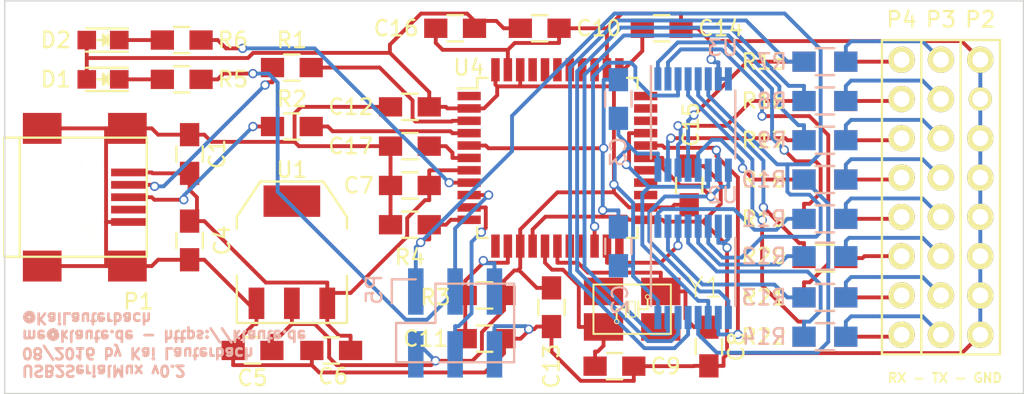
<source format=kicad_pcb>
(kicad_pcb (version 4) (host pcbnew 4.0.2+dfsg1-2~bpo8+1-stable)

  (general
    (links 130)
    (no_connects 0)
    (area 123.956999 89.993 192.560334 117.376333)
    (thickness 1.6)
    (drawings 8)
    (tracks 616)
    (zones 0)
    (modules 51)
    (nets 73)
  )

  (page A4)
  (layers
    (0 F.Cu signal)
    (31 B.Cu signal)
    (32 B.Adhes user)
    (33 F.Adhes user)
    (34 B.Paste user)
    (35 F.Paste user)
    (36 B.SilkS user)
    (37 F.SilkS user)
    (38 B.Mask user)
    (39 F.Mask user)
    (40 Dwgs.User user)
    (41 Cmts.User user)
    (42 Eco1.User user)
    (43 Eco2.User user)
    (44 Edge.Cuts user)
    (45 Margin user)
    (46 B.CrtYd user)
    (47 F.CrtYd user)
    (48 B.Fab user)
    (49 F.Fab user)
  )

  (setup
    (last_trace_width 0.25)
    (trace_clearance 0.2)
    (zone_clearance 0.508)
    (zone_45_only no)
    (trace_min 0.2)
    (segment_width 0.2)
    (edge_width 0.1)
    (via_size 0.6)
    (via_drill 0.4)
    (via_min_size 0.4)
    (via_min_drill 0.3)
    (uvia_size 0.3)
    (uvia_drill 0.1)
    (uvias_allowed no)
    (uvia_min_size 0.2)
    (uvia_min_drill 0.1)
    (pcb_text_width 0.3)
    (pcb_text_size 1.5 1.5)
    (mod_edge_width 0.15)
    (mod_text_size 1 1)
    (mod_text_width 0.15)
    (pad_size 1.7 1.7)
    (pad_drill 1.016)
    (pad_to_mask_clearance 0)
    (aux_axis_origin 0 0)
    (visible_elements 7FFFFFFF)
    (pcbplotparams
      (layerselection 0x00030_80000001)
      (usegerberextensions false)
      (excludeedgelayer true)
      (linewidth 0.100000)
      (plotframeref false)
      (viasonmask false)
      (mode 1)
      (useauxorigin false)
      (hpglpennumber 1)
      (hpglpenspeed 20)
      (hpglpendiameter 15)
      (hpglpenoverlay 2)
      (psnegative false)
      (psa4output false)
      (plotreference true)
      (plotvalue true)
      (plotinvisibletext false)
      (padsonsilk false)
      (subtractmaskfromsilk false)
      (outputformat 1)
      (mirror false)
      (drillshape 1)
      (scaleselection 1)
      (outputdirectory ""))
  )

  (net 0 "")
  (net 1 GND)
  (net 2 +5V)
  (net 3 +3V3)
  (net 4 /D-)
  (net 5 /D+)
  (net 6 "Net-(P1-Pad4)")
  (net 7 "Net-(P3-Pad1)")
  (net 8 "Net-(P3-Pad2)")
  (net 9 "Net-(P3-Pad3)")
  (net 10 "Net-(P3-Pad4)")
  (net 11 "Net-(P3-Pad5)")
  (net 12 "Net-(P3-Pad6)")
  (net 13 "Net-(P3-Pad7)")
  (net 14 "Net-(P3-Pad8)")
  (net 15 "Net-(P4-Pad1)")
  (net 16 "Net-(P4-Pad2)")
  (net 17 "Net-(P4-Pad3)")
  (net 18 "Net-(P4-Pad4)")
  (net 19 "Net-(P4-Pad5)")
  (net 20 "Net-(P4-Pad6)")
  (net 21 "Net-(P4-Pad7)")
  (net 22 "Net-(P4-Pad8)")
  (net 23 /TxD_RxD)
  (net 24 /RxD_TxD)
  (net 25 /S2)
  (net 26 /S1)
  (net 27 /S0)
  (net 28 "Net-(C8-Pad2)")
  (net 29 "Net-(C9-Pad2)")
  (net 30 "Net-(C17-Pad2)")
  (net 31 "Net-(P1-Pad2)")
  (net 32 "Net-(P1-Pad3)")
  (net 33 /nE)
  (net 34 "Net-(U4-Pad1)")
  (net 35 "Net-(U4-Pad12)")
  (net 36 "Net-(U4-Pad18)")
  (net 37 "Net-(U4-Pad19)")
  (net 38 "Net-(U4-Pad22)")
  (net 39 "Net-(U4-Pad25)")
  (net 40 "Net-(U4-Pad26)")
  (net 41 "Net-(U4-Pad27)")
  (net 42 "Net-(U4-Pad31)")
  (net 43 "Net-(U4-Pad32)")
  (net 44 "Net-(U4-Pad33)")
  (net 45 "Net-(U4-Pad36)")
  (net 46 "Net-(U4-Pad37)")
  (net 47 "Net-(U4-Pad38)")
  (net 48 "Net-(U4-Pad39)")
  (net 49 "Net-(U4-Pad40)")
  (net 50 "Net-(U4-Pad41)")
  (net 51 "Net-(D1-Pad1)")
  (net 52 "Net-(D2-Pad1)")
  (net 53 /LED1)
  (net 54 /LED0)
  (net 55 "Net-(R7-Pad1)")
  (net 56 "Net-(R8-Pad1)")
  (net 57 "Net-(R9-Pad1)")
  (net 58 "Net-(R10-Pad1)")
  (net 59 "Net-(R11-Pad1)")
  (net 60 "Net-(R12-Pad1)")
  (net 61 "Net-(R13-Pad1)")
  (net 62 "Net-(R14-Pad1)")
  (net 63 "Net-(R15-Pad1)")
  (net 64 "Net-(R16-Pad1)")
  (net 65 "Net-(R17-Pad1)")
  (net 66 "Net-(R18-Pad1)")
  (net 67 "Net-(R19-Pad1)")
  (net 68 "Net-(R20-Pad1)")
  (net 69 "Net-(R21-Pad1)")
  (net 70 "Net-(R22-Pad1)")
  (net 71 /RESET)
  (net 72 /MOSI)

  (net_class Default "This is the default net class."
    (clearance 0.2)
    (trace_width 0.25)
    (via_dia 0.6)
    (via_drill 0.4)
    (uvia_dia 0.3)
    (uvia_drill 0.1)
    (add_net +3V3)
    (add_net +5V)
    (add_net /D+)
    (add_net /D-)
    (add_net /LED0)
    (add_net /LED1)
    (add_net /MOSI)
    (add_net /RESET)
    (add_net /RxD_TxD)
    (add_net /S0)
    (add_net /S1)
    (add_net /S2)
    (add_net /TxD_RxD)
    (add_net /nE)
    (add_net GND)
    (add_net "Net-(C17-Pad2)")
    (add_net "Net-(C8-Pad2)")
    (add_net "Net-(C9-Pad2)")
    (add_net "Net-(D1-Pad1)")
    (add_net "Net-(D2-Pad1)")
    (add_net "Net-(P1-Pad2)")
    (add_net "Net-(P1-Pad3)")
    (add_net "Net-(P1-Pad4)")
    (add_net "Net-(P3-Pad1)")
    (add_net "Net-(P3-Pad2)")
    (add_net "Net-(P3-Pad3)")
    (add_net "Net-(P3-Pad4)")
    (add_net "Net-(P3-Pad5)")
    (add_net "Net-(P3-Pad6)")
    (add_net "Net-(P3-Pad7)")
    (add_net "Net-(P3-Pad8)")
    (add_net "Net-(P4-Pad1)")
    (add_net "Net-(P4-Pad2)")
    (add_net "Net-(P4-Pad3)")
    (add_net "Net-(P4-Pad4)")
    (add_net "Net-(P4-Pad5)")
    (add_net "Net-(P4-Pad6)")
    (add_net "Net-(P4-Pad7)")
    (add_net "Net-(P4-Pad8)")
    (add_net "Net-(R10-Pad1)")
    (add_net "Net-(R11-Pad1)")
    (add_net "Net-(R12-Pad1)")
    (add_net "Net-(R13-Pad1)")
    (add_net "Net-(R14-Pad1)")
    (add_net "Net-(R15-Pad1)")
    (add_net "Net-(R16-Pad1)")
    (add_net "Net-(R17-Pad1)")
    (add_net "Net-(R18-Pad1)")
    (add_net "Net-(R19-Pad1)")
    (add_net "Net-(R20-Pad1)")
    (add_net "Net-(R21-Pad1)")
    (add_net "Net-(R22-Pad1)")
    (add_net "Net-(R7-Pad1)")
    (add_net "Net-(R8-Pad1)")
    (add_net "Net-(R9-Pad1)")
    (add_net "Net-(U4-Pad1)")
    (add_net "Net-(U4-Pad12)")
    (add_net "Net-(U4-Pad18)")
    (add_net "Net-(U4-Pad19)")
    (add_net "Net-(U4-Pad22)")
    (add_net "Net-(U4-Pad25)")
    (add_net "Net-(U4-Pad26)")
    (add_net "Net-(U4-Pad27)")
    (add_net "Net-(U4-Pad31)")
    (add_net "Net-(U4-Pad32)")
    (add_net "Net-(U4-Pad33)")
    (add_net "Net-(U4-Pad36)")
    (add_net "Net-(U4-Pad37)")
    (add_net "Net-(U4-Pad38)")
    (add_net "Net-(U4-Pad39)")
    (add_net "Net-(U4-Pad40)")
    (add_net "Net-(U4-Pad41)")
  )

  (module Pin_Headers:Pin_Header_Straight_2x03 (layer B.Cu) (tedit 57C1449A) (tstamp 57C14189)
    (at 151.003 110.998 270)
    (descr "Through hole pin header")
    (tags "pin header")
    (path /57C14197)
    (fp_text reference P5 (at -0.889 2.684001 270) (layer B.SilkS)
      (effects (font (size 1 1) (thickness 0.15)) (justify mirror))
    )
    (fp_text value CONN_02X03 (at 1.27 -7.62 270) (layer B.Fab) hide
      (effects (font (size 1 1) (thickness 0.15)) (justify mirror))
    )
    (fp_line (start -1.27 -1.27) (end -1.27 -6.35) (layer B.SilkS) (width 0.15))
    (fp_line (start -1.55 1.55) (end 0 1.55) (layer B.SilkS) (width 0.15))
    (fp_line (start -1.75 1.75) (end -1.75 -6.85) (layer B.CrtYd) (width 0.05))
    (fp_line (start 4.3 1.75) (end 4.3 -6.85) (layer B.CrtYd) (width 0.05))
    (fp_line (start -1.75 1.75) (end 4.3 1.75) (layer B.CrtYd) (width 0.05))
    (fp_line (start -1.75 -6.85) (end 4.3 -6.85) (layer B.CrtYd) (width 0.05))
    (fp_line (start 1.27 1.27) (end 1.27 -1.27) (layer B.SilkS) (width 0.15))
    (fp_line (start 1.27 -1.27) (end -1.27 -1.27) (layer B.SilkS) (width 0.15))
    (fp_line (start -1.27 -6.35) (end 3.81 -6.35) (layer B.SilkS) (width 0.15))
    (fp_line (start 3.81 -6.35) (end 3.81 -1.27) (layer B.SilkS) (width 0.15))
    (fp_line (start -1.55 1.55) (end -1.55 0) (layer B.SilkS) (width 0.15))
    (fp_line (start 3.81 1.27) (end 1.27 1.27) (layer B.SilkS) (width 0.15))
    (fp_line (start 3.81 -1.27) (end 3.81 1.27) (layer B.SilkS) (width 0.15))
    (pad 1 smd rect (at -0.762 0 270) (size 3 1) (layers B.Cu B.Paste B.Mask)
      (net 33 /nE))
    (pad 2 smd rect (at 3.302 0 270) (size 3 1) (layers B.Cu B.Paste B.Mask)
      (net 3 +3V3))
    (pad 3 smd rect (at -0.762 -2.54 270) (size 3 1) (layers B.Cu B.Paste B.Mask)
      (net 53 /LED1))
    (pad 4 smd rect (at 3.302 -2.54 270) (size 3 1) (layers B.Cu B.Paste B.Mask)
      (net 72 /MOSI))
    (pad 5 smd rect (at -0.762 -5.08 270) (size 3 1) (layers B.Cu B.Paste B.Mask)
      (net 71 /RESET))
    (pad 6 smd rect (at 3.302 -5.08 270) (size 3 1) (layers B.Cu B.Paste B.Mask)
      (net 1 GND))
    (model Pin_Headers.3dshapes/Pin_Header_Straight_2x03.wrl
      (at (xyz 0.05 -0.1 0))
      (scale (xyz 1 1 1))
      (rotate (xyz 0 0 90))
    )
  )

  (module Housings_SSOP:TSSOP-16_4.4x5mm_Pitch0.65mm (layer B.Cu) (tedit 579A4441) (tstamp 5789E0C1)
    (at 168.91 108.966 270)
    (descr "16-Lead Plastic Thin Shrink Small Outline (ST)-4.4 mm Body [TSSOP] (see Microchip Packaging Specification 00000049BS.pdf)")
    (tags "SSOP 0.65")
    (path /57C03578)
    (attr smd)
    (fp_text reference U2 (at -4.953 -1.905 540) (layer B.SilkS)
      (effects (font (size 1 1) (thickness 0.15)) (justify mirror))
    )
    (fp_text value 74HCT4051 (at 0 -3.55 270) (layer B.Fab) hide
      (effects (font (size 1 1) (thickness 0.15)) (justify mirror))
    )
    (fp_line (start -3.95 2.8) (end -3.95 -2.8) (layer B.CrtYd) (width 0.05))
    (fp_line (start 3.95 2.8) (end 3.95 -2.8) (layer B.CrtYd) (width 0.05))
    (fp_line (start -3.95 2.8) (end 3.95 2.8) (layer B.CrtYd) (width 0.05))
    (fp_line (start -3.95 -2.8) (end 3.95 -2.8) (layer B.CrtYd) (width 0.05))
    (fp_line (start -2.2 -2.725) (end 2.2 -2.725) (layer B.SilkS) (width 0.15))
    (fp_line (start -3.775 2.725) (end 2.2 2.725) (layer B.SilkS) (width 0.15))
    (pad 1 smd rect (at -2.95 2.275 270) (size 1.5 0.45) (layers B.Cu B.Paste B.Mask)
      (net 59 "Net-(R11-Pad1)"))
    (pad 2 smd rect (at -2.95 1.625 270) (size 1.5 0.45) (layers B.Cu B.Paste B.Mask)
      (net 61 "Net-(R13-Pad1)"))
    (pad 3 smd rect (at -2.95 0.975 270) (size 1.5 0.45) (layers B.Cu B.Paste B.Mask)
      (net 23 /TxD_RxD))
    (pad 4 smd rect (at -2.95 0.325 270) (size 1.5 0.45) (layers B.Cu B.Paste B.Mask)
      (net 62 "Net-(R14-Pad1)"))
    (pad 5 smd rect (at -2.95 -0.325 270) (size 1.5 0.45) (layers B.Cu B.Paste B.Mask)
      (net 60 "Net-(R12-Pad1)"))
    (pad 6 smd rect (at -2.95 -0.975 270) (size 1.5 0.45) (layers B.Cu B.Paste B.Mask)
      (net 33 /nE))
    (pad 7 smd rect (at -2.95 -1.625 270) (size 1.5 0.45) (layers B.Cu B.Paste B.Mask)
      (net 1 GND))
    (pad 8 smd rect (at -2.95 -2.275 270) (size 1.5 0.45) (layers B.Cu B.Paste B.Mask)
      (net 1 GND))
    (pad 9 smd rect (at 2.95 -2.275 270) (size 1.5 0.45) (layers B.Cu B.Paste B.Mask)
      (net 25 /S2))
    (pad 10 smd rect (at 2.95 -1.625 270) (size 1.5 0.45) (layers B.Cu B.Paste B.Mask)
      (net 26 /S1))
    (pad 11 smd rect (at 2.95 -0.975 270) (size 1.5 0.45) (layers B.Cu B.Paste B.Mask)
      (net 27 /S0))
    (pad 12 smd rect (at 2.95 -0.325 270) (size 1.5 0.45) (layers B.Cu B.Paste B.Mask)
      (net 58 "Net-(R10-Pad1)"))
    (pad 13 smd rect (at 2.95 0.325 270) (size 1.5 0.45) (layers B.Cu B.Paste B.Mask)
      (net 55 "Net-(R7-Pad1)"))
    (pad 14 smd rect (at 2.95 0.975 270) (size 1.5 0.45) (layers B.Cu B.Paste B.Mask)
      (net 56 "Net-(R8-Pad1)"))
    (pad 15 smd rect (at 2.95 1.625 270) (size 1.5 0.45) (layers B.Cu B.Paste B.Mask)
      (net 57 "Net-(R9-Pad1)"))
    (pad 16 smd rect (at 2.95 2.275 270) (size 1.5 0.45) (layers B.Cu B.Paste B.Mask)
      (net 3 +3V3))
    (model Housings_SSOP.3dshapes/TSSOP-16_4.4x5mm_Pitch0.65mm.wrl
      (at (xyz 0 0 0))
      (scale (xyz 1 1 1))
      (rotate (xyz 0 0 0))
    )
  )

  (module Pin_Headers:Pin_Header_Straight_1x08 (layer F.Cu) (tedit 5791D8EB) (tstamp 5789E075)
    (at 187.452 95.25)
    (descr "Through hole pin header")
    (tags "pin header")
    (path /578802D4)
    (fp_text reference P2 (at 0 -2.6) (layer F.SilkS)
      (effects (font (size 1 1) (thickness 0.15)))
    )
    (fp_text value CONN_01X08 (at 0 -3.1) (layer F.Fab) hide
      (effects (font (size 1 1) (thickness 0.15)))
    )
    (fp_line (start -1.27 1.27) (end -1.27 -1.27) (layer F.SilkS) (width 0.15))
    (fp_line (start -1.27 -1.27) (end 1.27 -1.27) (layer F.SilkS) (width 0.15))
    (fp_line (start 1.27 -1.27) (end 1.27 1.27) (layer F.SilkS) (width 0.15))
    (fp_line (start -1.75 -1.75) (end -1.75 19.55) (layer F.CrtYd) (width 0.05))
    (fp_line (start 1.75 -1.75) (end 1.75 19.55) (layer F.CrtYd) (width 0.05))
    (fp_line (start -1.75 -1.75) (end 1.75 -1.75) (layer F.CrtYd) (width 0.05))
    (fp_line (start -1.75 19.55) (end 1.75 19.55) (layer F.CrtYd) (width 0.05))
    (fp_line (start 1.27 1.27) (end 1.27 19.05) (layer F.SilkS) (width 0.15))
    (fp_line (start 1.27 19.05) (end -1.27 19.05) (layer F.SilkS) (width 0.15))
    (fp_line (start -1.27 19.05) (end -1.27 1.27) (layer F.SilkS) (width 0.15))
    (pad 1 thru_hole circle (at 0 0) (size 1.7 1.7) (drill 1.016) (layers *.Cu *.Mask F.SilkS)
      (net 1 GND))
    (pad 2 thru_hole circle (at 0 2.54) (size 1.5 1.5) (drill 1.016) (layers *.Cu *.Mask F.SilkS)
      (net 1 GND))
    (pad 3 thru_hole circle (at 0 5.08) (size 1.7 1.7) (drill 1.016) (layers *.Cu *.Mask F.SilkS)
      (net 1 GND))
    (pad 4 thru_hole circle (at 0 7.62) (size 1.7 1.7) (drill 1.016) (layers *.Cu *.Mask F.SilkS)
      (net 1 GND))
    (pad 5 thru_hole circle (at 0 10.16) (size 1.7 1.7) (drill 1.016) (layers *.Cu *.Mask F.SilkS)
      (net 1 GND))
    (pad 6 thru_hole circle (at 0 12.7) (size 1.7 1.7) (drill 1.016) (layers *.Cu *.Mask F.SilkS)
      (net 1 GND))
    (pad 7 thru_hole circle (at 0 15.24) (size 1.7 1.7) (drill 1.016) (layers *.Cu *.Mask F.SilkS)
      (net 1 GND))
    (pad 8 thru_hole circle (at 0 17.78) (size 1.7 1.7) (drill 1.016) (layers *.Cu *.Mask F.SilkS)
      (net 1 GND))
    (model Pin_Headers.3dshapes/Pin_Header_Straight_1x08.wrl
      (at (xyz 0 -0.35 0))
      (scale (xyz 1 1 1))
      (rotate (xyz 0 0 90))
    )
  )

  (module Pin_Headers:Pin_Header_Straight_1x08 (layer F.Cu) (tedit 5791D926) (tstamp 5789E08D)
    (at 182.372 95.25)
    (descr "Through hole pin header")
    (tags "pin header")
    (path /57880227)
    (fp_text reference P4 (at 0 -2.6) (layer F.SilkS)
      (effects (font (size 1 1) (thickness 0.15)))
    )
    (fp_text value CONN_01X08 (at 0 -3.1) (layer F.Fab) hide
      (effects (font (size 1 1) (thickness 0.15)))
    )
    (fp_line (start -1.27 1.27) (end -1.27 -1.27) (layer F.SilkS) (width 0.15))
    (fp_line (start -1.27 -1.27) (end 1.27 -1.27) (layer F.SilkS) (width 0.15))
    (fp_line (start 1.27 -1.27) (end 1.27 1.27) (layer F.SilkS) (width 0.15))
    (fp_line (start -1.75 -1.75) (end -1.75 19.55) (layer F.CrtYd) (width 0.05))
    (fp_line (start 1.75 -1.75) (end 1.75 19.55) (layer F.CrtYd) (width 0.05))
    (fp_line (start -1.75 -1.75) (end 1.75 -1.75) (layer F.CrtYd) (width 0.05))
    (fp_line (start -1.75 19.55) (end 1.75 19.55) (layer F.CrtYd) (width 0.05))
    (fp_line (start 1.27 1.27) (end 1.27 19.05) (layer F.SilkS) (width 0.15))
    (fp_line (start 1.27 19.05) (end -1.27 19.05) (layer F.SilkS) (width 0.15))
    (fp_line (start -1.27 19.05) (end -1.27 1.27) (layer F.SilkS) (width 0.15))
    (pad 1 thru_hole circle (at 0 0) (size 1.7 1.7) (drill 1.016) (layers *.Cu *.Mask F.SilkS)
      (net 15 "Net-(P4-Pad1)"))
    (pad 2 thru_hole circle (at 0 2.54) (size 1.7 1.7) (drill 1.016) (layers *.Cu *.Mask F.SilkS)
      (net 16 "Net-(P4-Pad2)"))
    (pad 3 thru_hole circle (at 0 5.08) (size 1.7 1.7) (drill 1.016) (layers *.Cu *.Mask F.SilkS)
      (net 17 "Net-(P4-Pad3)"))
    (pad 4 thru_hole circle (at 0 7.62) (size 1.7 1.7) (drill 1.016) (layers *.Cu *.Mask F.SilkS)
      (net 18 "Net-(P4-Pad4)"))
    (pad 5 thru_hole circle (at 0 10.16) (size 1.7 1.7) (drill 1.016) (layers *.Cu *.Mask F.SilkS)
      (net 19 "Net-(P4-Pad5)"))
    (pad 6 thru_hole circle (at 0 12.7) (size 1.7 1.7) (drill 1.016) (layers *.Cu *.Mask F.SilkS)
      (net 20 "Net-(P4-Pad6)"))
    (pad 7 thru_hole circle (at 0 15.24) (size 1.7 1.7) (drill 1.016) (layers *.Cu *.Mask F.SilkS)
      (net 21 "Net-(P4-Pad7)"))
    (pad 8 thru_hole circle (at 0 17.78) (size 1.7 1.7) (drill 1.016) (layers *.Cu *.Mask F.SilkS)
      (net 22 "Net-(P4-Pad8)"))
    (model Pin_Headers.3dshapes/Pin_Header_Straight_1x08.wrl
      (at (xyz 0 -0.35 0))
      (scale (xyz 1 1 1))
      (rotate (xyz 0 0 90))
    )
  )

  (module crystal:crystal-EURO_3_5_1_BIGPAD (layer F.Cu) (tedit 579A3DBE) (tstamp 5791C8DC)
    (at 164.973 111.379 180)
    (path /57914290)
    (attr smd)
    (fp_text reference Y1 (at -4.699 1.397 180) (layer F.SilkS)
      (effects (font (size 1.27 1.27) (thickness 0.1016)))
    )
    (fp_text value Crystal_Small (at 1.27 3.175 180) (layer F.SilkS) hide
      (effects (font (size 1.27 1.27) (thickness 0.1016)))
    )
    (fp_line (start -0.19812 0.49784) (end 0.19812 0.49784) (layer F.SilkS) (width 0.06604))
    (fp_line (start 0.19812 0.49784) (end 0.19812 -0.49784) (layer F.SilkS) (width 0.06604))
    (fp_line (start -0.19812 -0.49784) (end 0.19812 -0.49784) (layer F.SilkS) (width 0.06604))
    (fp_line (start -0.19812 0.49784) (end -0.19812 -0.49784) (layer F.SilkS) (width 0.06604))
    (fp_line (start -2.49936 -1.59766) (end 2.49936 -1.59766) (layer F.SilkS) (width 0.127))
    (fp_line (start -2.49936 -1.59766) (end -2.49936 1.59766) (layer F.SilkS) (width 0.127))
    (fp_line (start -2.49936 1.59766) (end 2.49936 1.59766) (layer F.SilkS) (width 0.127))
    (fp_line (start 2.49936 -1.59766) (end 2.49936 1.59766) (layer F.SilkS) (width 0.127))
    (fp_line (start -0.39878 -0.49784) (end -0.39878 0) (layer F.SilkS) (width 0.127))
    (fp_line (start -0.39878 0) (end -0.39878 0.49784) (layer F.SilkS) (width 0.127))
    (fp_line (start 0.39878 -0.49784) (end 0.39878 0) (layer F.SilkS) (width 0.127))
    (fp_line (start 0.39878 0) (end 0.39878 0.49784) (layer F.SilkS) (width 0.127))
    (fp_line (start -0.99822 0) (end -0.39878 0) (layer F.SilkS) (width 0.127))
    (fp_line (start -0.99822 0) (end -0.99822 0.59944) (layer F.SilkS) (width 0.127))
    (fp_line (start 0.39878 0) (end 0.99822 0) (layer F.SilkS) (width 0.127))
    (fp_line (start 0.99822 0) (end 0.99822 -0.59944) (layer F.SilkS) (width 0.127))
    (fp_circle (center -0.99822 0.79756) (end -1.09728 0.89662) (layer F.SilkS) (width 0.0635))
    (fp_circle (center 0.99822 -0.79756) (end 1.09728 -0.89662) (layer F.SilkS) (width 0.0635))
    (pad 1 smd rect (at -1.84912 1.14808 180) (size 2.54 1.778) (layers F.Cu F.Paste F.Mask)
      (net 28 "Net-(C8-Pad2)"))
    (pad 0 smd rect (at 1.84912 1.14808 180) (size 2.54 1.778) (layers F.Cu F.Paste F.Mask))
    (pad 2 smd rect (at 1.84912 -1.14808 180) (size 2.54 1.778) (layers F.Cu F.Paste F.Mask)
      (net 29 "Net-(C9-Pad2)"))
    (pad 0 smd rect (at -1.84912 -1.14808 180) (size 2.54 1.778) (layers F.Cu F.Paste F.Mask))
  )

  (module Housings_SSOP:TSSOP-16_4.4x5mm_Pitch0.65mm (layer B.Cu) (tedit 579A4429) (tstamp 5789E0D5)
    (at 168.91 99.441 270)
    (descr "16-Lead Plastic Thin Shrink Small Outline (ST)-4.4 mm Body [TSSOP] (see Microchip Packaging Specification 00000049BS.pdf)")
    (tags "SSOP 0.65")
    (path /5789E407)
    (attr smd)
    (fp_text reference U3 (at -4.953 -1.905 540) (layer B.SilkS)
      (effects (font (size 1 1) (thickness 0.15)) (justify mirror))
    )
    (fp_text value 74HCT4051 (at 0 -3.55 270) (layer B.Fab) hide
      (effects (font (size 1 1) (thickness 0.15)) (justify mirror))
    )
    (fp_line (start -3.95 2.8) (end -3.95 -2.8) (layer B.CrtYd) (width 0.05))
    (fp_line (start 3.95 2.8) (end 3.95 -2.8) (layer B.CrtYd) (width 0.05))
    (fp_line (start -3.95 2.8) (end 3.95 2.8) (layer B.CrtYd) (width 0.05))
    (fp_line (start -3.95 -2.8) (end 3.95 -2.8) (layer B.CrtYd) (width 0.05))
    (fp_line (start -2.2 -2.725) (end 2.2 -2.725) (layer B.SilkS) (width 0.15))
    (fp_line (start -3.775 2.725) (end 2.2 2.725) (layer B.SilkS) (width 0.15))
    (pad 1 smd rect (at -2.95 2.275 270) (size 1.5 0.45) (layers B.Cu B.Paste B.Mask)
      (net 67 "Net-(R19-Pad1)"))
    (pad 2 smd rect (at -2.95 1.625 270) (size 1.5 0.45) (layers B.Cu B.Paste B.Mask)
      (net 69 "Net-(R21-Pad1)"))
    (pad 3 smd rect (at -2.95 0.975 270) (size 1.5 0.45) (layers B.Cu B.Paste B.Mask)
      (net 24 /RxD_TxD))
    (pad 4 smd rect (at -2.95 0.325 270) (size 1.5 0.45) (layers B.Cu B.Paste B.Mask)
      (net 70 "Net-(R22-Pad1)"))
    (pad 5 smd rect (at -2.95 -0.325 270) (size 1.5 0.45) (layers B.Cu B.Paste B.Mask)
      (net 68 "Net-(R20-Pad1)"))
    (pad 6 smd rect (at -2.95 -0.975 270) (size 1.5 0.45) (layers B.Cu B.Paste B.Mask)
      (net 33 /nE))
    (pad 7 smd rect (at -2.95 -1.625 270) (size 1.5 0.45) (layers B.Cu B.Paste B.Mask)
      (net 1 GND))
    (pad 8 smd rect (at -2.95 -2.275 270) (size 1.5 0.45) (layers B.Cu B.Paste B.Mask)
      (net 1 GND))
    (pad 9 smd rect (at 2.95 -2.275 270) (size 1.5 0.45) (layers B.Cu B.Paste B.Mask)
      (net 25 /S2))
    (pad 10 smd rect (at 2.95 -1.625 270) (size 1.5 0.45) (layers B.Cu B.Paste B.Mask)
      (net 26 /S1))
    (pad 11 smd rect (at 2.95 -0.975 270) (size 1.5 0.45) (layers B.Cu B.Paste B.Mask)
      (net 27 /S0))
    (pad 12 smd rect (at 2.95 -0.325 270) (size 1.5 0.45) (layers B.Cu B.Paste B.Mask)
      (net 66 "Net-(R18-Pad1)"))
    (pad 13 smd rect (at 2.95 0.325 270) (size 1.5 0.45) (layers B.Cu B.Paste B.Mask)
      (net 63 "Net-(R15-Pad1)"))
    (pad 14 smd rect (at 2.95 0.975 270) (size 1.5 0.45) (layers B.Cu B.Paste B.Mask)
      (net 64 "Net-(R16-Pad1)"))
    (pad 15 smd rect (at 2.95 1.625 270) (size 1.5 0.45) (layers B.Cu B.Paste B.Mask)
      (net 65 "Net-(R17-Pad1)"))
    (pad 16 smd rect (at 2.95 2.275 270) (size 1.5 0.45) (layers B.Cu B.Paste B.Mask)
      (net 3 +3V3))
    (model Housings_SSOP.3dshapes/TSSOP-16_4.4x5mm_Pitch0.65mm.wrl
      (at (xyz 0 0 0))
      (scale (xyz 1 1 1))
      (rotate (xyz 0 0 0))
    )
  )

  (module Pin_Headers:Pin_Header_Straight_1x08 (layer F.Cu) (tedit 5791D92B) (tstamp 5789E081)
    (at 184.912 95.25)
    (descr "Through hole pin header")
    (tags "pin header")
    (path /578800A6)
    (fp_text reference P3 (at 0 -2.6) (layer F.SilkS)
      (effects (font (size 1 1) (thickness 0.15)))
    )
    (fp_text value CONN_01X08 (at 0 -3.1) (layer F.Fab) hide
      (effects (font (size 1 1) (thickness 0.15)))
    )
    (fp_line (start -1.27 1.27) (end -1.27 -1.27) (layer F.SilkS) (width 0.15))
    (fp_line (start -1.27 -1.27) (end 1.27 -1.27) (layer F.SilkS) (width 0.15))
    (fp_line (start 1.27 -1.27) (end 1.27 1.27) (layer F.SilkS) (width 0.15))
    (fp_line (start -1.75 -1.75) (end -1.75 19.55) (layer F.CrtYd) (width 0.05))
    (fp_line (start 1.75 -1.75) (end 1.75 19.55) (layer F.CrtYd) (width 0.05))
    (fp_line (start -1.75 -1.75) (end 1.75 -1.75) (layer F.CrtYd) (width 0.05))
    (fp_line (start -1.75 19.55) (end 1.75 19.55) (layer F.CrtYd) (width 0.05))
    (fp_line (start 1.27 1.27) (end 1.27 19.05) (layer F.SilkS) (width 0.15))
    (fp_line (start 1.27 19.05) (end -1.27 19.05) (layer F.SilkS) (width 0.15))
    (fp_line (start -1.27 19.05) (end -1.27 1.27) (layer F.SilkS) (width 0.15))
    (pad 1 thru_hole circle (at 0 0) (size 1.7 1.7) (drill 1.016) (layers *.Cu *.Mask F.SilkS)
      (net 7 "Net-(P3-Pad1)"))
    (pad 2 thru_hole circle (at 0 2.54) (size 1.7 1.7) (drill 1.016) (layers *.Cu *.Mask F.SilkS)
      (net 8 "Net-(P3-Pad2)"))
    (pad 3 thru_hole circle (at 0 5.08) (size 1.7 1.7) (drill 1.016) (layers *.Cu *.Mask F.SilkS)
      (net 9 "Net-(P3-Pad3)"))
    (pad 4 thru_hole circle (at 0 7.62) (size 1.7 1.7) (drill 1.016) (layers *.Cu *.Mask F.SilkS)
      (net 10 "Net-(P3-Pad4)"))
    (pad 5 thru_hole circle (at 0 10.16) (size 1.7 1.7) (drill 1.016) (layers *.Cu *.Mask F.SilkS)
      (net 11 "Net-(P3-Pad5)"))
    (pad 6 thru_hole circle (at 0 12.7) (size 1.7 1.7) (drill 1.016) (layers *.Cu *.Mask F.SilkS)
      (net 12 "Net-(P3-Pad6)"))
    (pad 7 thru_hole circle (at 0 15.24) (size 1.7 1.7) (drill 1.016) (layers *.Cu *.Mask F.SilkS)
      (net 13 "Net-(P3-Pad7)"))
    (pad 8 thru_hole circle (at 0 17.78) (size 1.7 1.7) (drill 1.016) (layers *.Cu *.Mask F.SilkS)
      (net 14 "Net-(P3-Pad8)"))
    (model Pin_Headers.3dshapes/Pin_Header_Straight_1x08.wrl
      (at (xyz 0 -0.35 0))
      (scale (xyz 1 1 1))
      (rotate (xyz 0 0 90))
    )
  )

  (module Connect:USB_Mini-B (layer F.Cu) (tedit 579A448C) (tstamp 578A65DB)
    (at 129.032 104.14)
    (descr "USB Mini-B 5-pin SMD connector")
    (tags "USB USB_B USB_Mini connector")
    (path /578834A3)
    (attr smd)
    (fp_text reference P1 (at 4.064 6.731 180) (layer F.SilkS)
      (effects (font (size 1 1) (thickness 0.15)))
    )
    (fp_text value USB_OTG (at 0 -7.0993) (layer F.Fab) hide
      (effects (font (size 1 1) (thickness 0.15)))
    )
    (fp_line (start -4.85 -5.7) (end 4.85 -5.7) (layer F.CrtYd) (width 0.05))
    (fp_line (start 4.85 -5.7) (end 4.85 5.7) (layer F.CrtYd) (width 0.05))
    (fp_line (start 4.85 5.7) (end -4.85 5.7) (layer F.CrtYd) (width 0.05))
    (fp_line (start -4.85 5.7) (end -4.85 -5.7) (layer F.CrtYd) (width 0.05))
    (fp_line (start -3.59918 -3.85064) (end -3.59918 3.85064) (layer F.SilkS) (width 0.15))
    (fp_line (start -4.59994 -3.85064) (end -4.59994 3.85064) (layer F.SilkS) (width 0.15))
    (fp_line (start -4.59994 3.85064) (end 4.59994 3.85064) (layer F.SilkS) (width 0.15))
    (fp_line (start 4.59994 3.85064) (end 4.59994 -3.85064) (layer F.SilkS) (width 0.15))
    (fp_line (start 4.59994 -3.85064) (end -4.59994 -3.85064) (layer F.SilkS) (width 0.15))
    (pad 1 smd rect (at 3.44932 -1.6002) (size 2.30124 0.50038) (layers F.Cu F.Paste F.Mask)
      (net 2 +5V))
    (pad 2 smd rect (at 3.44932 -0.8001) (size 2.30124 0.50038) (layers F.Cu F.Paste F.Mask)
      (net 31 "Net-(P1-Pad2)"))
    (pad 3 smd rect (at 3.44932 0) (size 2.30124 0.50038) (layers F.Cu F.Paste F.Mask)
      (net 32 "Net-(P1-Pad3)"))
    (pad 4 smd rect (at 3.44932 0.8001) (size 2.30124 0.50038) (layers F.Cu F.Paste F.Mask)
      (net 6 "Net-(P1-Pad4)"))
    (pad 5 smd rect (at 3.44932 1.6002) (size 2.30124 0.50038) (layers F.Cu F.Paste F.Mask)
      (net 1 GND))
    (pad 6 smd rect (at 3.35026 -4.45008) (size 2.49936 1.99898) (layers F.Cu F.Paste F.Mask)
      (net 1 GND))
    (pad 6 smd rect (at -2.14884 -4.45008) (size 2.49936 1.99898) (layers F.Cu F.Paste F.Mask)
      (net 1 GND))
    (pad 6 smd rect (at 3.35026 4.45008) (size 2.49936 1.99898) (layers F.Cu F.Paste F.Mask)
      (net 1 GND))
    (pad 6 smd rect (at -2.14884 4.45008) (size 2.49936 1.99898) (layers F.Cu F.Paste F.Mask)
      (net 1 GND))
    (pad "" np_thru_hole circle (at 0.8509 -2.19964) (size 0.89916 0.89916) (drill 0.89916) (layers *.Cu *.Mask F.SilkS))
    (pad "" np_thru_hole circle (at 0.8509 2.19964) (size 0.89916 0.89916) (drill 0.89916) (layers *.Cu *.Mask F.SilkS))
  )

  (module Capacitors_SMD:C_0805_HandSoldering (layer F.Cu) (tedit 5791C25A) (tstamp 57910EE6)
    (at 143.002 95.758)
    (descr "Capacitor SMD 0805, hand soldering")
    (tags "capacitor 0805")
    (path /579174A9)
    (attr smd)
    (fp_text reference R1 (at 0 -1.778) (layer F.SilkS)
      (effects (font (size 1 1) (thickness 0.15)))
    )
    (fp_text value 22 (at 0 2.1) (layer F.Fab) hide
      (effects (font (size 1 1) (thickness 0.15)))
    )
    (fp_line (start -2.3 -1) (end 2.3 -1) (layer F.CrtYd) (width 0.05))
    (fp_line (start -2.3 1) (end 2.3 1) (layer F.CrtYd) (width 0.05))
    (fp_line (start -2.3 -1) (end -2.3 1) (layer F.CrtYd) (width 0.05))
    (fp_line (start 2.3 -1) (end 2.3 1) (layer F.CrtYd) (width 0.05))
    (fp_line (start 0.5 -0.85) (end -0.5 -0.85) (layer F.SilkS) (width 0.15))
    (fp_line (start -0.5 0.85) (end 0.5 0.85) (layer F.SilkS) (width 0.15))
    (pad 1 smd rect (at -1.25 0) (size 1.5 1.25) (layers F.Cu F.Paste F.Mask)
      (net 31 "Net-(P1-Pad2)"))
    (pad 2 smd rect (at 1.25 0) (size 1.5 1.25) (layers F.Cu F.Paste F.Mask)
      (net 4 /D-))
    (model Capacitors_SMD.3dshapes/C_0805_HandSoldering.wrl
      (at (xyz 0 0 0))
      (scale (xyz 1 1 1))
      (rotate (xyz 0 0 0))
    )
  )

  (module Capacitors_SMD:C_0805_HandSoldering (layer F.Cu) (tedit 5791C25E) (tstamp 57910EEC)
    (at 143.002 99.568)
    (descr "Capacitor SMD 0805, hand soldering")
    (tags "capacitor 0805")
    (path /579177D4)
    (attr smd)
    (fp_text reference R2 (at 0 -1.778) (layer F.SilkS)
      (effects (font (size 1 1) (thickness 0.15)))
    )
    (fp_text value 22 (at 0 2.1) (layer F.Fab) hide
      (effects (font (size 1 1) (thickness 0.15)))
    )
    (fp_line (start -2.3 -1) (end 2.3 -1) (layer F.CrtYd) (width 0.05))
    (fp_line (start -2.3 1) (end 2.3 1) (layer F.CrtYd) (width 0.05))
    (fp_line (start -2.3 -1) (end -2.3 1) (layer F.CrtYd) (width 0.05))
    (fp_line (start 2.3 -1) (end 2.3 1) (layer F.CrtYd) (width 0.05))
    (fp_line (start 0.5 -0.85) (end -0.5 -0.85) (layer F.SilkS) (width 0.15))
    (fp_line (start -0.5 0.85) (end 0.5 0.85) (layer F.SilkS) (width 0.15))
    (pad 1 smd rect (at -1.25 0) (size 1.5 1.25) (layers F.Cu F.Paste F.Mask)
      (net 32 "Net-(P1-Pad3)"))
    (pad 2 smd rect (at 1.25 0) (size 1.5 1.25) (layers F.Cu F.Paste F.Mask)
      (net 5 /D+))
    (model Capacitors_SMD.3dshapes/C_0805_HandSoldering.wrl
      (at (xyz 0 0 0))
      (scale (xyz 1 1 1))
      (rotate (xyz 0 0 0))
    )
  )

  (module Capacitors_SMD:C_0805_HandSoldering (layer F.Cu) (tedit 5791C21C) (tstamp 57910EF2)
    (at 155.448 110.49 180)
    (descr "Capacitor SMD 0805, hand soldering")
    (tags "capacitor 0805")
    (path /57912DC2)
    (attr smd)
    (fp_text reference R3 (at 3.175 -0.127 180) (layer F.SilkS)
      (effects (font (size 1 1) (thickness 0.15)))
    )
    (fp_text value 10k (at 0 2.1 180) (layer F.Fab) hide
      (effects (font (size 1 1) (thickness 0.15)))
    )
    (fp_line (start -2.3 -1) (end 2.3 -1) (layer F.CrtYd) (width 0.05))
    (fp_line (start -2.3 1) (end 2.3 1) (layer F.CrtYd) (width 0.05))
    (fp_line (start -2.3 -1) (end -2.3 1) (layer F.CrtYd) (width 0.05))
    (fp_line (start 2.3 -1) (end 2.3 1) (layer F.CrtYd) (width 0.05))
    (fp_line (start 0.5 -0.85) (end -0.5 -0.85) (layer F.SilkS) (width 0.15))
    (fp_line (start -0.5 0.85) (end 0.5 0.85) (layer F.SilkS) (width 0.15))
    (pad 1 smd rect (at -1.25 0 180) (size 1.5 1.25) (layers F.Cu F.Paste F.Mask)
      (net 3 +3V3))
    (pad 2 smd rect (at 1.25 0 180) (size 1.5 1.25) (layers F.Cu F.Paste F.Mask)
      (net 71 /RESET))
    (model Capacitors_SMD.3dshapes/C_0805_HandSoldering.wrl
      (at (xyz 0 0 0))
      (scale (xyz 1 1 1))
      (rotate (xyz 0 0 0))
    )
  )

  (module Capacitors_SMD:C_0805_HandSoldering (layer F.Cu) (tedit 5791B485) (tstamp 57910EF8)
    (at 150.622 105.918 180)
    (descr "Capacitor SMD 0805, hand soldering")
    (tags "capacitor 0805")
    (path /57914D9E)
    (attr smd)
    (fp_text reference R4 (at 0 -2.1 180) (layer F.SilkS)
      (effects (font (size 1 1) (thickness 0.15)))
    )
    (fp_text value 10k (at 0 2.1 180) (layer F.Fab) hide
      (effects (font (size 1 1) (thickness 0.15)))
    )
    (fp_line (start -2.3 -1) (end 2.3 -1) (layer F.CrtYd) (width 0.05))
    (fp_line (start -2.3 1) (end 2.3 1) (layer F.CrtYd) (width 0.05))
    (fp_line (start -2.3 -1) (end -2.3 1) (layer F.CrtYd) (width 0.05))
    (fp_line (start 2.3 -1) (end 2.3 1) (layer F.CrtYd) (width 0.05))
    (fp_line (start 0.5 -0.85) (end -0.5 -0.85) (layer F.SilkS) (width 0.15))
    (fp_line (start -0.5 0.85) (end 0.5 0.85) (layer F.SilkS) (width 0.15))
    (pad 1 smd rect (at -1.25 0 180) (size 1.5 1.25) (layers F.Cu F.Paste F.Mask)
      (net 33 /nE))
    (pad 2 smd rect (at 1.25 0 180) (size 1.5 1.25) (layers F.Cu F.Paste F.Mask)
      (net 1 GND))
    (model Capacitors_SMD.3dshapes/C_0805_HandSoldering.wrl
      (at (xyz 0 0 0))
      (scale (xyz 1 1 1))
      (rotate (xyz 0 0 0))
    )
  )

  (module TO_SOT_Packages_SMD:SOT-223 (layer F.Cu) (tedit 5791C26E) (tstamp 57910F00)
    (at 143.002 107.696)
    (descr "module CMS SOT223 4 pins")
    (tags "CMS SOT")
    (path /57910D48)
    (attr smd)
    (fp_text reference U1 (at 0 -5.334) (layer F.SilkS)
      (effects (font (size 1 1) (thickness 0.15)))
    )
    (fp_text value LD1117S33TR (at 0 0.762) (layer F.Fab) hide
      (effects (font (size 1 1) (thickness 0.15)))
    )
    (fp_line (start -3.556 1.524) (end -3.556 4.572) (layer F.SilkS) (width 0.15))
    (fp_line (start -3.556 4.572) (end 3.556 4.572) (layer F.SilkS) (width 0.15))
    (fp_line (start 3.556 4.572) (end 3.556 1.524) (layer F.SilkS) (width 0.15))
    (fp_line (start -3.556 -1.524) (end -3.556 -2.286) (layer F.SilkS) (width 0.15))
    (fp_line (start -3.556 -2.286) (end -2.032 -4.572) (layer F.SilkS) (width 0.15))
    (fp_line (start -2.032 -4.572) (end 2.032 -4.572) (layer F.SilkS) (width 0.15))
    (fp_line (start 2.032 -4.572) (end 3.556 -2.286) (layer F.SilkS) (width 0.15))
    (fp_line (start 3.556 -2.286) (end 3.556 -1.524) (layer F.SilkS) (width 0.15))
    (pad 4 smd rect (at 0 -3.302) (size 3.6576 2.032) (layers F.Cu F.Paste F.Mask))
    (pad 2 smd rect (at 0 3.302) (size 1.016 2.032) (layers F.Cu F.Paste F.Mask)
      (net 3 +3V3))
    (pad 3 smd rect (at 2.286 3.302) (size 1.016 2.032) (layers F.Cu F.Paste F.Mask)
      (net 2 +5V))
    (pad 1 smd rect (at -2.286 3.302) (size 1.016 2.032) (layers F.Cu F.Paste F.Mask)
      (net 1 GND))
    (model TO_SOT_Packages_SMD.3dshapes/SOT-223.wrl
      (at (xyz 0 0 0))
      (scale (xyz 0.4 0.4 0.4))
      (rotate (xyz 0 0 0))
    )
  )

  (module Housings_QFP:TQFP-44_10x10mm_Pitch0.8mm (layer F.Cu) (tedit 5791C28D) (tstamp 5794DD24)
    (at 160.147 101.6)
    (descr "44-Lead Plastic Thin Quad Flatpack (PT) - 10x10x1.0 mm Body [TQFP] (see Microchip Packaging Specification 00000049BS.pdf)")
    (tags "QFP 0.8")
    (path /5791076B)
    (attr smd)
    (fp_text reference U4 (at -5.715 -5.842) (layer F.SilkS)
      (effects (font (size 1 1) (thickness 0.15)))
    )
    (fp_text value ATMEGA32U4-A (at 0 7.45) (layer F.Fab) hide
      (effects (font (size 1 1) (thickness 0.15)))
    )
    (fp_line (start -6.7 -6.7) (end -6.7 6.7) (layer F.CrtYd) (width 0.05))
    (fp_line (start 6.7 -6.7) (end 6.7 6.7) (layer F.CrtYd) (width 0.05))
    (fp_line (start -6.7 -6.7) (end 6.7 -6.7) (layer F.CrtYd) (width 0.05))
    (fp_line (start -6.7 6.7) (end 6.7 6.7) (layer F.CrtYd) (width 0.05))
    (fp_line (start -5.175 -5.175) (end -5.175 -4.5) (layer F.SilkS) (width 0.15))
    (fp_line (start 5.175 -5.175) (end 5.175 -4.5) (layer F.SilkS) (width 0.15))
    (fp_line (start 5.175 5.175) (end 5.175 4.5) (layer F.SilkS) (width 0.15))
    (fp_line (start -5.175 5.175) (end -5.175 4.5) (layer F.SilkS) (width 0.15))
    (fp_line (start -5.175 -5.175) (end -4.5 -5.175) (layer F.SilkS) (width 0.15))
    (fp_line (start -5.175 5.175) (end -4.5 5.175) (layer F.SilkS) (width 0.15))
    (fp_line (start 5.175 5.175) (end 4.5 5.175) (layer F.SilkS) (width 0.15))
    (fp_line (start 5.175 -5.175) (end 4.5 -5.175) (layer F.SilkS) (width 0.15))
    (fp_line (start -5.175 -4.5) (end -6.45 -4.5) (layer F.SilkS) (width 0.15))
    (pad 1 smd rect (at -5.7 -4) (size 1.5 0.55) (layers F.Cu F.Paste F.Mask)
      (net 34 "Net-(U4-Pad1)"))
    (pad 2 smd rect (at -5.7 -3.2) (size 1.5 0.55) (layers F.Cu F.Paste F.Mask)
      (net 3 +3V3))
    (pad 3 smd rect (at -5.7 -2.4) (size 1.5 0.55) (layers F.Cu F.Paste F.Mask)
      (net 4 /D-))
    (pad 4 smd rect (at -5.7 -1.6) (size 1.5 0.55) (layers F.Cu F.Paste F.Mask)
      (net 5 /D+))
    (pad 5 smd rect (at -5.7 -0.8) (size 1.5 0.55) (layers F.Cu F.Paste F.Mask)
      (net 1 GND))
    (pad 6 smd rect (at -5.7 0) (size 1.5 0.55) (layers F.Cu F.Paste F.Mask)
      (net 30 "Net-(C17-Pad2)"))
    (pad 7 smd rect (at -5.7 0.8) (size 1.5 0.55) (layers F.Cu F.Paste F.Mask)
      (net 2 +5V))
    (pad 8 smd rect (at -5.7 1.6) (size 1.5 0.55) (layers F.Cu F.Paste F.Mask)
      (net 54 /LED0))
    (pad 9 smd rect (at -5.7 2.4) (size 1.5 0.55) (layers F.Cu F.Paste F.Mask)
      (net 53 /LED1))
    (pad 10 smd rect (at -5.7 3.2) (size 1.5 0.55) (layers F.Cu F.Paste F.Mask)
      (net 72 /MOSI))
    (pad 11 smd rect (at -5.7 4) (size 1.5 0.55) (layers F.Cu F.Paste F.Mask)
      (net 33 /nE))
    (pad 12 smd rect (at -4 5.7 90) (size 1.5 0.55) (layers F.Cu F.Paste F.Mask)
      (net 35 "Net-(U4-Pad12)"))
    (pad 13 smd rect (at -3.2 5.7 90) (size 1.5 0.55) (layers F.Cu F.Paste F.Mask)
      (net 71 /RESET))
    (pad 14 smd rect (at -2.4 5.7 90) (size 1.5 0.55) (layers F.Cu F.Paste F.Mask)
      (net 3 +3V3))
    (pad 15 smd rect (at -1.6 5.7 90) (size 1.5 0.55) (layers F.Cu F.Paste F.Mask)
      (net 1 GND))
    (pad 16 smd rect (at -0.8 5.7 90) (size 1.5 0.55) (layers F.Cu F.Paste F.Mask)
      (net 29 "Net-(C9-Pad2)"))
    (pad 17 smd rect (at 0 5.7 90) (size 1.5 0.55) (layers F.Cu F.Paste F.Mask)
      (net 28 "Net-(C8-Pad2)"))
    (pad 18 smd rect (at 0.8 5.7 90) (size 1.5 0.55) (layers F.Cu F.Paste F.Mask)
      (net 36 "Net-(U4-Pad18)"))
    (pad 19 smd rect (at 1.6 5.7 90) (size 1.5 0.55) (layers F.Cu F.Paste F.Mask)
      (net 37 "Net-(U4-Pad19)"))
    (pad 20 smd rect (at 2.4 5.7 90) (size 1.5 0.55) (layers F.Cu F.Paste F.Mask)
      (net 24 /RxD_TxD))
    (pad 21 smd rect (at 3.2 5.7 90) (size 1.5 0.55) (layers F.Cu F.Paste F.Mask)
      (net 23 /TxD_RxD))
    (pad 22 smd rect (at 4 5.7 90) (size 1.5 0.55) (layers F.Cu F.Paste F.Mask)
      (net 38 "Net-(U4-Pad22)"))
    (pad 23 smd rect (at 5.7 4) (size 1.5 0.55) (layers F.Cu F.Paste F.Mask)
      (net 1 GND))
    (pad 24 smd rect (at 5.7 3.2) (size 1.5 0.55) (layers F.Cu F.Paste F.Mask)
      (net 3 +3V3))
    (pad 25 smd rect (at 5.7 2.4) (size 1.5 0.55) (layers F.Cu F.Paste F.Mask)
      (net 39 "Net-(U4-Pad25)"))
    (pad 26 smd rect (at 5.7 1.6) (size 1.5 0.55) (layers F.Cu F.Paste F.Mask)
      (net 40 "Net-(U4-Pad26)"))
    (pad 27 smd rect (at 5.7 0.8) (size 1.5 0.55) (layers F.Cu F.Paste F.Mask)
      (net 41 "Net-(U4-Pad27)"))
    (pad 28 smd rect (at 5.7 0) (size 1.5 0.55) (layers F.Cu F.Paste F.Mask)
      (net 25 /S2))
    (pad 29 smd rect (at 5.7 -0.8) (size 1.5 0.55) (layers F.Cu F.Paste F.Mask)
      (net 26 /S1))
    (pad 30 smd rect (at 5.7 -1.6) (size 1.5 0.55) (layers F.Cu F.Paste F.Mask)
      (net 27 /S0))
    (pad 31 smd rect (at 5.7 -2.4) (size 1.5 0.55) (layers F.Cu F.Paste F.Mask)
      (net 42 "Net-(U4-Pad31)"))
    (pad 32 smd rect (at 5.7 -3.2) (size 1.5 0.55) (layers F.Cu F.Paste F.Mask)
      (net 43 "Net-(U4-Pad32)"))
    (pad 33 smd rect (at 5.7 -4) (size 1.5 0.55) (layers F.Cu F.Paste F.Mask)
      (net 44 "Net-(U4-Pad33)"))
    (pad 34 smd rect (at 4 -5.7 90) (size 1.5 0.55) (layers F.Cu F.Paste F.Mask)
      (net 3 +3V3))
    (pad 35 smd rect (at 3.2 -5.7 90) (size 1.5 0.55) (layers F.Cu F.Paste F.Mask)
      (net 1 GND))
    (pad 36 smd rect (at 2.4 -5.7 90) (size 1.5 0.55) (layers F.Cu F.Paste F.Mask)
      (net 45 "Net-(U4-Pad36)"))
    (pad 37 smd rect (at 1.6 -5.7 90) (size 1.5 0.55) (layers F.Cu F.Paste F.Mask)
      (net 46 "Net-(U4-Pad37)"))
    (pad 38 smd rect (at 0.8 -5.7 90) (size 1.5 0.55) (layers F.Cu F.Paste F.Mask)
      (net 47 "Net-(U4-Pad38)"))
    (pad 39 smd rect (at 0 -5.7 90) (size 1.5 0.55) (layers F.Cu F.Paste F.Mask)
      (net 48 "Net-(U4-Pad39)"))
    (pad 40 smd rect (at -0.8 -5.7 90) (size 1.5 0.55) (layers F.Cu F.Paste F.Mask)
      (net 49 "Net-(U4-Pad40)"))
    (pad 41 smd rect (at -1.6 -5.7 90) (size 1.5 0.55) (layers F.Cu F.Paste F.Mask)
      (net 50 "Net-(U4-Pad41)"))
    (pad 42 smd rect (at -2.4 -5.7 90) (size 1.5 0.55) (layers F.Cu F.Paste F.Mask)
      (net 3 +3V3))
    (pad 43 smd rect (at -3.2 -5.7 90) (size 1.5 0.55) (layers F.Cu F.Paste F.Mask)
      (net 1 GND))
    (pad 44 smd rect (at -4 -5.7 90) (size 1.5 0.55) (layers F.Cu F.Paste F.Mask)
      (net 3 +3V3))
    (model Housings_QFP.3dshapes/TQFP-44_10x10mm_Pitch0.8mm.wrl
      (at (xyz 0 0 0))
      (scale (xyz 1 1 1))
      (rotate (xyz 0 0 0))
    )
  )

  (module LEDs:LED_0805 (layer F.Cu) (tedit 5798ED57) (tstamp 5798ED46)
    (at 130.81 96.52 180)
    (descr "LED 0805 smd package")
    (tags "LED 0805 SMD")
    (path /5798ED95)
    (attr smd)
    (fp_text reference D1 (at 3.048 0 180) (layer F.SilkS)
      (effects (font (size 1 1) (thickness 0.15)))
    )
    (fp_text value LED (at 0 1.75 180) (layer F.Fab) hide
      (effects (font (size 1 1) (thickness 0.15)))
    )
    (fp_line (start -1.6 0.75) (end 1.1 0.75) (layer F.SilkS) (width 0.15))
    (fp_line (start -1.6 -0.75) (end 1.1 -0.75) (layer F.SilkS) (width 0.15))
    (fp_line (start -0.1 0.15) (end -0.1 -0.1) (layer F.SilkS) (width 0.15))
    (fp_line (start -0.1 -0.1) (end -0.25 0.05) (layer F.SilkS) (width 0.15))
    (fp_line (start -0.35 -0.35) (end -0.35 0.35) (layer F.SilkS) (width 0.15))
    (fp_line (start 0 0) (end 0.35 0) (layer F.SilkS) (width 0.15))
    (fp_line (start -0.35 0) (end 0 -0.35) (layer F.SilkS) (width 0.15))
    (fp_line (start 0 -0.35) (end 0 0.35) (layer F.SilkS) (width 0.15))
    (fp_line (start 0 0.35) (end -0.35 0) (layer F.SilkS) (width 0.15))
    (fp_line (start 1.9 -0.95) (end 1.9 0.95) (layer F.CrtYd) (width 0.05))
    (fp_line (start 1.9 0.95) (end -1.9 0.95) (layer F.CrtYd) (width 0.05))
    (fp_line (start -1.9 0.95) (end -1.9 -0.95) (layer F.CrtYd) (width 0.05))
    (fp_line (start -1.9 -0.95) (end 1.9 -0.95) (layer F.CrtYd) (width 0.05))
    (pad 2 smd rect (at 1.04902 0) (size 1.19888 1.19888) (layers F.Cu F.Paste F.Mask)
      (net 3 +3V3))
    (pad 1 smd rect (at -1.04902 0) (size 1.19888 1.19888) (layers F.Cu F.Paste F.Mask)
      (net 51 "Net-(D1-Pad1)"))
    (model LEDs.3dshapes/LED_0805.wrl
      (at (xyz 0 0 0))
      (scale (xyz 1 1 1))
      (rotate (xyz 0 0 0))
    )
  )

  (module LEDs:LED_0805 (layer F.Cu) (tedit 5798ED4D) (tstamp 5798ED4C)
    (at 130.81 93.98 180)
    (descr "LED 0805 smd package")
    (tags "LED 0805 SMD")
    (path /5798F1C0)
    (attr smd)
    (fp_text reference D2 (at 3.048 0 180) (layer F.SilkS)
      (effects (font (size 1 1) (thickness 0.15)))
    )
    (fp_text value LED (at 0 1.75 180) (layer F.Fab) hide
      (effects (font (size 1 1) (thickness 0.15)))
    )
    (fp_line (start -1.6 0.75) (end 1.1 0.75) (layer F.SilkS) (width 0.15))
    (fp_line (start -1.6 -0.75) (end 1.1 -0.75) (layer F.SilkS) (width 0.15))
    (fp_line (start -0.1 0.15) (end -0.1 -0.1) (layer F.SilkS) (width 0.15))
    (fp_line (start -0.1 -0.1) (end -0.25 0.05) (layer F.SilkS) (width 0.15))
    (fp_line (start -0.35 -0.35) (end -0.35 0.35) (layer F.SilkS) (width 0.15))
    (fp_line (start 0 0) (end 0.35 0) (layer F.SilkS) (width 0.15))
    (fp_line (start -0.35 0) (end 0 -0.35) (layer F.SilkS) (width 0.15))
    (fp_line (start 0 -0.35) (end 0 0.35) (layer F.SilkS) (width 0.15))
    (fp_line (start 0 0.35) (end -0.35 0) (layer F.SilkS) (width 0.15))
    (fp_line (start 1.9 -0.95) (end 1.9 0.95) (layer F.CrtYd) (width 0.05))
    (fp_line (start 1.9 0.95) (end -1.9 0.95) (layer F.CrtYd) (width 0.05))
    (fp_line (start -1.9 0.95) (end -1.9 -0.95) (layer F.CrtYd) (width 0.05))
    (fp_line (start -1.9 -0.95) (end 1.9 -0.95) (layer F.CrtYd) (width 0.05))
    (pad 2 smd rect (at 1.04902 0) (size 1.19888 1.19888) (layers F.Cu F.Paste F.Mask)
      (net 3 +3V3))
    (pad 1 smd rect (at -1.04902 0) (size 1.19888 1.19888) (layers F.Cu F.Paste F.Mask)
      (net 52 "Net-(D2-Pad1)"))
    (model LEDs.3dshapes/LED_0805.wrl
      (at (xyz 0 0 0))
      (scale (xyz 1 1 1))
      (rotate (xyz 0 0 0))
    )
  )

  (module Capacitors_SMD:C_0805_HandSoldering (layer F.Cu) (tedit 5798ED53) (tstamp 5798ED52)
    (at 135.89 96.52 180)
    (descr "Capacitor SMD 0805, hand soldering")
    (tags "capacitor 0805")
    (path /5798F712)
    (attr smd)
    (fp_text reference R5 (at -3.302 0 180) (layer F.SilkS)
      (effects (font (size 1 1) (thickness 0.15)))
    )
    (fp_text value 220 (at 0 2.1 180) (layer F.Fab) hide
      (effects (font (size 1 1) (thickness 0.15)))
    )
    (fp_line (start -2.3 -1) (end 2.3 -1) (layer F.CrtYd) (width 0.05))
    (fp_line (start -2.3 1) (end 2.3 1) (layer F.CrtYd) (width 0.05))
    (fp_line (start -2.3 -1) (end -2.3 1) (layer F.CrtYd) (width 0.05))
    (fp_line (start 2.3 -1) (end 2.3 1) (layer F.CrtYd) (width 0.05))
    (fp_line (start 0.5 -0.85) (end -0.5 -0.85) (layer F.SilkS) (width 0.15))
    (fp_line (start -0.5 0.85) (end 0.5 0.85) (layer F.SilkS) (width 0.15))
    (pad 1 smd rect (at -1.25 0 180) (size 1.5 1.25) (layers F.Cu F.Paste F.Mask)
      (net 53 /LED1))
    (pad 2 smd rect (at 1.25 0 180) (size 1.5 1.25) (layers F.Cu F.Paste F.Mask)
      (net 51 "Net-(D1-Pad1)"))
    (model Capacitors_SMD.3dshapes/C_0805_HandSoldering.wrl
      (at (xyz 0 0 0))
      (scale (xyz 1 1 1))
      (rotate (xyz 0 0 0))
    )
  )

  (module Capacitors_SMD:C_0805_HandSoldering (layer F.Cu) (tedit 5798ED50) (tstamp 5798ED58)
    (at 135.89 93.98 180)
    (descr "Capacitor SMD 0805, hand soldering")
    (tags "capacitor 0805")
    (path /5798F803)
    (attr smd)
    (fp_text reference R6 (at -3.302 0 180) (layer F.SilkS)
      (effects (font (size 1 1) (thickness 0.15)))
    )
    (fp_text value 220 (at 0 2.1 180) (layer F.Fab) hide
      (effects (font (size 1 1) (thickness 0.15)))
    )
    (fp_line (start -2.3 -1) (end 2.3 -1) (layer F.CrtYd) (width 0.05))
    (fp_line (start -2.3 1) (end 2.3 1) (layer F.CrtYd) (width 0.05))
    (fp_line (start -2.3 -1) (end -2.3 1) (layer F.CrtYd) (width 0.05))
    (fp_line (start 2.3 -1) (end 2.3 1) (layer F.CrtYd) (width 0.05))
    (fp_line (start 0.5 -0.85) (end -0.5 -0.85) (layer F.SilkS) (width 0.15))
    (fp_line (start -0.5 0.85) (end 0.5 0.85) (layer F.SilkS) (width 0.15))
    (pad 1 smd rect (at -1.25 0 180) (size 1.5 1.25) (layers F.Cu F.Paste F.Mask)
      (net 54 /LED0))
    (pad 2 smd rect (at 1.25 0 180) (size 1.5 1.25) (layers F.Cu F.Paste F.Mask)
      (net 52 "Net-(D2-Pad1)"))
    (model Capacitors_SMD.3dshapes/C_0805_HandSoldering.wrl
      (at (xyz 0 0 0))
      (scale (xyz 1 1 1))
      (rotate (xyz 0 0 0))
    )
  )

  (module Capacitors_SMD:C_0805_HandSoldering (layer F.Cu) (tedit 579A3C6E) (tstamp 579A3C62)
    (at 150.622 98.298 180)
    (descr "Capacitor SMD 0805, hand soldering")
    (tags "capacitor 0805")
    (path /57915C8A)
    (attr smd)
    (fp_text reference C12 (at 3.81 0 180) (layer F.SilkS)
      (effects (font (size 1 1) (thickness 0.15)))
    )
    (fp_text value 100n (at 0 2.1 180) (layer F.Fab) hide
      (effects (font (size 1 1) (thickness 0.15)))
    )
    (fp_line (start -2.3 -1) (end 2.3 -1) (layer F.CrtYd) (width 0.05))
    (fp_line (start -2.3 1) (end 2.3 1) (layer F.CrtYd) (width 0.05))
    (fp_line (start -2.3 -1) (end -2.3 1) (layer F.CrtYd) (width 0.05))
    (fp_line (start 2.3 -1) (end 2.3 1) (layer F.CrtYd) (width 0.05))
    (fp_line (start 0.5 -0.85) (end -0.5 -0.85) (layer F.SilkS) (width 0.15))
    (fp_line (start -0.5 0.85) (end 0.5 0.85) (layer F.SilkS) (width 0.15))
    (pad 1 smd rect (at -1.25 0 180) (size 1.5 1.25) (layers F.Cu F.Paste F.Mask)
      (net 3 +3V3))
    (pad 2 smd rect (at 1.25 0 180) (size 1.5 1.25) (layers F.Cu F.Paste F.Mask)
      (net 1 GND))
    (model Capacitors_SMD.3dshapes/C_0805_HandSoldering.wrl
      (at (xyz 0 0 0))
      (scale (xyz 1 1 1))
      (rotate (xyz 0 0 0))
    )
  )

  (module Capacitors_SMD:C_0805_HandSoldering (layer F.Cu) (tedit 579A3C72) (tstamp 579A3C8A)
    (at 150.622 100.838)
    (descr "Capacitor SMD 0805, hand soldering")
    (tags "capacitor 0805")
    (path /5791899F)
    (attr smd)
    (fp_text reference C17 (at -3.81 0) (layer F.SilkS)
      (effects (font (size 1 1) (thickness 0.15)))
    )
    (fp_text value 1µ (at 0 2.1) (layer F.Fab) hide
      (effects (font (size 1 1) (thickness 0.15)))
    )
    (fp_line (start -2.3 -1) (end 2.3 -1) (layer F.CrtYd) (width 0.05))
    (fp_line (start -2.3 1) (end 2.3 1) (layer F.CrtYd) (width 0.05))
    (fp_line (start -2.3 -1) (end -2.3 1) (layer F.CrtYd) (width 0.05))
    (fp_line (start 2.3 -1) (end 2.3 1) (layer F.CrtYd) (width 0.05))
    (fp_line (start 0.5 -0.85) (end -0.5 -0.85) (layer F.SilkS) (width 0.15))
    (fp_line (start -0.5 0.85) (end 0.5 0.85) (layer F.SilkS) (width 0.15))
    (pad 1 smd rect (at -1.25 0) (size 1.5 1.25) (layers F.Cu F.Paste F.Mask)
      (net 1 GND))
    (pad 2 smd rect (at 1.25 0) (size 1.5 1.25) (layers F.Cu F.Paste F.Mask)
      (net 30 "Net-(C17-Pad2)"))
    (model Capacitors_SMD.3dshapes/C_0805_HandSoldering.wrl
      (at (xyz 0 0 0))
      (scale (xyz 1 1 1))
      (rotate (xyz 0 0 0))
    )
  )

  (module Capacitors_SMD:C_0805_HandSoldering (layer F.Cu) (tedit 579A3C9D) (tstamp 579A3CCC)
    (at 150.622 103.378)
    (descr "Capacitor SMD 0805, hand soldering")
    (tags "capacitor 0805")
    (path /579135FA)
    (attr smd)
    (fp_text reference C7 (at -3.302 0) (layer F.SilkS)
      (effects (font (size 1 1) (thickness 0.15)))
    )
    (fp_text value 100n (at 0 2.1) (layer F.Fab) hide
      (effects (font (size 1 1) (thickness 0.15)))
    )
    (fp_line (start -2.3 -1) (end 2.3 -1) (layer F.CrtYd) (width 0.05))
    (fp_line (start -2.3 1) (end 2.3 1) (layer F.CrtYd) (width 0.05))
    (fp_line (start -2.3 -1) (end -2.3 1) (layer F.CrtYd) (width 0.05))
    (fp_line (start 2.3 -1) (end 2.3 1) (layer F.CrtYd) (width 0.05))
    (fp_line (start 0.5 -0.85) (end -0.5 -0.85) (layer F.SilkS) (width 0.15))
    (fp_line (start -0.5 0.85) (end 0.5 0.85) (layer F.SilkS) (width 0.15))
    (pad 1 smd rect (at -1.25 0) (size 1.5 1.25) (layers F.Cu F.Paste F.Mask)
      (net 1 GND))
    (pad 2 smd rect (at 1.25 0) (size 1.5 1.25) (layers F.Cu F.Paste F.Mask)
      (net 2 +5V))
    (model Capacitors_SMD.3dshapes/C_0805_HandSoldering.wrl
      (at (xyz 0 0 0))
      (scale (xyz 1 1 1))
      (rotate (xyz 0 0 0))
    )
  )

  (module Capacitors_SMD:C_0805_HandSoldering (layer F.Cu) (tedit 579A3CE2) (tstamp 579A3CF1)
    (at 136.398 101.346 90)
    (descr "Capacitor SMD 0805, hand soldering")
    (tags "capacitor 0805")
    (path /57894879)
    (attr smd)
    (fp_text reference C1 (at 0 1.778 90) (layer F.SilkS)
      (effects (font (size 1 1) (thickness 0.15)))
    )
    (fp_text value 4,7u (at 0 2.1 90) (layer F.Fab) hide
      (effects (font (size 1 1) (thickness 0.15)))
    )
    (fp_line (start -2.3 -1) (end 2.3 -1) (layer F.CrtYd) (width 0.05))
    (fp_line (start -2.3 1) (end 2.3 1) (layer F.CrtYd) (width 0.05))
    (fp_line (start -2.3 -1) (end -2.3 1) (layer F.CrtYd) (width 0.05))
    (fp_line (start 2.3 -1) (end 2.3 1) (layer F.CrtYd) (width 0.05))
    (fp_line (start 0.5 -0.85) (end -0.5 -0.85) (layer F.SilkS) (width 0.15))
    (fp_line (start -0.5 0.85) (end 0.5 0.85) (layer F.SilkS) (width 0.15))
    (pad 1 smd rect (at -1.25 0 90) (size 1.5 1.25) (layers F.Cu F.Paste F.Mask)
      (net 2 +5V))
    (pad 2 smd rect (at 1.25 0 90) (size 1.5 1.25) (layers F.Cu F.Paste F.Mask)
      (net 1 GND))
    (model Capacitors_SMD.3dshapes/C_0805_HandSoldering.wrl
      (at (xyz 0 0 0))
      (scale (xyz 1 1 1))
      (rotate (xyz 0 0 0))
    )
  )

  (module Capacitors_SMD:C_0805_HandSoldering (layer F.Cu) (tedit 579A3CF3) (tstamp 579A3D1B)
    (at 136.398 106.934 270)
    (descr "Capacitor SMD 0805, hand soldering")
    (tags "capacitor 0805")
    (path /578961B9)
    (attr smd)
    (fp_text reference C4 (at 0 -2.1 270) (layer F.SilkS)
      (effects (font (size 1 1) (thickness 0.15)))
    )
    (fp_text value 10n (at 0 2.1 270) (layer F.Fab) hide
      (effects (font (size 1 1) (thickness 0.15)))
    )
    (fp_line (start -2.3 -1) (end 2.3 -1) (layer F.CrtYd) (width 0.05))
    (fp_line (start -2.3 1) (end 2.3 1) (layer F.CrtYd) (width 0.05))
    (fp_line (start -2.3 -1) (end -2.3 1) (layer F.CrtYd) (width 0.05))
    (fp_line (start 2.3 -1) (end 2.3 1) (layer F.CrtYd) (width 0.05))
    (fp_line (start 0.5 -0.85) (end -0.5 -0.85) (layer F.SilkS) (width 0.15))
    (fp_line (start -0.5 0.85) (end 0.5 0.85) (layer F.SilkS) (width 0.15))
    (pad 1 smd rect (at -1.25 0 270) (size 1.5 1.25) (layers F.Cu F.Paste F.Mask)
      (net 2 +5V))
    (pad 2 smd rect (at 1.25 0 270) (size 1.5 1.25) (layers F.Cu F.Paste F.Mask)
      (net 1 GND))
    (model Capacitors_SMD.3dshapes/C_0805_HandSoldering.wrl
      (at (xyz 0 0 0))
      (scale (xyz 1 1 1))
      (rotate (xyz 0 0 0))
    )
  )

  (module Capacitors_SMD:C_0805_HandSoldering (layer F.Cu) (tedit 579A3D1E) (tstamp 579A3D3A)
    (at 140.462 114.046 180)
    (descr "Capacitor SMD 0805, hand soldering")
    (tags "capacitor 0805")
    (path /57892620)
    (attr smd)
    (fp_text reference C5 (at 0 -1.778 180) (layer F.SilkS)
      (effects (font (size 1 1) (thickness 0.15)))
    )
    (fp_text value 100n (at 0 2.1 180) (layer F.Fab) hide
      (effects (font (size 1 1) (thickness 0.15)))
    )
    (fp_line (start -2.3 -1) (end 2.3 -1) (layer F.CrtYd) (width 0.05))
    (fp_line (start -2.3 1) (end 2.3 1) (layer F.CrtYd) (width 0.05))
    (fp_line (start -2.3 -1) (end -2.3 1) (layer F.CrtYd) (width 0.05))
    (fp_line (start 2.3 -1) (end 2.3 1) (layer F.CrtYd) (width 0.05))
    (fp_line (start 0.5 -0.85) (end -0.5 -0.85) (layer F.SilkS) (width 0.15))
    (fp_line (start -0.5 0.85) (end 0.5 0.85) (layer F.SilkS) (width 0.15))
    (pad 1 smd rect (at -1.25 0 180) (size 1.5 1.25) (layers F.Cu F.Paste F.Mask)
      (net 3 +3V3))
    (pad 2 smd rect (at 1.25 0 180) (size 1.5 1.25) (layers F.Cu F.Paste F.Mask)
      (net 1 GND))
    (model Capacitors_SMD.3dshapes/C_0805_HandSoldering.wrl
      (at (xyz 0 0 0))
      (scale (xyz 1 1 1))
      (rotate (xyz 0 0 0))
    )
  )

  (module Capacitors_SMD:C_0805_HandSoldering (layer F.Cu) (tedit 579A3D32) (tstamp 579A3D73)
    (at 145.542 114.046 180)
    (descr "Capacitor SMD 0805, hand soldering")
    (tags "capacitor 0805")
    (path /57892501)
    (attr smd)
    (fp_text reference C6 (at -0.127 -1.668001 180) (layer F.SilkS)
      (effects (font (size 1 1) (thickness 0.15)))
    )
    (fp_text value 100n (at 0 2.1 180) (layer F.Fab) hide
      (effects (font (size 1 1) (thickness 0.15)))
    )
    (fp_line (start -2.3 -1) (end 2.3 -1) (layer F.CrtYd) (width 0.05))
    (fp_line (start -2.3 1) (end 2.3 1) (layer F.CrtYd) (width 0.05))
    (fp_line (start -2.3 -1) (end -2.3 1) (layer F.CrtYd) (width 0.05))
    (fp_line (start 2.3 -1) (end 2.3 1) (layer F.CrtYd) (width 0.05))
    (fp_line (start 0.5 -0.85) (end -0.5 -0.85) (layer F.SilkS) (width 0.15))
    (fp_line (start -0.5 0.85) (end 0.5 0.85) (layer F.SilkS) (width 0.15))
    (pad 1 smd rect (at -1.25 0 180) (size 1.5 1.25) (layers F.Cu F.Paste F.Mask)
      (net 2 +5V))
    (pad 2 smd rect (at 1.25 0 180) (size 1.5 1.25) (layers F.Cu F.Paste F.Mask)
      (net 1 GND))
    (model Capacitors_SMD.3dshapes/C_0805_HandSoldering.wrl
      (at (xyz 0 0 0))
      (scale (xyz 1 1 1))
      (rotate (xyz 0 0 0))
    )
  )

  (module Capacitors_SMD:C_0805_HandSoldering (layer F.Cu) (tedit 579A3D52) (tstamp 579A3DA5)
    (at 155.448 113.284 180)
    (descr "Capacitor SMD 0805, hand soldering")
    (tags "capacitor 0805")
    (path /57913D48)
    (attr smd)
    (fp_text reference C11 (at 3.81 0 180) (layer F.SilkS)
      (effects (font (size 1 1) (thickness 0.15)))
    )
    (fp_text value 100n (at 0 2.1 180) (layer F.Fab) hide
      (effects (font (size 1 1) (thickness 0.15)))
    )
    (fp_line (start -2.3 -1) (end 2.3 -1) (layer F.CrtYd) (width 0.05))
    (fp_line (start -2.3 1) (end 2.3 1) (layer F.CrtYd) (width 0.05))
    (fp_line (start -2.3 -1) (end -2.3 1) (layer F.CrtYd) (width 0.05))
    (fp_line (start 2.3 -1) (end 2.3 1) (layer F.CrtYd) (width 0.05))
    (fp_line (start 0.5 -0.85) (end -0.5 -0.85) (layer F.SilkS) (width 0.15))
    (fp_line (start -0.5 0.85) (end 0.5 0.85) (layer F.SilkS) (width 0.15))
    (pad 1 smd rect (at -1.25 0 180) (size 1.5 1.25) (layers F.Cu F.Paste F.Mask)
      (net 1 GND))
    (pad 2 smd rect (at 1.25 0 180) (size 1.5 1.25) (layers F.Cu F.Paste F.Mask)
      (net 71 /RESET))
    (model Capacitors_SMD.3dshapes/C_0805_HandSoldering.wrl
      (at (xyz 0 0 0))
      (scale (xyz 1 1 1))
      (rotate (xyz 0 0 0))
    )
  )

  (module Capacitors_SMD:C_0805_HandSoldering (layer F.Cu) (tedit 579A3D77) (tstamp 579A3DF8)
    (at 159.766 111.252 270)
    (descr "Capacitor SMD 0805, hand soldering")
    (tags "capacitor 0805")
    (path /57915A7A)
    (attr smd)
    (fp_text reference C13 (at 3.81 0 270) (layer F.SilkS)
      (effects (font (size 1 1) (thickness 0.15)))
    )
    (fp_text value 100n (at 0 2.1 270) (layer F.Fab) hide
      (effects (font (size 1 1) (thickness 0.15)))
    )
    (fp_line (start -2.3 -1) (end 2.3 -1) (layer F.CrtYd) (width 0.05))
    (fp_line (start -2.3 1) (end 2.3 1) (layer F.CrtYd) (width 0.05))
    (fp_line (start -2.3 -1) (end -2.3 1) (layer F.CrtYd) (width 0.05))
    (fp_line (start 2.3 -1) (end 2.3 1) (layer F.CrtYd) (width 0.05))
    (fp_line (start 0.5 -0.85) (end -0.5 -0.85) (layer F.SilkS) (width 0.15))
    (fp_line (start -0.5 0.85) (end 0.5 0.85) (layer F.SilkS) (width 0.15))
    (pad 1 smd rect (at -1.25 0 270) (size 1.5 1.25) (layers F.Cu F.Paste F.Mask)
      (net 3 +3V3))
    (pad 2 smd rect (at 1.25 0 270) (size 1.5 1.25) (layers F.Cu F.Paste F.Mask)
      (net 1 GND))
    (model Capacitors_SMD.3dshapes/C_0805_HandSoldering.wrl
      (at (xyz 0 0 0))
      (scale (xyz 1 1 1))
      (rotate (xyz 0 0 0))
    )
  )

  (module Capacitors_SMD:C_0805_HandSoldering (layer F.Cu) (tedit 579A3DCE) (tstamp 579A3E6E)
    (at 163.83 115.062 180)
    (descr "Capacitor SMD 0805, hand soldering")
    (tags "capacitor 0805")
    (path /579146CD)
    (attr smd)
    (fp_text reference C9 (at -3.302 0 180) (layer F.SilkS)
      (effects (font (size 1 1) (thickness 0.15)))
    )
    (fp_text value 22p (at 0 2.1 180) (layer F.Fab) hide
      (effects (font (size 1 1) (thickness 0.15)))
    )
    (fp_line (start -2.3 -1) (end 2.3 -1) (layer F.CrtYd) (width 0.05))
    (fp_line (start -2.3 1) (end 2.3 1) (layer F.CrtYd) (width 0.05))
    (fp_line (start -2.3 -1) (end -2.3 1) (layer F.CrtYd) (width 0.05))
    (fp_line (start 2.3 -1) (end 2.3 1) (layer F.CrtYd) (width 0.05))
    (fp_line (start 0.5 -0.85) (end -0.5 -0.85) (layer F.SilkS) (width 0.15))
    (fp_line (start -0.5 0.85) (end 0.5 0.85) (layer F.SilkS) (width 0.15))
    (pad 1 smd rect (at -1.25 0 180) (size 1.5 1.25) (layers F.Cu F.Paste F.Mask)
      (net 1 GND))
    (pad 2 smd rect (at 1.25 0 180) (size 1.5 1.25) (layers F.Cu F.Paste F.Mask)
      (net 29 "Net-(C9-Pad2)"))
    (model Capacitors_SMD.3dshapes/C_0805_HandSoldering.wrl
      (at (xyz 0 0 0))
      (scale (xyz 1 1 1))
      (rotate (xyz 0 0 0))
    )
  )

  (module Capacitors_SMD:C_0805_HandSoldering (layer F.Cu) (tedit 579A3DC3) (tstamp 579A3EB2)
    (at 169.926 113.792 90)
    (descr "Capacitor SMD 0805, hand soldering")
    (tags "capacitor 0805")
    (path /5791464E)
    (attr smd)
    (fp_text reference C8 (at 0 1.778 90) (layer F.SilkS)
      (effects (font (size 1 1) (thickness 0.15)))
    )
    (fp_text value 22p (at 0 2.1 90) (layer F.Fab) hide
      (effects (font (size 1 1) (thickness 0.15)))
    )
    (fp_line (start -2.3 -1) (end 2.3 -1) (layer F.CrtYd) (width 0.05))
    (fp_line (start -2.3 1) (end 2.3 1) (layer F.CrtYd) (width 0.05))
    (fp_line (start -2.3 -1) (end -2.3 1) (layer F.CrtYd) (width 0.05))
    (fp_line (start 2.3 -1) (end 2.3 1) (layer F.CrtYd) (width 0.05))
    (fp_line (start 0.5 -0.85) (end -0.5 -0.85) (layer F.SilkS) (width 0.15))
    (fp_line (start -0.5 0.85) (end 0.5 0.85) (layer F.SilkS) (width 0.15))
    (pad 1 smd rect (at -1.25 0 90) (size 1.5 1.25) (layers F.Cu F.Paste F.Mask)
      (net 1 GND))
    (pad 2 smd rect (at 1.25 0 90) (size 1.5 1.25) (layers F.Cu F.Paste F.Mask)
      (net 28 "Net-(C8-Pad2)"))
    (model Capacitors_SMD.3dshapes/C_0805_HandSoldering.wrl
      (at (xyz 0 0 0))
      (scale (xyz 1 1 1))
      (rotate (xyz 0 0 0))
    )
  )

  (module Capacitors_SMD:C_0805_HandSoldering (layer F.Cu) (tedit 579A3E48) (tstamp 579A3F77)
    (at 168.656 103.378 90)
    (descr "Capacitor SMD 0805, hand soldering")
    (tags "capacitor 0805")
    (path /57915BC5)
    (attr smd)
    (fp_text reference C15 (at 3.937 0.109999 90) (layer F.SilkS)
      (effects (font (size 1 1) (thickness 0.15)))
    )
    (fp_text value 100n (at 0 2.1 90) (layer F.Fab) hide
      (effects (font (size 1 1) (thickness 0.15)))
    )
    (fp_line (start -2.3 -1) (end 2.3 -1) (layer F.CrtYd) (width 0.05))
    (fp_line (start -2.3 1) (end 2.3 1) (layer F.CrtYd) (width 0.05))
    (fp_line (start -2.3 -1) (end -2.3 1) (layer F.CrtYd) (width 0.05))
    (fp_line (start 2.3 -1) (end 2.3 1) (layer F.CrtYd) (width 0.05))
    (fp_line (start 0.5 -0.85) (end -0.5 -0.85) (layer F.SilkS) (width 0.15))
    (fp_line (start -0.5 0.85) (end 0.5 0.85) (layer F.SilkS) (width 0.15))
    (pad 1 smd rect (at -1.25 0 90) (size 1.5 1.25) (layers F.Cu F.Paste F.Mask)
      (net 3 +3V3))
    (pad 2 smd rect (at 1.25 0 90) (size 1.5 1.25) (layers F.Cu F.Paste F.Mask)
      (net 1 GND))
    (model Capacitors_SMD.3dshapes/C_0805_HandSoldering.wrl
      (at (xyz 0 0 0))
      (scale (xyz 1 1 1))
      (rotate (xyz 0 0 0))
    )
  )

  (module Capacitors_SMD:C_0805_HandSoldering (layer B.Cu) (tedit 57C021C4) (tstamp 579A3F95)
    (at 164.084 97.79 270)
    (descr "Capacitor SMD 0805, hand soldering")
    (tags "capacitor 0805")
    (path /57893092)
    (attr smd)
    (fp_text reference C3 (at 3.429 0 270) (layer B.SilkS)
      (effects (font (size 1 1) (thickness 0.15)) (justify mirror))
    )
    (fp_text value 100n (at 0 -2.1 270) (layer B.Fab) hide
      (effects (font (size 1 1) (thickness 0.15)) (justify mirror))
    )
    (fp_line (start -2.3 1) (end 2.3 1) (layer B.CrtYd) (width 0.05))
    (fp_line (start -2.3 -1) (end 2.3 -1) (layer B.CrtYd) (width 0.05))
    (fp_line (start -2.3 1) (end -2.3 -1) (layer B.CrtYd) (width 0.05))
    (fp_line (start 2.3 1) (end 2.3 -1) (layer B.CrtYd) (width 0.05))
    (fp_line (start 0.5 0.85) (end -0.5 0.85) (layer B.SilkS) (width 0.15))
    (fp_line (start -0.5 -0.85) (end 0.5 -0.85) (layer B.SilkS) (width 0.15))
    (pad 1 smd rect (at -1.25 0 270) (size 1.5 1.25) (layers B.Cu B.Paste B.Mask)
      (net 1 GND))
    (pad 2 smd rect (at 1.25 0 270) (size 1.5 1.25) (layers B.Cu B.Paste B.Mask)
      (net 3 +3V3))
    (model Capacitors_SMD.3dshapes/C_0805_HandSoldering.wrl
      (at (xyz 0 0 0))
      (scale (xyz 1 1 1))
      (rotate (xyz 0 0 0))
    )
  )

  (module Capacitors_SMD:C_0805_HandSoldering (layer B.Cu) (tedit 579A3E89) (tstamp 579A3FB3)
    (at 164.084 107.315 270)
    (descr "Capacitor SMD 0805, hand soldering")
    (tags "capacitor 0805")
    (path /57892EC4)
    (attr smd)
    (fp_text reference C2 (at 3.429 -0.109999 270) (layer B.SilkS)
      (effects (font (size 1 1) (thickness 0.15)) (justify mirror))
    )
    (fp_text value 100n (at 0 -2.1 270) (layer B.Fab) hide
      (effects (font (size 1 1) (thickness 0.15)) (justify mirror))
    )
    (fp_line (start -2.3 1) (end 2.3 1) (layer B.CrtYd) (width 0.05))
    (fp_line (start -2.3 -1) (end 2.3 -1) (layer B.CrtYd) (width 0.05))
    (fp_line (start -2.3 1) (end -2.3 -1) (layer B.CrtYd) (width 0.05))
    (fp_line (start 2.3 1) (end 2.3 -1) (layer B.CrtYd) (width 0.05))
    (fp_line (start 0.5 0.85) (end -0.5 0.85) (layer B.SilkS) (width 0.15))
    (fp_line (start -0.5 -0.85) (end 0.5 -0.85) (layer B.SilkS) (width 0.15))
    (pad 1 smd rect (at -1.25 0 270) (size 1.5 1.25) (layers B.Cu B.Paste B.Mask)
      (net 1 GND))
    (pad 2 smd rect (at 1.25 0 270) (size 1.5 1.25) (layers B.Cu B.Paste B.Mask)
      (net 3 +3V3))
    (model Capacitors_SMD.3dshapes/C_0805_HandSoldering.wrl
      (at (xyz 0 0 0))
      (scale (xyz 1 1 1))
      (rotate (xyz 0 0 0))
    )
  )

  (module Capacitors_SMD:C_0805_HandSoldering (layer F.Cu) (tedit 579A401D) (tstamp 579A406B)
    (at 153.543 93.218 180)
    (descr "Capacitor SMD 0805, hand soldering")
    (tags "capacitor 0805")
    (path /57915C25)
    (attr smd)
    (fp_text reference C16 (at 3.81 0 180) (layer F.SilkS)
      (effects (font (size 1 1) (thickness 0.15)))
    )
    (fp_text value 100n (at 0 2.1 180) (layer F.Fab) hide
      (effects (font (size 1 1) (thickness 0.15)))
    )
    (fp_line (start -2.3 -1) (end 2.3 -1) (layer F.CrtYd) (width 0.05))
    (fp_line (start -2.3 1) (end 2.3 1) (layer F.CrtYd) (width 0.05))
    (fp_line (start -2.3 -1) (end -2.3 1) (layer F.CrtYd) (width 0.05))
    (fp_line (start 2.3 -1) (end 2.3 1) (layer F.CrtYd) (width 0.05))
    (fp_line (start 0.5 -0.85) (end -0.5 -0.85) (layer F.SilkS) (width 0.15))
    (fp_line (start -0.5 0.85) (end 0.5 0.85) (layer F.SilkS) (width 0.15))
    (pad 1 smd rect (at -1.25 0 180) (size 1.5 1.25) (layers F.Cu F.Paste F.Mask)
      (net 3 +3V3))
    (pad 2 smd rect (at 1.25 0 180) (size 1.5 1.25) (layers F.Cu F.Paste F.Mask)
      (net 1 GND))
    (model Capacitors_SMD.3dshapes/C_0805_HandSoldering.wrl
      (at (xyz 0 0 0))
      (scale (xyz 1 1 1))
      (rotate (xyz 0 0 0))
    )
  )

  (module Capacitors_SMD:C_0805_HandSoldering (layer F.Cu) (tedit 579A4033) (tstamp 579A40D9)
    (at 159.004 93.218 180)
    (descr "Capacitor SMD 0805, hand soldering")
    (tags "capacitor 0805")
    (path /57916B74)
    (attr smd)
    (fp_text reference C10 (at -3.81 0 180) (layer F.SilkS)
      (effects (font (size 1 1) (thickness 0.15)))
    )
    (fp_text value 100n (at 0 2.1 180) (layer F.Fab) hide
      (effects (font (size 1 1) (thickness 0.15)))
    )
    (fp_line (start -2.3 -1) (end 2.3 -1) (layer F.CrtYd) (width 0.05))
    (fp_line (start -2.3 1) (end 2.3 1) (layer F.CrtYd) (width 0.05))
    (fp_line (start -2.3 -1) (end -2.3 1) (layer F.CrtYd) (width 0.05))
    (fp_line (start 2.3 -1) (end 2.3 1) (layer F.CrtYd) (width 0.05))
    (fp_line (start 0.5 -0.85) (end -0.5 -0.85) (layer F.SilkS) (width 0.15))
    (fp_line (start -0.5 0.85) (end 0.5 0.85) (layer F.SilkS) (width 0.15))
    (pad 1 smd rect (at -1.25 0 180) (size 1.5 1.25) (layers F.Cu F.Paste F.Mask)
      (net 1 GND))
    (pad 2 smd rect (at 1.25 0 180) (size 1.5 1.25) (layers F.Cu F.Paste F.Mask)
      (net 3 +3V3))
    (model Capacitors_SMD.3dshapes/C_0805_HandSoldering.wrl
      (at (xyz 0 0 0))
      (scale (xyz 1 1 1))
      (rotate (xyz 0 0 0))
    )
  )

  (module Capacitors_SMD:C_0805_HandSoldering (layer F.Cu) (tedit 579A409D) (tstamp 579A417F)
    (at 166.878 93.218)
    (descr "Capacitor SMD 0805, hand soldering")
    (tags "capacitor 0805")
    (path /57915B48)
    (attr smd)
    (fp_text reference C14 (at 3.81 0) (layer F.SilkS)
      (effects (font (size 1 1) (thickness 0.15)))
    )
    (fp_text value 100n (at 0 2.1) (layer F.Fab) hide
      (effects (font (size 1 1) (thickness 0.15)))
    )
    (fp_line (start -2.3 -1) (end 2.3 -1) (layer F.CrtYd) (width 0.05))
    (fp_line (start -2.3 1) (end 2.3 1) (layer F.CrtYd) (width 0.05))
    (fp_line (start -2.3 -1) (end -2.3 1) (layer F.CrtYd) (width 0.05))
    (fp_line (start 2.3 -1) (end 2.3 1) (layer F.CrtYd) (width 0.05))
    (fp_line (start 0.5 -0.85) (end -0.5 -0.85) (layer F.SilkS) (width 0.15))
    (fp_line (start -0.5 0.85) (end 0.5 0.85) (layer F.SilkS) (width 0.15))
    (pad 1 smd rect (at -1.25 0) (size 1.5 1.25) (layers F.Cu F.Paste F.Mask)
      (net 3 +3V3))
    (pad 2 smd rect (at 1.25 0) (size 1.5 1.25) (layers F.Cu F.Paste F.Mask)
      (net 1 GND))
    (model Capacitors_SMD.3dshapes/C_0805_HandSoldering.wrl
      (at (xyz 0 0 0))
      (scale (xyz 1 1 1))
      (rotate (xyz 0 0 0))
    )
  )

  (module Resistors_SMD:R_0805_HandSoldering (layer B.Cu) (tedit 57C1413F) (tstamp 57C018CE)
    (at 177.419 95.377)
    (descr "Resistor SMD 0805, hand soldering")
    (tags "resistor 0805")
    (path /57C01841)
    (attr smd)
    (fp_text reference R7 (at -3.429 0) (layer B.SilkS)
      (effects (font (size 1 1) (thickness 0.15)) (justify mirror))
    )
    (fp_text value 1k (at 0 -2.1) (layer B.Fab) hide
      (effects (font (size 1 1) (thickness 0.15)) (justify mirror))
    )
    (fp_line (start -2.4 1) (end 2.4 1) (layer B.CrtYd) (width 0.05))
    (fp_line (start -2.4 -1) (end 2.4 -1) (layer B.CrtYd) (width 0.05))
    (fp_line (start -2.4 1) (end -2.4 -1) (layer B.CrtYd) (width 0.05))
    (fp_line (start 2.4 1) (end 2.4 -1) (layer B.CrtYd) (width 0.05))
    (fp_line (start 0.6 -0.875) (end -0.6 -0.875) (layer B.SilkS) (width 0.15))
    (fp_line (start -0.6 0.875) (end 0.6 0.875) (layer B.SilkS) (width 0.15))
    (pad 1 smd rect (at -1.35 0) (size 1.5 1.3) (layers B.Cu B.Paste B.Mask)
      (net 55 "Net-(R7-Pad1)"))
    (pad 2 smd rect (at 1.35 0) (size 1.5 1.3) (layers B.Cu B.Paste B.Mask)
      (net 7 "Net-(P3-Pad1)"))
    (model Resistors_SMD.3dshapes/R_0805_HandSoldering.wrl
      (at (xyz 0 0 0))
      (scale (xyz 1 1 1))
      (rotate (xyz 0 0 0))
    )
  )

  (module Resistors_SMD:R_0805_HandSoldering (layer B.Cu) (tedit 57C14147) (tstamp 57C018D4)
    (at 177.419 97.917)
    (descr "Resistor SMD 0805, hand soldering")
    (tags "resistor 0805")
    (path /57C04808)
    (attr smd)
    (fp_text reference R8 (at -3.429 0) (layer B.SilkS)
      (effects (font (size 1 1) (thickness 0.15)) (justify mirror))
    )
    (fp_text value 1k (at 0 -2.1) (layer B.Fab) hide
      (effects (font (size 1 1) (thickness 0.15)) (justify mirror))
    )
    (fp_line (start -2.4 1) (end 2.4 1) (layer B.CrtYd) (width 0.05))
    (fp_line (start -2.4 -1) (end 2.4 -1) (layer B.CrtYd) (width 0.05))
    (fp_line (start -2.4 1) (end -2.4 -1) (layer B.CrtYd) (width 0.05))
    (fp_line (start 2.4 1) (end 2.4 -1) (layer B.CrtYd) (width 0.05))
    (fp_line (start 0.6 -0.875) (end -0.6 -0.875) (layer B.SilkS) (width 0.15))
    (fp_line (start -0.6 0.875) (end 0.6 0.875) (layer B.SilkS) (width 0.15))
    (pad 1 smd rect (at -1.35 0) (size 1.5 1.3) (layers B.Cu B.Paste B.Mask)
      (net 56 "Net-(R8-Pad1)"))
    (pad 2 smd rect (at 1.35 0) (size 1.5 1.3) (layers B.Cu B.Paste B.Mask)
      (net 8 "Net-(P3-Pad2)"))
    (model Resistors_SMD.3dshapes/R_0805_HandSoldering.wrl
      (at (xyz 0 0 0))
      (scale (xyz 1 1 1))
      (rotate (xyz 0 0 0))
    )
  )

  (module Resistors_SMD:R_0805_HandSoldering (layer B.Cu) (tedit 57C14152) (tstamp 57C018DA)
    (at 177.419 100.457)
    (descr "Resistor SMD 0805, hand soldering")
    (tags "resistor 0805")
    (path /57C048D0)
    (attr smd)
    (fp_text reference R9 (at -3.429 0) (layer B.SilkS)
      (effects (font (size 1 1) (thickness 0.15)) (justify mirror))
    )
    (fp_text value 1k (at 0 -2.1) (layer B.Fab) hide
      (effects (font (size 1 1) (thickness 0.15)) (justify mirror))
    )
    (fp_line (start -2.4 1) (end 2.4 1) (layer B.CrtYd) (width 0.05))
    (fp_line (start -2.4 -1) (end 2.4 -1) (layer B.CrtYd) (width 0.05))
    (fp_line (start -2.4 1) (end -2.4 -1) (layer B.CrtYd) (width 0.05))
    (fp_line (start 2.4 1) (end 2.4 -1) (layer B.CrtYd) (width 0.05))
    (fp_line (start 0.6 -0.875) (end -0.6 -0.875) (layer B.SilkS) (width 0.15))
    (fp_line (start -0.6 0.875) (end 0.6 0.875) (layer B.SilkS) (width 0.15))
    (pad 1 smd rect (at -1.35 0) (size 1.5 1.3) (layers B.Cu B.Paste B.Mask)
      (net 57 "Net-(R9-Pad1)"))
    (pad 2 smd rect (at 1.35 0) (size 1.5 1.3) (layers B.Cu B.Paste B.Mask)
      (net 9 "Net-(P3-Pad3)"))
    (model Resistors_SMD.3dshapes/R_0805_HandSoldering.wrl
      (at (xyz 0 0 0))
      (scale (xyz 1 1 1))
      (rotate (xyz 0 0 0))
    )
  )

  (module Resistors_SMD:R_0805_HandSoldering (layer B.Cu) (tedit 57C1415C) (tstamp 57C018E0)
    (at 177.419 102.997)
    (descr "Resistor SMD 0805, hand soldering")
    (tags "resistor 0805")
    (path /57C0494F)
    (attr smd)
    (fp_text reference R10 (at -3.937 0) (layer B.SilkS)
      (effects (font (size 1 1) (thickness 0.15)) (justify mirror))
    )
    (fp_text value 1k (at 0 -2.1) (layer B.Fab) hide
      (effects (font (size 1 1) (thickness 0.15)) (justify mirror))
    )
    (fp_line (start -2.4 1) (end 2.4 1) (layer B.CrtYd) (width 0.05))
    (fp_line (start -2.4 -1) (end 2.4 -1) (layer B.CrtYd) (width 0.05))
    (fp_line (start -2.4 1) (end -2.4 -1) (layer B.CrtYd) (width 0.05))
    (fp_line (start 2.4 1) (end 2.4 -1) (layer B.CrtYd) (width 0.05))
    (fp_line (start 0.6 -0.875) (end -0.6 -0.875) (layer B.SilkS) (width 0.15))
    (fp_line (start -0.6 0.875) (end 0.6 0.875) (layer B.SilkS) (width 0.15))
    (pad 1 smd rect (at -1.35 0) (size 1.5 1.3) (layers B.Cu B.Paste B.Mask)
      (net 58 "Net-(R10-Pad1)"))
    (pad 2 smd rect (at 1.35 0) (size 1.5 1.3) (layers B.Cu B.Paste B.Mask)
      (net 10 "Net-(P3-Pad4)"))
    (model Resistors_SMD.3dshapes/R_0805_HandSoldering.wrl
      (at (xyz 0 0 0))
      (scale (xyz 1 1 1))
      (rotate (xyz 0 0 0))
    )
  )

  (module Resistors_SMD:R_0805_HandSoldering (layer B.Cu) (tedit 57C14164) (tstamp 57C018E6)
    (at 177.419 105.537)
    (descr "Resistor SMD 0805, hand soldering")
    (tags "resistor 0805")
    (path /57C049D1)
    (attr smd)
    (fp_text reference R11 (at -3.937 0) (layer B.SilkS)
      (effects (font (size 1 1) (thickness 0.15)) (justify mirror))
    )
    (fp_text value 1k (at 0 -2.1) (layer B.Fab) hide
      (effects (font (size 1 1) (thickness 0.15)) (justify mirror))
    )
    (fp_line (start -2.4 1) (end 2.4 1) (layer B.CrtYd) (width 0.05))
    (fp_line (start -2.4 -1) (end 2.4 -1) (layer B.CrtYd) (width 0.05))
    (fp_line (start -2.4 1) (end -2.4 -1) (layer B.CrtYd) (width 0.05))
    (fp_line (start 2.4 1) (end 2.4 -1) (layer B.CrtYd) (width 0.05))
    (fp_line (start 0.6 -0.875) (end -0.6 -0.875) (layer B.SilkS) (width 0.15))
    (fp_line (start -0.6 0.875) (end 0.6 0.875) (layer B.SilkS) (width 0.15))
    (pad 1 smd rect (at -1.35 0) (size 1.5 1.3) (layers B.Cu B.Paste B.Mask)
      (net 59 "Net-(R11-Pad1)"))
    (pad 2 smd rect (at 1.35 0) (size 1.5 1.3) (layers B.Cu B.Paste B.Mask)
      (net 11 "Net-(P3-Pad5)"))
    (model Resistors_SMD.3dshapes/R_0805_HandSoldering.wrl
      (at (xyz 0 0 0))
      (scale (xyz 1 1 1))
      (rotate (xyz 0 0 0))
    )
  )

  (module Resistors_SMD:R_0805_HandSoldering (layer B.Cu) (tedit 57C1416D) (tstamp 57C018EC)
    (at 177.419 107.95)
    (descr "Resistor SMD 0805, hand soldering")
    (tags "resistor 0805")
    (path /57C04A56)
    (attr smd)
    (fp_text reference R12 (at -3.937 0) (layer B.SilkS)
      (effects (font (size 1 1) (thickness 0.15)) (justify mirror))
    )
    (fp_text value 1k (at 0 -2.1) (layer B.Fab) hide
      (effects (font (size 1 1) (thickness 0.15)) (justify mirror))
    )
    (fp_line (start -2.4 1) (end 2.4 1) (layer B.CrtYd) (width 0.05))
    (fp_line (start -2.4 -1) (end 2.4 -1) (layer B.CrtYd) (width 0.05))
    (fp_line (start -2.4 1) (end -2.4 -1) (layer B.CrtYd) (width 0.05))
    (fp_line (start 2.4 1) (end 2.4 -1) (layer B.CrtYd) (width 0.05))
    (fp_line (start 0.6 -0.875) (end -0.6 -0.875) (layer B.SilkS) (width 0.15))
    (fp_line (start -0.6 0.875) (end 0.6 0.875) (layer B.SilkS) (width 0.15))
    (pad 1 smd rect (at -1.35 0) (size 1.5 1.3) (layers B.Cu B.Paste B.Mask)
      (net 60 "Net-(R12-Pad1)"))
    (pad 2 smd rect (at 1.35 0) (size 1.5 1.3) (layers B.Cu B.Paste B.Mask)
      (net 12 "Net-(P3-Pad6)"))
    (model Resistors_SMD.3dshapes/R_0805_HandSoldering.wrl
      (at (xyz 0 0 0))
      (scale (xyz 1 1 1))
      (rotate (xyz 0 0 0))
    )
  )

  (module Resistors_SMD:R_0805_HandSoldering (layer B.Cu) (tedit 57C14174) (tstamp 57C018F2)
    (at 177.419 110.617)
    (descr "Resistor SMD 0805, hand soldering")
    (tags "resistor 0805")
    (path /57C04ADE)
    (attr smd)
    (fp_text reference R13 (at -3.937 0) (layer B.SilkS)
      (effects (font (size 1 1) (thickness 0.15)) (justify mirror))
    )
    (fp_text value 1k (at 0 -2.1) (layer B.Fab) hide
      (effects (font (size 1 1) (thickness 0.15)) (justify mirror))
    )
    (fp_line (start -2.4 1) (end 2.4 1) (layer B.CrtYd) (width 0.05))
    (fp_line (start -2.4 -1) (end 2.4 -1) (layer B.CrtYd) (width 0.05))
    (fp_line (start -2.4 1) (end -2.4 -1) (layer B.CrtYd) (width 0.05))
    (fp_line (start 2.4 1) (end 2.4 -1) (layer B.CrtYd) (width 0.05))
    (fp_line (start 0.6 -0.875) (end -0.6 -0.875) (layer B.SilkS) (width 0.15))
    (fp_line (start -0.6 0.875) (end 0.6 0.875) (layer B.SilkS) (width 0.15))
    (pad 1 smd rect (at -1.35 0) (size 1.5 1.3) (layers B.Cu B.Paste B.Mask)
      (net 61 "Net-(R13-Pad1)"))
    (pad 2 smd rect (at 1.35 0) (size 1.5 1.3) (layers B.Cu B.Paste B.Mask)
      (net 13 "Net-(P3-Pad7)"))
    (model Resistors_SMD.3dshapes/R_0805_HandSoldering.wrl
      (at (xyz 0 0 0))
      (scale (xyz 1 1 1))
      (rotate (xyz 0 0 0))
    )
  )

  (module Resistors_SMD:R_0805_HandSoldering (layer B.Cu) (tedit 57C1417A) (tstamp 57C018F8)
    (at 177.419 113.157)
    (descr "Resistor SMD 0805, hand soldering")
    (tags "resistor 0805")
    (path /57C04B69)
    (attr smd)
    (fp_text reference R14 (at -3.937 0) (layer B.SilkS)
      (effects (font (size 1 1) (thickness 0.15)) (justify mirror))
    )
    (fp_text value 1k (at 0 -2.1) (layer B.Fab) hide
      (effects (font (size 1 1) (thickness 0.15)) (justify mirror))
    )
    (fp_line (start -2.4 1) (end 2.4 1) (layer B.CrtYd) (width 0.05))
    (fp_line (start -2.4 -1) (end 2.4 -1) (layer B.CrtYd) (width 0.05))
    (fp_line (start -2.4 1) (end -2.4 -1) (layer B.CrtYd) (width 0.05))
    (fp_line (start 2.4 1) (end 2.4 -1) (layer B.CrtYd) (width 0.05))
    (fp_line (start 0.6 -0.875) (end -0.6 -0.875) (layer B.SilkS) (width 0.15))
    (fp_line (start -0.6 0.875) (end 0.6 0.875) (layer B.SilkS) (width 0.15))
    (pad 1 smd rect (at -1.35 0) (size 1.5 1.3) (layers B.Cu B.Paste B.Mask)
      (net 62 "Net-(R14-Pad1)"))
    (pad 2 smd rect (at 1.35 0) (size 1.5 1.3) (layers B.Cu B.Paste B.Mask)
      (net 14 "Net-(P3-Pad8)"))
    (model Resistors_SMD.3dshapes/R_0805_HandSoldering.wrl
      (at (xyz 0 0 0))
      (scale (xyz 1 1 1))
      (rotate (xyz 0 0 0))
    )
  )

  (module Resistors_SMD:R_0805_HandSoldering (layer F.Cu) (tedit 57C14142) (tstamp 57C018FE)
    (at 177.419 95.377)
    (descr "Resistor SMD 0805, hand soldering")
    (tags "resistor 0805")
    (path /57C04E8B)
    (attr smd)
    (fp_text reference R15 (at -3.937 0) (layer F.SilkS)
      (effects (font (size 1 1) (thickness 0.15)))
    )
    (fp_text value 1k (at 0 2.1) (layer F.Fab) hide
      (effects (font (size 1 1) (thickness 0.15)))
    )
    (fp_line (start -2.4 -1) (end 2.4 -1) (layer F.CrtYd) (width 0.05))
    (fp_line (start -2.4 1) (end 2.4 1) (layer F.CrtYd) (width 0.05))
    (fp_line (start -2.4 -1) (end -2.4 1) (layer F.CrtYd) (width 0.05))
    (fp_line (start 2.4 -1) (end 2.4 1) (layer F.CrtYd) (width 0.05))
    (fp_line (start 0.6 0.875) (end -0.6 0.875) (layer F.SilkS) (width 0.15))
    (fp_line (start -0.6 -0.875) (end 0.6 -0.875) (layer F.SilkS) (width 0.15))
    (pad 1 smd rect (at -1.35 0) (size 1.5 1.3) (layers F.Cu F.Paste F.Mask)
      (net 63 "Net-(R15-Pad1)"))
    (pad 2 smd rect (at 1.35 0) (size 1.5 1.3) (layers F.Cu F.Paste F.Mask)
      (net 15 "Net-(P4-Pad1)"))
    (model Resistors_SMD.3dshapes/R_0805_HandSoldering.wrl
      (at (xyz 0 0 0))
      (scale (xyz 1 1 1))
      (rotate (xyz 0 0 0))
    )
  )

  (module Resistors_SMD:R_0805_HandSoldering (layer F.Cu) (tedit 57C1414D) (tstamp 57C01904)
    (at 177.419 97.917)
    (descr "Resistor SMD 0805, hand soldering")
    (tags "resistor 0805")
    (path /57C05322)
    (attr smd)
    (fp_text reference R16 (at -3.937 0) (layer F.SilkS)
      (effects (font (size 1 1) (thickness 0.15)))
    )
    (fp_text value 1k (at 0 2.1) (layer F.Fab) hide
      (effects (font (size 1 1) (thickness 0.15)))
    )
    (fp_line (start -2.4 -1) (end 2.4 -1) (layer F.CrtYd) (width 0.05))
    (fp_line (start -2.4 1) (end 2.4 1) (layer F.CrtYd) (width 0.05))
    (fp_line (start -2.4 -1) (end -2.4 1) (layer F.CrtYd) (width 0.05))
    (fp_line (start 2.4 -1) (end 2.4 1) (layer F.CrtYd) (width 0.05))
    (fp_line (start 0.6 0.875) (end -0.6 0.875) (layer F.SilkS) (width 0.15))
    (fp_line (start -0.6 -0.875) (end 0.6 -0.875) (layer F.SilkS) (width 0.15))
    (pad 1 smd rect (at -1.35 0) (size 1.5 1.3) (layers F.Cu F.Paste F.Mask)
      (net 64 "Net-(R16-Pad1)"))
    (pad 2 smd rect (at 1.35 0) (size 1.5 1.3) (layers F.Cu F.Paste F.Mask)
      (net 16 "Net-(P4-Pad2)"))
    (model Resistors_SMD.3dshapes/R_0805_HandSoldering.wrl
      (at (xyz 0 0 0))
      (scale (xyz 1 1 1))
      (rotate (xyz 0 0 0))
    )
  )

  (module Resistors_SMD:R_0805_HandSoldering (layer F.Cu) (tedit 57C14155) (tstamp 57C0190A)
    (at 177.419 100.457)
    (descr "Resistor SMD 0805, hand soldering")
    (tags "resistor 0805")
    (path /57C053BE)
    (attr smd)
    (fp_text reference R17 (at -3.937 0) (layer F.SilkS)
      (effects (font (size 1 1) (thickness 0.15)))
    )
    (fp_text value 1k (at 0 2.1) (layer F.Fab) hide
      (effects (font (size 1 1) (thickness 0.15)))
    )
    (fp_line (start -2.4 -1) (end 2.4 -1) (layer F.CrtYd) (width 0.05))
    (fp_line (start -2.4 1) (end 2.4 1) (layer F.CrtYd) (width 0.05))
    (fp_line (start -2.4 -1) (end -2.4 1) (layer F.CrtYd) (width 0.05))
    (fp_line (start 2.4 -1) (end 2.4 1) (layer F.CrtYd) (width 0.05))
    (fp_line (start 0.6 0.875) (end -0.6 0.875) (layer F.SilkS) (width 0.15))
    (fp_line (start -0.6 -0.875) (end 0.6 -0.875) (layer F.SilkS) (width 0.15))
    (pad 1 smd rect (at -1.35 0) (size 1.5 1.3) (layers F.Cu F.Paste F.Mask)
      (net 65 "Net-(R17-Pad1)"))
    (pad 2 smd rect (at 1.35 0) (size 1.5 1.3) (layers F.Cu F.Paste F.Mask)
      (net 17 "Net-(P4-Pad3)"))
    (model Resistors_SMD.3dshapes/R_0805_HandSoldering.wrl
      (at (xyz 0 0 0))
      (scale (xyz 1 1 1))
      (rotate (xyz 0 0 0))
    )
  )

  (module Resistors_SMD:R_0805_HandSoldering (layer F.Cu) (tedit 57C1415F) (tstamp 57C01910)
    (at 177.419 102.997)
    (descr "Resistor SMD 0805, hand soldering")
    (tags "resistor 0805")
    (path /57C05455)
    (attr smd)
    (fp_text reference R18 (at -3.937 0) (layer F.SilkS)
      (effects (font (size 1 1) (thickness 0.15)))
    )
    (fp_text value 1k (at 0 2.1) (layer F.Fab) hide
      (effects (font (size 1 1) (thickness 0.15)))
    )
    (fp_line (start -2.4 -1) (end 2.4 -1) (layer F.CrtYd) (width 0.05))
    (fp_line (start -2.4 1) (end 2.4 1) (layer F.CrtYd) (width 0.05))
    (fp_line (start -2.4 -1) (end -2.4 1) (layer F.CrtYd) (width 0.05))
    (fp_line (start 2.4 -1) (end 2.4 1) (layer F.CrtYd) (width 0.05))
    (fp_line (start 0.6 0.875) (end -0.6 0.875) (layer F.SilkS) (width 0.15))
    (fp_line (start -0.6 -0.875) (end 0.6 -0.875) (layer F.SilkS) (width 0.15))
    (pad 1 smd rect (at -1.35 0) (size 1.5 1.3) (layers F.Cu F.Paste F.Mask)
      (net 66 "Net-(R18-Pad1)"))
    (pad 2 smd rect (at 1.35 0) (size 1.5 1.3) (layers F.Cu F.Paste F.Mask)
      (net 18 "Net-(P4-Pad4)"))
    (model Resistors_SMD.3dshapes/R_0805_HandSoldering.wrl
      (at (xyz 0 0 0))
      (scale (xyz 1 1 1))
      (rotate (xyz 0 0 0))
    )
  )

  (module Resistors_SMD:R_0805_HandSoldering (layer F.Cu) (tedit 57C14167) (tstamp 57C01916)
    (at 177.419 105.537)
    (descr "Resistor SMD 0805, hand soldering")
    (tags "resistor 0805")
    (path /57C054EF)
    (attr smd)
    (fp_text reference R19 (at -3.937 0) (layer F.SilkS)
      (effects (font (size 1 1) (thickness 0.15)))
    )
    (fp_text value 1k (at 0 2.1) (layer F.Fab) hide
      (effects (font (size 1 1) (thickness 0.15)))
    )
    (fp_line (start -2.4 -1) (end 2.4 -1) (layer F.CrtYd) (width 0.05))
    (fp_line (start -2.4 1) (end 2.4 1) (layer F.CrtYd) (width 0.05))
    (fp_line (start -2.4 -1) (end -2.4 1) (layer F.CrtYd) (width 0.05))
    (fp_line (start 2.4 -1) (end 2.4 1) (layer F.CrtYd) (width 0.05))
    (fp_line (start 0.6 0.875) (end -0.6 0.875) (layer F.SilkS) (width 0.15))
    (fp_line (start -0.6 -0.875) (end 0.6 -0.875) (layer F.SilkS) (width 0.15))
    (pad 1 smd rect (at -1.35 0) (size 1.5 1.3) (layers F.Cu F.Paste F.Mask)
      (net 67 "Net-(R19-Pad1)"))
    (pad 2 smd rect (at 1.35 0) (size 1.5 1.3) (layers F.Cu F.Paste F.Mask)
      (net 19 "Net-(P4-Pad5)"))
    (model Resistors_SMD.3dshapes/R_0805_HandSoldering.wrl
      (at (xyz 0 0 0))
      (scale (xyz 1 1 1))
      (rotate (xyz 0 0 0))
    )
  )

  (module Resistors_SMD:R_0805_HandSoldering (layer F.Cu) (tedit 57C14170) (tstamp 57C0191C)
    (at 177.419 108.077)
    (descr "Resistor SMD 0805, hand soldering")
    (tags "resistor 0805")
    (path /57C0558C)
    (attr smd)
    (fp_text reference R20 (at -3.937 -0.127) (layer F.SilkS)
      (effects (font (size 1 1) (thickness 0.15)))
    )
    (fp_text value 1k (at 0 2.1) (layer F.Fab) hide
      (effects (font (size 1 1) (thickness 0.15)))
    )
    (fp_line (start -2.4 -1) (end 2.4 -1) (layer F.CrtYd) (width 0.05))
    (fp_line (start -2.4 1) (end 2.4 1) (layer F.CrtYd) (width 0.05))
    (fp_line (start -2.4 -1) (end -2.4 1) (layer F.CrtYd) (width 0.05))
    (fp_line (start 2.4 -1) (end 2.4 1) (layer F.CrtYd) (width 0.05))
    (fp_line (start 0.6 0.875) (end -0.6 0.875) (layer F.SilkS) (width 0.15))
    (fp_line (start -0.6 -0.875) (end 0.6 -0.875) (layer F.SilkS) (width 0.15))
    (pad 1 smd rect (at -1.35 0) (size 1.5 1.3) (layers F.Cu F.Paste F.Mask)
      (net 68 "Net-(R20-Pad1)"))
    (pad 2 smd rect (at 1.35 0) (size 1.5 1.3) (layers F.Cu F.Paste F.Mask)
      (net 20 "Net-(P4-Pad6)"))
    (model Resistors_SMD.3dshapes/R_0805_HandSoldering.wrl
      (at (xyz 0 0 0))
      (scale (xyz 1 1 1))
      (rotate (xyz 0 0 0))
    )
  )

  (module Resistors_SMD:R_0805_HandSoldering (layer F.Cu) (tedit 57C14176) (tstamp 57C01922)
    (at 177.419 110.617)
    (descr "Resistor SMD 0805, hand soldering")
    (tags "resistor 0805")
    (path /57C0562C)
    (attr smd)
    (fp_text reference R21 (at -3.937 0) (layer F.SilkS)
      (effects (font (size 1 1) (thickness 0.15)))
    )
    (fp_text value 1k (at 0 2.1) (layer F.Fab) hide
      (effects (font (size 1 1) (thickness 0.15)))
    )
    (fp_line (start -2.4 -1) (end 2.4 -1) (layer F.CrtYd) (width 0.05))
    (fp_line (start -2.4 1) (end 2.4 1) (layer F.CrtYd) (width 0.05))
    (fp_line (start -2.4 -1) (end -2.4 1) (layer F.CrtYd) (width 0.05))
    (fp_line (start 2.4 -1) (end 2.4 1) (layer F.CrtYd) (width 0.05))
    (fp_line (start 0.6 0.875) (end -0.6 0.875) (layer F.SilkS) (width 0.15))
    (fp_line (start -0.6 -0.875) (end 0.6 -0.875) (layer F.SilkS) (width 0.15))
    (pad 1 smd rect (at -1.35 0) (size 1.5 1.3) (layers F.Cu F.Paste F.Mask)
      (net 69 "Net-(R21-Pad1)"))
    (pad 2 smd rect (at 1.35 0) (size 1.5 1.3) (layers F.Cu F.Paste F.Mask)
      (net 21 "Net-(P4-Pad7)"))
    (model Resistors_SMD.3dshapes/R_0805_HandSoldering.wrl
      (at (xyz 0 0 0))
      (scale (xyz 1 1 1))
      (rotate (xyz 0 0 0))
    )
  )

  (module Resistors_SMD:R_0805_HandSoldering (layer F.Cu) (tedit 57C1417E) (tstamp 57C01928)
    (at 177.419 113.157)
    (descr "Resistor SMD 0805, hand soldering")
    (tags "resistor 0805")
    (path /57C056CF)
    (attr smd)
    (fp_text reference R22 (at -3.937 0) (layer F.SilkS)
      (effects (font (size 1 1) (thickness 0.15)))
    )
    (fp_text value 1k (at 0 2.1) (layer F.Fab) hide
      (effects (font (size 1 1) (thickness 0.15)))
    )
    (fp_line (start -2.4 -1) (end 2.4 -1) (layer F.CrtYd) (width 0.05))
    (fp_line (start -2.4 1) (end 2.4 1) (layer F.CrtYd) (width 0.05))
    (fp_line (start -2.4 -1) (end -2.4 1) (layer F.CrtYd) (width 0.05))
    (fp_line (start 2.4 -1) (end 2.4 1) (layer F.CrtYd) (width 0.05))
    (fp_line (start 0.6 0.875) (end -0.6 0.875) (layer F.SilkS) (width 0.15))
    (fp_line (start -0.6 -0.875) (end 0.6 -0.875) (layer F.SilkS) (width 0.15))
    (pad 1 smd rect (at -1.35 0) (size 1.5 1.3) (layers F.Cu F.Paste F.Mask)
      (net 70 "Net-(R22-Pad1)"))
    (pad 2 smd rect (at 1.35 0) (size 1.5 1.3) (layers F.Cu F.Paste F.Mask)
      (net 22 "Net-(P4-Pad8)"))
    (model Resistors_SMD.3dshapes/R_0805_HandSoldering.wrl
      (at (xyz 0 0 0))
      (scale (xyz 1 1 1))
      (rotate (xyz 0 0 0))
    )
  )

  (gr_text "RX - TX - GND" (at 185.166 115.824) (layer F.SilkS)
    (effects (font (size 0.6 0.6) (thickness 0.125)))
  )
  (gr_line (start 190.246 116.84) (end 177.8 116.84) (angle 90) (layer Edge.Cuts) (width 0.1))
  (gr_line (start 190.246 91.44) (end 177.8 91.44) (angle 90) (layer Edge.Cuts) (width 0.1))
  (gr_line (start 190.246 91.44) (end 190.246 116.84) (angle 90) (layer Edge.Cuts) (width 0.1))
  (gr_text "USB2SerialMux v0.2\n08/2016 by Kai Lauterbach\nme@klaute.de - https://klaute.de\n@KaiLauterbach" (at 125.476 113.665 180) (layer B.SilkS)
    (effects (font (size 0.7 0.7) (thickness 0.175)) (justify left mirror))
  )
  (gr_line (start 177.8 116.84) (end 124.46 116.84) (angle 90) (layer Edge.Cuts) (width 0.1))
  (gr_line (start 124.46 91.44) (end 177.8 91.44) (angle 90) (layer Edge.Cuts) (width 0.1))
  (gr_line (start 124.46 116.84) (end 124.46 91.44) (angle 90) (layer Edge.Cuts) (width 0.1))

  (via (at 158.2945 112.6732) (size 0.6) (layers F.Cu B.Cu) (net 1))
  (via (at 170.0707 95.2244) (size 0.6) (layers F.Cu B.Cu) (net 1))
  (via (at 163.0735 104.9804) (size 0.6) (layers F.Cu B.Cu) (net 1))
  (via (at 171.1008 107.4057) (size 0.6) (layers F.Cu B.Cu) (net 1))
  (via (at 163.1337 100.974) (size 0.6) (layers F.Cu B.Cu) (net 1))
  (segment (start 140.5557 112.3393) (end 140.716 112.3393) (width 0.25) (layer F.Cu) (net 1))
  (segment (start 139.212 113.683) (end 140.5557 112.3393) (width 0.25) (layer F.Cu) (net 1))
  (segment (start 132.3823 108.5901) (end 133.9573 108.5901) (width 0.25) (layer F.Cu) (net 1))
  (segment (start 134.3634 108.184) (end 133.9573 108.5901) (width 0.25) (layer F.Cu) (net 1))
  (segment (start 136.398 108.184) (end 134.3634 108.184) (width 0.25) (layer F.Cu) (net 1))
  (segment (start 187.452 110.49) (end 187.452 107.95) (width 0.25) (layer B.Cu) (net 1))
  (segment (start 187.452 107.95) (end 187.452 105.41) (width 0.25) (layer B.Cu) (net 1))
  (segment (start 187.452 105.41) (end 187.452 102.87) (width 0.25) (layer B.Cu) (net 1))
  (segment (start 187.452 102.87) (end 187.452 100.33) (width 0.25) (layer B.Cu) (net 1))
  (segment (start 187.452 100.33) (end 187.452 97.79) (width 0.25) (layer B.Cu) (net 1))
  (segment (start 187.452 97.79) (end 187.452 95.25) (width 0.25) (layer B.Cu) (net 1))
  (segment (start 126.8832 99.6899) (end 128.4582 99.6899) (width 0.25) (layer F.Cu) (net 1))
  (segment (start 140.716 110.998) (end 140.716 111.3333) (width 0.25) (layer F.Cu) (net 1))
  (segment (start 140.716 111.3333) (end 140.716 112.3393) (width 0.25) (layer F.Cu) (net 1))
  (segment (start 140.4976 111.3333) (end 137.3483 108.184) (width 0.25) (layer F.Cu) (net 1))
  (segment (start 140.716 111.3333) (end 140.4976 111.3333) (width 0.25) (layer F.Cu) (net 1))
  (segment (start 136.398 108.184) (end 137.3483 108.184) (width 0.25) (layer F.Cu) (net 1))
  (segment (start 165.4969 115.062) (end 165.397 115.062) (width 0.25) (layer F.Cu) (net 1))
  (segment (start 165.4969 115.062) (end 166.1553 115.062) (width 0.25) (layer F.Cu) (net 1))
  (segment (start 165.2385 115.062) (end 165.397 115.062) (width 0.25) (layer F.Cu) (net 1))
  (segment (start 187.452 113.03) (end 187.452 110.49) (width 0.25) (layer B.Cu) (net 1))
  (segment (start 132.4813 105.7402) (end 131.0054 105.7402) (width 0.25) (layer F.Cu) (net 1))
  (segment (start 131.0054 105.7402) (end 131.0054 99.6899) (width 0.25) (layer F.Cu) (net 1))
  (segment (start 132.3823 99.6899) (end 131.0054 99.6899) (width 0.25) (layer F.Cu) (net 1))
  (segment (start 131.0054 99.6899) (end 128.4582 99.6899) (width 0.25) (layer F.Cu) (net 1))
  (segment (start 132.3823 99.6899) (end 133.9573 99.6899) (width 0.25) (layer F.Cu) (net 1))
  (segment (start 131.0054 108.5901) (end 131.0054 105.7402) (width 0.25) (layer F.Cu) (net 1))
  (segment (start 126.8832 108.5901) (end 131.0054 108.5901) (width 0.25) (layer F.Cu) (net 1))
  (segment (start 131.0054 108.5901) (end 132.3823 108.5901) (width 0.25) (layer F.Cu) (net 1))
  (segment (start 168.9557 115.062) (end 168.9757 115.042) (width 0.25) (layer F.Cu) (net 1))
  (segment (start 166.1553 115.062) (end 168.9557 115.062) (width 0.25) (layer F.Cu) (net 1))
  (segment (start 169.4509 115.042) (end 168.9757 115.042) (width 0.25) (layer F.Cu) (net 1))
  (segment (start 169.4509 115.042) (end 169.926 115.042) (width 0.25) (layer F.Cu) (net 1))
  (segment (start 169.926 115.042) (end 170.8763 115.042) (width 0.25) (layer F.Cu) (net 1))
  (segment (start 136.398 100.096) (end 137.3483 100.096) (width 0.25) (layer F.Cu) (net 1))
  (segment (start 134.3634 100.096) (end 136.398 100.096) (width 0.25) (layer F.Cu) (net 1))
  (segment (start 133.9573 99.6899) (end 134.3634 100.096) (width 0.25) (layer F.Cu) (net 1))
  (segment (start 137.812 100.5597) (end 143.1766 100.5597) (width 0.25) (layer F.Cu) (net 1))
  (segment (start 137.3483 100.096) (end 137.812 100.5597) (width 0.25) (layer F.Cu) (net 1))
  (segment (start 143.1766 98.7223) (end 143.1766 100.5597) (width 0.25) (layer F.Cu) (net 1))
  (segment (start 143.6009 98.298) (end 143.1766 98.7223) (width 0.25) (layer F.Cu) (net 1))
  (segment (start 149.372 98.298) (end 143.6009 98.298) (width 0.25) (layer F.Cu) (net 1))
  (segment (start 143.4549 100.838) (end 149.372 100.838) (width 0.25) (layer F.Cu) (net 1))
  (segment (start 143.1766 100.5597) (end 143.4549 100.838) (width 0.25) (layer F.Cu) (net 1))
  (segment (start 149.372 100.838) (end 149.372 103.378) (width 0.25) (layer F.Cu) (net 1))
  (segment (start 149.372 103.378) (end 149.372 105.918) (width 0.25) (layer F.Cu) (net 1))
  (segment (start 165.2385 115.062) (end 165.08 115.062) (width 0.25) (layer F.Cu) (net 1))
  (segment (start 157.2357 113.284) (end 157.7733 113.284) (width 0.25) (layer F.Cu) (net 1))
  (segment (start 158.547 107.3) (end 158.547 106.2247) (width 0.25) (layer F.Cu) (net 1))
  (segment (start 165.847 105.6) (end 166.9223 105.6) (width 0.25) (layer F.Cu) (net 1))
  (segment (start 165.847 105.6) (end 164.7717 105.6) (width 0.25) (layer F.Cu) (net 1))
  (segment (start 165.08 115.062) (end 165.08 116.0123) (width 0.25) (layer F.Cu) (net 1))
  (segment (start 161.6555 116.0123) (end 165.08 116.0123) (width 0.25) (layer F.Cu) (net 1))
  (segment (start 159.766 114.1228) (end 161.6555 116.0123) (width 0.25) (layer F.Cu) (net 1))
  (segment (start 159.766 112.502) (end 159.766 114.1228) (width 0.25) (layer F.Cu) (net 1))
  (segment (start 158.096 112.4747) (end 158.2945 112.6732) (width 0.25) (layer B.Cu) (net 1))
  (segment (start 156.083 112.4747) (end 158.096 112.4747) (width 0.25) (layer B.Cu) (net 1))
  (segment (start 156.083 114.3) (end 156.083 112.4747) (width 0.25) (layer B.Cu) (net 1))
  (segment (start 158.2945 112.7628) (end 157.7733 113.284) (width 0.25) (layer F.Cu) (net 1))
  (segment (start 158.2945 112.6732) (end 158.2945 112.7628) (width 0.25) (layer F.Cu) (net 1))
  (segment (start 159.766 112.502) (end 158.8157 112.502) (width 0.25) (layer F.Cu) (net 1))
  (segment (start 158.6445 112.6732) (end 158.8157 112.502) (width 0.25) (layer F.Cu) (net 1))
  (segment (start 158.2945 112.6732) (end 158.6445 112.6732) (width 0.25) (layer F.Cu) (net 1))
  (segment (start 168.656 102.128) (end 169.6063 102.128) (width 0.25) (layer F.Cu) (net 1))
  (segment (start 171.185 96.491) (end 170.535 96.491) (width 0.25) (layer B.Cu) (net 1))
  (segment (start 168.128 93.218) (end 169.2033 93.218) (width 0.25) (layer F.Cu) (net 1))
  (segment (start 168.128 93.218) (end 168.128 92.2677) (width 0.25) (layer F.Cu) (net 1))
  (segment (start 170.262 95.4157) (end 170.535 95.4157) (width 0.25) (layer B.Cu) (net 1))
  (segment (start 170.0707 95.2244) (end 170.262 95.4157) (width 0.25) (layer B.Cu) (net 1))
  (segment (start 170.535 96.491) (end 170.535 95.4157) (width 0.25) (layer B.Cu) (net 1))
  (segment (start 170.0707 94.0449) (end 170.0707 95.2244) (width 0.25) (layer F.Cu) (net 1))
  (segment (start 186.2469 94.0449) (end 170.0707 94.0449) (width 0.25) (layer F.Cu) (net 1))
  (segment (start 187.452 95.25) (end 186.2469 94.0449) (width 0.25) (layer F.Cu) (net 1))
  (segment (start 170.0302 94.0449) (end 169.2033 93.218) (width 0.25) (layer F.Cu) (net 1))
  (segment (start 170.0707 94.0449) (end 170.0302 94.0449) (width 0.25) (layer F.Cu) (net 1))
  (segment (start 139.212 113.683) (end 139.212 114.046) (width 0.25) (layer F.Cu) (net 1))
  (segment (start 139.212 114.9963) (end 144.292 114.9963) (width 0.25) (layer F.Cu) (net 1))
  (segment (start 139.212 114.046) (end 139.212 114.9963) (width 0.25) (layer F.Cu) (net 1))
  (segment (start 144.292 114.046) (end 144.292 114.9963) (width 0.25) (layer F.Cu) (net 1))
  (segment (start 156.698 113.284) (end 157.2357 113.284) (width 0.25) (layer F.Cu) (net 1))
  (segment (start 144.7657 115.47) (end 144.292 114.9963) (width 0.25) (layer F.Cu) (net 1))
  (segment (start 155.4623 115.47) (end 144.7657 115.47) (width 0.25) (layer F.Cu) (net 1))
  (segment (start 156.698 114.2343) (end 155.4623 115.47) (width 0.25) (layer F.Cu) (net 1))
  (segment (start 156.698 113.284) (end 156.698 114.2343) (width 0.25) (layer F.Cu) (net 1))
  (segment (start 164.2973 92.2677) (end 163.347 93.218) (width 0.25) (layer F.Cu) (net 1))
  (segment (start 168.128 92.2677) (end 164.2973 92.2677) (width 0.25) (layer F.Cu) (net 1))
  (segment (start 163.347 93.218) (end 163.347 95.9) (width 0.25) (layer F.Cu) (net 1))
  (segment (start 156.947 95.9) (end 156.947 94.8247) (width 0.25) (layer F.Cu) (net 1))
  (segment (start 163.347 93.218) (end 160.254 93.218) (width 0.25) (layer F.Cu) (net 1))
  (segment (start 160.254 93.218) (end 160.254 94.1683) (width 0.25) (layer F.Cu) (net 1))
  (segment (start 152.293 93.218) (end 152.293 94.1683) (width 0.25) (layer F.Cu) (net 1))
  (segment (start 156.947 94.6122) (end 156.947 94.8247) (width 0.25) (layer F.Cu) (net 1))
  (segment (start 157.3909 94.1683) (end 156.947 94.6122) (width 0.25) (layer F.Cu) (net 1))
  (segment (start 160.254 94.1683) (end 157.3909 94.1683) (width 0.25) (layer F.Cu) (net 1))
  (segment (start 152.7369 94.6122) (end 152.293 94.1683) (width 0.25) (layer F.Cu) (net 1))
  (segment (start 156.947 94.6122) (end 152.7369 94.6122) (width 0.25) (layer F.Cu) (net 1))
  (segment (start 164.5658 105.3941) (end 164.7717 105.6) (width 0.25) (layer F.Cu) (net 1))
  (segment (start 163.0735 105.3941) (end 164.5658 105.3941) (width 0.25) (layer F.Cu) (net 1))
  (segment (start 163.0735 105.3941) (end 163.0735 104.9804) (width 0.25) (layer F.Cu) (net 1))
  (segment (start 164.084 106.065) (end 164.084 104.9897) (width 0.25) (layer B.Cu) (net 1))
  (segment (start 171.185 106.016) (end 171.185 106.5536) (width 0.25) (layer B.Cu) (net 1))
  (segment (start 170.535 106.016) (end 170.535 107.0913) (width 0.25) (layer B.Cu) (net 1))
  (segment (start 186.2637 114.2183) (end 171.1756 114.2183) (width 0.25) (layer F.Cu) (net 1))
  (segment (start 187.452 113.03) (end 186.2637 114.2183) (width 0.25) (layer F.Cu) (net 1))
  (segment (start 170.8763 114.5176) (end 170.8763 115.042) (width 0.25) (layer F.Cu) (net 1))
  (segment (start 171.1756 114.2183) (end 170.8763 114.5176) (width 0.25) (layer F.Cu) (net 1))
  (segment (start 170.6917 104.58) (end 169.5536 105.7181) (width 0.25) (layer F.Cu) (net 1))
  (segment (start 170.6917 103.2134) (end 170.6917 104.58) (width 0.25) (layer F.Cu) (net 1))
  (segment (start 169.6063 102.128) (end 170.6917 103.2134) (width 0.25) (layer F.Cu) (net 1))
  (segment (start 167.0404 105.7181) (end 166.9223 105.6) (width 0.25) (layer F.Cu) (net 1))
  (segment (start 169.5536 105.7181) (end 167.0404 105.7181) (width 0.25) (layer F.Cu) (net 1))
  (segment (start 171.185 106.8225) (end 170.9162 107.0913) (width 0.25) (layer B.Cu) (net 1))
  (segment (start 171.185 106.5536) (end 171.185 106.8225) (width 0.25) (layer B.Cu) (net 1))
  (segment (start 170.9162 107.0913) (end 170.535 107.0913) (width 0.25) (layer B.Cu) (net 1))
  (segment (start 170.9162 107.2211) (end 170.9162 107.0913) (width 0.25) (layer B.Cu) (net 1))
  (segment (start 171.1008 107.4057) (end 170.9162 107.2211) (width 0.25) (layer B.Cu) (net 1))
  (segment (start 171.1008 114.1435) (end 171.1008 107.4057) (width 0.25) (layer F.Cu) (net 1))
  (segment (start 171.1756 114.2183) (end 171.1008 114.1435) (width 0.25) (layer F.Cu) (net 1))
  (segment (start 171.1008 107.2653) (end 171.1008 107.4057) (width 0.25) (layer F.Cu) (net 1))
  (segment (start 169.5536 105.7181) (end 171.1008 107.2653) (width 0.25) (layer F.Cu) (net 1))
  (segment (start 163.0828 104.9897) (end 163.0735 104.9804) (width 0.25) (layer B.Cu) (net 1))
  (segment (start 164.084 104.9897) (end 163.0828 104.9897) (width 0.25) (layer B.Cu) (net 1))
  (segment (start 164.084 96.54) (end 163.1337 96.54) (width 0.25) (layer B.Cu) (net 1))
  (segment (start 159.3776 105.3941) (end 163.0735 105.3941) (width 0.25) (layer F.Cu) (net 1))
  (segment (start 158.547 106.2247) (end 159.3776 105.3941) (width 0.25) (layer F.Cu) (net 1))
  (segment (start 154.447 100.8) (end 155.5223 100.8) (width 0.25) (layer F.Cu) (net 1))
  (segment (start 163.1337 100.974) (end 163.1337 96.54) (width 0.25) (layer B.Cu) (net 1))
  (segment (start 163.0735 101.0342) (end 163.1337 100.974) (width 0.25) (layer B.Cu) (net 1))
  (segment (start 163.0735 104.9804) (end 163.0735 101.0342) (width 0.25) (layer B.Cu) (net 1))
  (segment (start 155.6963 100.974) (end 163.1337 100.974) (width 0.25) (layer F.Cu) (net 1))
  (segment (start 155.5223 100.8) (end 155.6963 100.974) (width 0.25) (layer F.Cu) (net 1))
  (segment (start 141.321 109.6567) (end 137.3483 105.684) (width 0.25) (layer F.Cu) (net 2))
  (segment (start 145.288 109.6567) (end 141.321 109.6567) (width 0.25) (layer F.Cu) (net 2))
  (segment (start 136.398 105.684) (end 136.8732 105.684) (width 0.25) (layer F.Cu) (net 2))
  (segment (start 136.8732 105.684) (end 137.3483 105.684) (width 0.25) (layer F.Cu) (net 2))
  (segment (start 134.0134 102.596) (end 133.9572 102.5398) (width 0.25) (layer F.Cu) (net 2))
  (segment (start 136.398 102.596) (end 134.0134 102.596) (width 0.25) (layer F.Cu) (net 2))
  (segment (start 132.4813 102.5398) (end 133.9572 102.5398) (width 0.25) (layer F.Cu) (net 2))
  (segment (start 136.8732 104.1465) (end 136.398 103.6713) (width 0.25) (layer F.Cu) (net 2))
  (segment (start 136.8732 105.684) (end 136.8732 104.1465) (width 0.25) (layer F.Cu) (net 2))
  (segment (start 136.398 102.596) (end 136.398 103.6713) (width 0.25) (layer F.Cu) (net 2))
  (segment (start 145.288 110.3273) (end 145.288 109.6567) (width 0.25) (layer F.Cu) (net 2))
  (segment (start 151.872 103.378) (end 151.872 104.3283) (width 0.25) (layer F.Cu) (net 2))
  (segment (start 145.288 110.3273) (end 145.288 110.998) (width 0.25) (layer F.Cu) (net 2))
  (segment (start 146.0444 113.0957) (end 146.792 113.0957) (width 0.25) (layer F.Cu) (net 2))
  (segment (start 145.288 112.3393) (end 146.0444 113.0957) (width 0.25) (layer F.Cu) (net 2))
  (segment (start 145.288 110.998) (end 145.288 112.3393) (width 0.25) (layer F.Cu) (net 2))
  (segment (start 146.792 114.046) (end 146.792 113.0957) (width 0.25) (layer F.Cu) (net 2))
  (segment (start 146.8002 110.3273) (end 145.288 110.3273) (width 0.25) (layer F.Cu) (net 2))
  (segment (start 150.4474 106.6801) (end 146.8002 110.3273) (width 0.25) (layer F.Cu) (net 2))
  (segment (start 150.4474 105.4856) (end 150.4474 106.6801) (width 0.25) (layer F.Cu) (net 2))
  (segment (start 151.6047 104.3283) (end 150.4474 105.4856) (width 0.25) (layer F.Cu) (net 2))
  (segment (start 151.872 104.3283) (end 151.6047 104.3283) (width 0.25) (layer F.Cu) (net 2))
  (segment (start 151.8997 102.4) (end 151.872 102.4277) (width 0.25) (layer F.Cu) (net 2))
  (segment (start 154.447 102.4) (end 151.8997 102.4) (width 0.25) (layer F.Cu) (net 2))
  (segment (start 151.872 103.378) (end 151.872 102.4277) (width 0.25) (layer F.Cu) (net 2))
  (via (at 152.273 114.7155) (size 0.6) (layers F.Cu B.Cu) (net 3))
  (via (at 163.797 103.3174) (size 0.6) (layers F.Cu B.Cu) (net 3))
  (segment (start 157.747 95.9) (end 157.747 96.9753) (width 0.25) (layer F.Cu) (net 3))
  (segment (start 151.872 98.298) (end 152.9473 98.298) (width 0.25) (layer F.Cu) (net 3))
  (segment (start 154.793 93.218) (end 154.793 92.7428) (width 0.25) (layer F.Cu) (net 3))
  (segment (start 157.754 93.218) (end 156.6787 93.218) (width 0.25) (layer F.Cu) (net 3))
  (segment (start 156.698 110.49) (end 156.698 109.5397) (width 0.25) (layer F.Cu) (net 3))
  (segment (start 166.635 111.916) (end 166.635 110.8407) (width 0.25) (layer B.Cu) (net 3))
  (segment (start 151.4011 113.8436) (end 152.273 114.7155) (width 0.25) (layer B.Cu) (net 3))
  (segment (start 151.003 113.8436) (end 151.4011 113.8436) (width 0.25) (layer B.Cu) (net 3))
  (segment (start 156.698 110.49) (end 156.698 111.4403) (width 0.25) (layer F.Cu) (net 3))
  (segment (start 165.0343 109.24) (end 166.635 110.8407) (width 0.25) (layer B.Cu) (net 3))
  (segment (start 165.0343 108.565) (end 165.0343 109.24) (width 0.25) (layer B.Cu) (net 3))
  (segment (start 151.872 98.298) (end 151.872 97.3477) (width 0.25) (layer F.Cu) (net 3))
  (segment (start 156.147 95.9) (end 156.147 96.8627) (width 0.25) (layer F.Cu) (net 3))
  (segment (start 151.003 114.3) (end 151.003 113.8436) (width 0.25) (layer B.Cu) (net 3))
  (segment (start 164.147 95.9) (end 164.147 96.1738) (width 0.25) (layer F.Cu) (net 3))
  (segment (start 159.766 110.002) (end 158.8157 110.002) (width 0.25) (layer F.Cu) (net 3))
  (segment (start 157.6392 108.8254) (end 158.8157 110.002) (width 0.25) (layer F.Cu) (net 3))
  (segment (start 157.747 108.7176) (end 157.6392 108.8254) (width 0.25) (layer F.Cu) (net 3))
  (segment (start 157.747 107.3) (end 157.747 108.7176) (width 0.25) (layer F.Cu) (net 3))
  (segment (start 157.3649 108.8728) (end 156.698 109.5397) (width 0.25) (layer F.Cu) (net 3))
  (segment (start 157.5918 108.8728) (end 157.3649 108.8728) (width 0.25) (layer F.Cu) (net 3))
  (segment (start 157.6392 108.8254) (end 157.5918 108.8728) (width 0.25) (layer F.Cu) (net 3))
  (segment (start 165.628 93.218) (end 165.628 94.1683) (width 0.25) (layer F.Cu) (net 3))
  (segment (start 165.628 94.6928) (end 165.628 94.1683) (width 0.25) (layer F.Cu) (net 3))
  (segment (start 164.147 96.1738) (end 165.628 94.6928) (width 0.25) (layer F.Cu) (net 3))
  (segment (start 167.5337 104.8) (end 167.7057 104.628) (width 0.25) (layer F.Cu) (net 3))
  (segment (start 165.847 104.8) (end 167.5337 104.8) (width 0.25) (layer F.Cu) (net 3))
  (segment (start 168.656 104.628) (end 167.7057 104.628) (width 0.25) (layer F.Cu) (net 3))
  (segment (start 154.6574 114.7155) (end 152.273 114.7155) (width 0.25) (layer F.Cu) (net 3))
  (segment (start 155.2734 114.0995) (end 154.6574 114.7155) (width 0.25) (layer F.Cu) (net 3))
  (segment (start 155.2734 112.8649) (end 155.2734 114.0995) (width 0.25) (layer F.Cu) (net 3))
  (segment (start 156.698 111.4403) (end 155.2734 112.8649) (width 0.25) (layer F.Cu) (net 3))
  (segment (start 144.4789 112.3393) (end 143.002 112.3393) (width 0.25) (layer F.Cu) (net 3))
  (segment (start 145.4074 113.2678) (end 144.4789 112.3393) (width 0.25) (layer F.Cu) (net 3))
  (segment (start 145.4074 114.4996) (end 145.4074 113.2678) (width 0.25) (layer F.Cu) (net 3))
  (segment (start 145.9042 114.9964) (end 145.4074 114.4996) (width 0.25) (layer F.Cu) (net 3))
  (segment (start 151.9921 114.9964) (end 145.9042 114.9964) (width 0.25) (layer F.Cu) (net 3))
  (segment (start 152.273 114.7155) (end 151.9921 114.9964) (width 0.25) (layer F.Cu) (net 3))
  (segment (start 143.002 110.998) (end 143.002 112.2267) (width 0.25) (layer F.Cu) (net 3))
  (segment (start 143.002 112.2267) (end 143.002 112.3393) (width 0.25) (layer F.Cu) (net 3))
  (segment (start 142.2456 113.0957) (end 141.712 113.0957) (width 0.25) (layer F.Cu) (net 3))
  (segment (start 143.002 112.3393) (end 142.2456 113.0957) (width 0.25) (layer F.Cu) (net 3))
  (segment (start 141.712 114.046) (end 141.712 113.0957) (width 0.25) (layer F.Cu) (net 3))
  (segment (start 153.0493 98.4) (end 154.447 98.4) (width 0.25) (layer F.Cu) (net 3))
  (segment (start 152.9473 98.298) (end 153.0493 98.4) (width 0.25) (layer F.Cu) (net 3))
  (segment (start 156.147 96.8627) (end 156.2596 96.9753) (width 0.25) (layer F.Cu) (net 3))
  (segment (start 156.2596 96.9753) (end 157.747 96.9753) (width 0.25) (layer F.Cu) (net 3))
  (segment (start 154.447 98.4) (end 155.4097 98.4) (width 0.25) (layer F.Cu) (net 3))
  (segment (start 156.2596 97.5501) (end 156.2596 96.9753) (width 0.25) (layer F.Cu) (net 3))
  (segment (start 155.4097 98.4) (end 156.2596 97.5501) (width 0.25) (layer F.Cu) (net 3))
  (segment (start 149.3319 94.8076) (end 151.872 97.3477) (width 0.25) (layer F.Cu) (net 3))
  (segment (start 156.2035 92.7428) (end 156.6787 93.218) (width 0.25) (layer F.Cu) (net 3))
  (segment (start 154.793 92.7428) (end 156.2035 92.7428) (width 0.25) (layer F.Cu) (net 3))
  (segment (start 149.3319 94.2765) (end 149.3319 94.8076) (width 0.25) (layer F.Cu) (net 3))
  (segment (start 151.3408 92.2676) (end 149.3319 94.2765) (width 0.25) (layer F.Cu) (net 3))
  (segment (start 154.3178 92.2676) (end 151.3408 92.2676) (width 0.25) (layer F.Cu) (net 3))
  (segment (start 154.793 92.7428) (end 154.3178 92.2676) (width 0.25) (layer F.Cu) (net 3))
  (segment (start 140.5034 94.8076) (end 149.3319 94.8076) (width 0.25) (layer F.Cu) (net 3))
  (segment (start 140.1689 95.1421) (end 140.5034 94.8076) (width 0.25) (layer F.Cu) (net 3))
  (segment (start 129.761 95.1421) (end 140.1689 95.1421) (width 0.25) (layer F.Cu) (net 3))
  (segment (start 129.761 93.98) (end 129.761 95.1421) (width 0.25) (layer F.Cu) (net 3))
  (segment (start 129.761 95.1421) (end 129.761 96.52) (width 0.25) (layer F.Cu) (net 3))
  (segment (start 164.084 99.04) (end 164.084 100.1153) (width 0.25) (layer B.Cu) (net 3))
  (segment (start 166.635 102.391) (end 166.635 101.3157) (width 0.25) (layer B.Cu) (net 3))
  (segment (start 164.084 108.565) (end 164.9217 108.565) (width 0.25) (layer B.Cu) (net 3))
  (segment (start 164.9217 108.565) (end 165.0343 108.565) (width 0.25) (layer B.Cu) (net 3))
  (segment (start 165.847 104.8) (end 164.7717 104.8) (width 0.25) (layer F.Cu) (net 3))
  (segment (start 157.747 96.9753) (end 163.797 96.9753) (width 0.25) (layer F.Cu) (net 3))
  (segment (start 164.147 96.6253) (end 164.147 96.1738) (width 0.25) (layer F.Cu) (net 3))
  (segment (start 163.797 96.9753) (end 164.147 96.6253) (width 0.25) (layer F.Cu) (net 3))
  (segment (start 165.0343 104.5047) (end 163.847 103.3174) (width 0.25) (layer B.Cu) (net 3))
  (segment (start 165.0343 108.565) (end 165.0343 104.5047) (width 0.25) (layer B.Cu) (net 3))
  (segment (start 163.847 103.3174) (end 163.797 103.3174) (width 0.25) (layer B.Cu) (net 3))
  (segment (start 163.847 101.8327) (end 163.847 103.3174) (width 0.25) (layer B.Cu) (net 3))
  (segment (start 164.8242 100.8555) (end 163.847 101.8327) (width 0.25) (layer B.Cu) (net 3))
  (segment (start 165.2844 101.3157) (end 164.8242 100.8555) (width 0.25) (layer B.Cu) (net 3))
  (segment (start 166.635 101.3157) (end 165.2844 101.3157) (width 0.25) (layer B.Cu) (net 3))
  (segment (start 164.8242 100.8555) (end 164.084 100.1153) (width 0.25) (layer B.Cu) (net 3))
  (segment (start 157.747 107.3) (end 157.747 106.2247) (width 0.25) (layer F.Cu) (net 3))
  (segment (start 160.1464 103.8253) (end 157.747 106.2247) (width 0.25) (layer F.Cu) (net 3))
  (segment (start 163.797 103.8253) (end 160.1464 103.8253) (width 0.25) (layer F.Cu) (net 3))
  (segment (start 163.797 103.3174) (end 163.797 103.8253) (width 0.25) (layer F.Cu) (net 3))
  (segment (start 163.797 103.8253) (end 164.7717 104.8) (width 0.25) (layer F.Cu) (net 3))
  (segment (start 163.797 103.3174) (end 163.797 96.9753) (width 0.25) (layer F.Cu) (net 3))
  (segment (start 148.6706 95.758) (end 144.252 95.758) (width 0.25) (layer F.Cu) (net 4))
  (segment (start 150.7966 97.884) (end 148.6706 95.758) (width 0.25) (layer F.Cu) (net 4))
  (segment (start 150.7966 99.0601) (end 150.7966 97.884) (width 0.25) (layer F.Cu) (net 4))
  (segment (start 150.9849 99.2484) (end 150.7966 99.0601) (width 0.25) (layer F.Cu) (net 4))
  (segment (start 153.3233 99.2484) (end 150.9849 99.2484) (width 0.25) (layer F.Cu) (net 4))
  (segment (start 153.3717 99.2) (end 153.3233 99.2484) (width 0.25) (layer F.Cu) (net 4))
  (segment (start 154.447 99.2) (end 153.3717 99.2) (width 0.25) (layer F.Cu) (net 4))
  (segment (start 145.6327 99.8734) (end 145.3273 99.568) (width 0.25) (layer F.Cu) (net 5))
  (segment (start 153.2451 99.8734) (end 145.6327 99.8734) (width 0.25) (layer F.Cu) (net 5))
  (segment (start 153.3717 100) (end 153.2451 99.8734) (width 0.25) (layer F.Cu) (net 5))
  (segment (start 154.447 100) (end 153.3717 100) (width 0.25) (layer F.Cu) (net 5))
  (segment (start 144.252 99.568) (end 145.3273 99.568) (width 0.25) (layer F.Cu) (net 5))
  (segment (start 183.7181 94.0561) (end 184.912 95.25) (width 0.25) (layer B.Cu) (net 7))
  (segment (start 179.1146 94.0561) (end 183.7181 94.0561) (width 0.25) (layer B.Cu) (net 7))
  (segment (start 178.769 94.4017) (end 179.1146 94.0561) (width 0.25) (layer B.Cu) (net 7))
  (segment (start 178.769 95.377) (end 178.769 94.4017) (width 0.25) (layer B.Cu) (net 7))
  (segment (start 183.7214 96.5994) (end 184.912 97.79) (width 0.25) (layer B.Cu) (net 8))
  (segment (start 179.1113 96.5994) (end 183.7214 96.5994) (width 0.25) (layer B.Cu) (net 8))
  (segment (start 178.769 96.9417) (end 179.1113 96.5994) (width 0.25) (layer B.Cu) (net 8))
  (segment (start 178.769 97.917) (end 178.769 96.9417) (width 0.25) (layer B.Cu) (net 8))
  (segment (start 183.7214 99.1394) (end 184.912 100.33) (width 0.25) (layer B.Cu) (net 9))
  (segment (start 179.1113 99.1394) (end 183.7214 99.1394) (width 0.25) (layer B.Cu) (net 9))
  (segment (start 178.769 99.4817) (end 179.1113 99.1394) (width 0.25) (layer B.Cu) (net 9))
  (segment (start 178.769 100.457) (end 178.769 99.4817) (width 0.25) (layer B.Cu) (net 9))
  (segment (start 183.7214 101.6794) (end 184.912 102.87) (width 0.25) (layer B.Cu) (net 10))
  (segment (start 179.1113 101.6794) (end 183.7214 101.6794) (width 0.25) (layer B.Cu) (net 10))
  (segment (start 178.769 102.0217) (end 179.1113 101.6794) (width 0.25) (layer B.Cu) (net 10))
  (segment (start 178.769 102.997) (end 178.769 102.0217) (width 0.25) (layer B.Cu) (net 10))
  (segment (start 183.7214 104.2194) (end 184.912 105.41) (width 0.25) (layer B.Cu) (net 11))
  (segment (start 179.1113 104.2194) (end 183.7214 104.2194) (width 0.25) (layer B.Cu) (net 11))
  (segment (start 178.769 104.5617) (end 179.1113 104.2194) (width 0.25) (layer B.Cu) (net 11))
  (segment (start 178.769 105.537) (end 178.769 104.5617) (width 0.25) (layer B.Cu) (net 11))
  (segment (start 183.7298 106.7678) (end 184.912 107.95) (width 0.25) (layer B.Cu) (net 12))
  (segment (start 178.9759 106.7678) (end 183.7298 106.7678) (width 0.25) (layer B.Cu) (net 12))
  (segment (start 178.769 106.9747) (end 178.9759 106.7678) (width 0.25) (layer B.Cu) (net 12))
  (segment (start 178.769 107.95) (end 178.769 106.9747) (width 0.25) (layer B.Cu) (net 12))
  (segment (start 183.7214 109.2994) (end 184.912 110.49) (width 0.25) (layer B.Cu) (net 13))
  (segment (start 179.1113 109.2994) (end 183.7214 109.2994) (width 0.25) (layer B.Cu) (net 13))
  (segment (start 178.769 109.6417) (end 179.1113 109.2994) (width 0.25) (layer B.Cu) (net 13))
  (segment (start 178.769 110.617) (end 178.769 109.6417) (width 0.25) (layer B.Cu) (net 13))
  (segment (start 183.7214 111.8394) (end 184.912 113.03) (width 0.25) (layer B.Cu) (net 14))
  (segment (start 179.1113 111.8394) (end 183.7214 111.8394) (width 0.25) (layer B.Cu) (net 14))
  (segment (start 178.769 112.1817) (end 179.1113 111.8394) (width 0.25) (layer B.Cu) (net 14))
  (segment (start 178.769 113.157) (end 178.769 112.1817) (width 0.25) (layer B.Cu) (net 14))
  (segment (start 182.245 95.377) (end 182.372 95.25) (width 0.25) (layer F.Cu) (net 15))
  (segment (start 178.769 95.377) (end 182.245 95.377) (width 0.25) (layer F.Cu) (net 15))
  (segment (start 182.245 97.917) (end 182.372 97.79) (width 0.25) (layer F.Cu) (net 16))
  (segment (start 178.769 97.917) (end 182.245 97.917) (width 0.25) (layer F.Cu) (net 16))
  (segment (start 182.245 100.457) (end 182.372 100.33) (width 0.25) (layer F.Cu) (net 17))
  (segment (start 178.769 100.457) (end 182.245 100.457) (width 0.25) (layer F.Cu) (net 17))
  (segment (start 182.245 102.997) (end 182.372 102.87) (width 0.25) (layer F.Cu) (net 18))
  (segment (start 178.769 102.997) (end 182.245 102.997) (width 0.25) (layer F.Cu) (net 18))
  (segment (start 182.245 105.537) (end 182.372 105.41) (width 0.25) (layer F.Cu) (net 19))
  (segment (start 178.769 105.537) (end 182.245 105.537) (width 0.25) (layer F.Cu) (net 19))
  (segment (start 179.9713 107.95) (end 182.372 107.95) (width 0.25) (layer F.Cu) (net 20))
  (segment (start 179.8443 108.077) (end 179.9713 107.95) (width 0.25) (layer F.Cu) (net 20))
  (segment (start 178.769 108.077) (end 179.8443 108.077) (width 0.25) (layer F.Cu) (net 20))
  (segment (start 182.245 110.617) (end 182.372 110.49) (width 0.25) (layer F.Cu) (net 21))
  (segment (start 178.769 110.617) (end 182.245 110.617) (width 0.25) (layer F.Cu) (net 21))
  (segment (start 182.245 113.157) (end 182.372 113.03) (width 0.25) (layer F.Cu) (net 22))
  (segment (start 178.769 113.157) (end 182.245 113.157) (width 0.25) (layer F.Cu) (net 22))
  (via (at 167.9322 107.2694) (size 0.6) (layers F.Cu B.Cu) (net 23))
  (segment (start 163.347 107.3) (end 163.347 108.3753) (width 0.25) (layer F.Cu) (net 23))
  (segment (start 167.935 107.2666) (end 167.9322 107.2694) (width 0.25) (layer B.Cu) (net 23))
  (segment (start 167.935 106.016) (end 167.935 107.2666) (width 0.25) (layer B.Cu) (net 23))
  (segment (start 166.8263 108.3753) (end 167.9322 107.2694) (width 0.25) (layer F.Cu) (net 23))
  (segment (start 163.347 108.3753) (end 166.8263 108.3753) (width 0.25) (layer F.Cu) (net 23))
  (via (at 162.547 106.0329) (size 0.6) (layers F.Cu B.Cu) (net 24))
  (segment (start 167.935 96.491) (end 167.935 97.5663) (width 0.25) (layer B.Cu) (net 24))
  (segment (start 162.547 107.3) (end 162.547 106.0329) (width 0.25) (layer F.Cu) (net 24))
  (segment (start 162.4468 105.9327) (end 162.547 106.0329) (width 0.25) (layer B.Cu) (net 24))
  (segment (start 162.4468 96.3408) (end 162.4468 105.9327) (width 0.25) (layer B.Cu) (net 24))
  (segment (start 163.3434 95.4442) (end 162.4468 96.3408) (width 0.25) (layer B.Cu) (net 24))
  (segment (start 164.9062 95.4442) (end 163.3434 95.4442) (width 0.25) (layer B.Cu) (net 24))
  (segment (start 165.1799 95.7179) (end 164.9062 95.4442) (width 0.25) (layer B.Cu) (net 24))
  (segment (start 165.1799 96.5388) (end 165.1799 95.7179) (width 0.25) (layer B.Cu) (net 24))
  (segment (start 166.2074 97.5663) (end 165.1799 96.5388) (width 0.25) (layer B.Cu) (net 24))
  (segment (start 167.935 97.5663) (end 166.2074 97.5663) (width 0.25) (layer B.Cu) (net 24))
  (via (at 170.0491 104.0922) (size 0.6) (layers F.Cu B.Cu) (net 25))
  (segment (start 165.847 101.6) (end 166.9223 101.6) (width 0.25) (layer F.Cu) (net 25))
  (segment (start 171.185 111.916) (end 171.185 110.8407) (width 0.25) (layer B.Cu) (net 25))
  (segment (start 171.185 102.391) (end 171.185 103.4663) (width 0.25) (layer B.Cu) (net 25))
  (segment (start 169.3349 103.378) (end 170.0491 104.0922) (width 0.25) (layer F.Cu) (net 25))
  (segment (start 168.0709 103.378) (end 169.3349 103.378) (width 0.25) (layer F.Cu) (net 25))
  (segment (start 166.9223 102.2294) (end 168.0709 103.378) (width 0.25) (layer F.Cu) (net 25))
  (segment (start 166.9223 101.6) (end 166.9223 102.2294) (width 0.25) (layer F.Cu) (net 25))
  (segment (start 170.675 103.4663) (end 170.0491 104.0922) (width 0.25) (layer B.Cu) (net 25))
  (segment (start 171.185 103.4663) (end 170.675 103.4663) (width 0.25) (layer B.Cu) (net 25))
  (segment (start 170.5766 110.2323) (end 171.185 110.8407) (width 0.25) (layer B.Cu) (net 25))
  (segment (start 169.3353 110.2323) (end 170.5766 110.2323) (width 0.25) (layer B.Cu) (net 25))
  (segment (start 166.0794 106.9764) (end 169.3353 110.2323) (width 0.25) (layer B.Cu) (net 25))
  (segment (start 166.0794 105.095) (end 166.0794 106.9764) (width 0.25) (layer B.Cu) (net 25))
  (segment (start 167.0822 104.0922) (end 166.0794 105.095) (width 0.25) (layer B.Cu) (net 25))
  (segment (start 170.0491 104.0922) (end 167.0822 104.0922) (width 0.25) (layer B.Cu) (net 25))
  (via (at 170.4137 101.1022) (size 0.6) (layers F.Cu B.Cu) (net 26))
  (via (at 171.8008 113.0104) (size 0.6) (layers F.Cu B.Cu) (net 26))
  (segment (start 170.535 101.2235) (end 170.535 102.391) (width 0.25) (layer B.Cu) (net 26))
  (segment (start 170.4137 101.1022) (end 170.535 101.2235) (width 0.25) (layer B.Cu) (net 26))
  (segment (start 165.847 100.8) (end 166.9223 100.8) (width 0.25) (layer F.Cu) (net 26))
  (segment (start 170.535 111.916) (end 170.535 112.9913) (width 0.25) (layer B.Cu) (net 26))
  (segment (start 170.2577 100.9462) (end 170.4137 101.1022) (width 0.25) (layer F.Cu) (net 26))
  (segment (start 167.0685 100.9462) (end 170.2577 100.9462) (width 0.25) (layer F.Cu) (net 26))
  (segment (start 166.9223 100.8) (end 167.0685 100.9462) (width 0.25) (layer F.Cu) (net 26))
  (segment (start 170.5541 113.0104) (end 171.8008 113.0104) (width 0.25) (layer B.Cu) (net 26))
  (segment (start 170.535 112.9913) (end 170.5541 113.0104) (width 0.25) (layer B.Cu) (net 26))
  (segment (start 171.8008 102.8595) (end 171.8008 113.0104) (width 0.25) (layer F.Cu) (net 26))
  (segment (start 170.4137 101.4724) (end 171.8008 102.8595) (width 0.25) (layer F.Cu) (net 26))
  (segment (start 170.4137 101.1022) (end 170.4137 101.4724) (width 0.25) (layer F.Cu) (net 26))
  (via (at 164.5962 102.0238) (size 0.6) (layers F.Cu B.Cu) (net 27))
  (segment (start 169.885 102.391) (end 169.885 103.4663) (width 0.25) (layer B.Cu) (net 27))
  (segment (start 169.885 111.916) (end 169.885 110.8407) (width 0.25) (layer B.Cu) (net 27))
  (segment (start 165.847 100) (end 164.7717 100) (width 0.25) (layer F.Cu) (net 27))
  (segment (start 164.7717 101.8483) (end 164.5962 102.0238) (width 0.25) (layer F.Cu) (net 27))
  (segment (start 164.7717 100) (end 164.7717 101.8483) (width 0.25) (layer F.Cu) (net 27))
  (segment (start 166.0591 103.4866) (end 164.5962 102.0238) (width 0.25) (layer B.Cu) (net 27))
  (segment (start 166.0794 103.4663) (end 166.0591 103.4866) (width 0.25) (layer B.Cu) (net 27))
  (segment (start 169.885 103.4663) (end 166.0794 103.4663) (width 0.25) (layer B.Cu) (net 27))
  (segment (start 169.2463 110.8407) (end 169.885 110.8407) (width 0.25) (layer B.Cu) (net 27))
  (segment (start 165.6291 107.2235) (end 169.2463 110.8407) (width 0.25) (layer B.Cu) (net 27))
  (segment (start 165.6291 103.9166) (end 165.6291 107.2235) (width 0.25) (layer B.Cu) (net 27))
  (segment (start 166.0591 103.4866) (end 165.6291 103.9166) (width 0.25) (layer B.Cu) (net 27))
  (segment (start 169.926 112.542) (end 168.9757 112.542) (width 0.25) (layer F.Cu) (net 28))
  (segment (start 166.8221 110.2309) (end 168.4174 110.2309) (width 0.25) (layer F.Cu) (net 28))
  (segment (start 168.4174 111.9837) (end 168.9757 112.542) (width 0.25) (layer F.Cu) (net 28))
  (segment (start 168.4174 110.2309) (end 168.4174 111.9837) (width 0.25) (layer F.Cu) (net 28))
  (segment (start 162.1165 109.0166) (end 166.8221 109.0166) (width 0.25) (layer F.Cu) (net 28))
  (segment (start 161.4752 108.3753) (end 162.1165 109.0166) (width 0.25) (layer F.Cu) (net 28))
  (segment (start 160.147 108.3753) (end 161.4752 108.3753) (width 0.25) (layer F.Cu) (net 28))
  (segment (start 160.147 107.3) (end 160.147 108.3753) (width 0.25) (layer F.Cu) (net 28))
  (segment (start 166.8221 110.2309) (end 166.8221 109.0166) (width 0.25) (layer F.Cu) (net 28))
  (segment (start 162.7536 114.1117) (end 163.1239 113.7414) (width 0.25) (layer F.Cu) (net 29))
  (segment (start 162.58 114.1117) (end 162.7536 114.1117) (width 0.25) (layer F.Cu) (net 29))
  (segment (start 163.1239 112.5271) (end 163.1239 113.7414) (width 0.25) (layer F.Cu) (net 29))
  (segment (start 162.58 115.062) (end 162.58 114.1117) (width 0.25) (layer F.Cu) (net 29))
  (segment (start 159.347 107.3) (end 159.347 108.3753) (width 0.25) (layer F.Cu) (net 29))
  (segment (start 163.1239 112.5271) (end 161.5286 112.5271) (width 0.25) (layer F.Cu) (net 29))
  (segment (start 161.5286 109.8499) (end 161.5286 112.5271) (width 0.25) (layer F.Cu) (net 29))
  (segment (start 160.5043 108.8256) (end 161.5286 109.8499) (width 0.25) (layer F.Cu) (net 29))
  (segment (start 159.7973 108.8256) (end 160.5043 108.8256) (width 0.25) (layer F.Cu) (net 29))
  (segment (start 159.347 108.3753) (end 159.7973 108.8256) (width 0.25) (layer F.Cu) (net 29))
  (segment (start 153.3717 101.2624) (end 152.9473 100.838) (width 0.25) (layer F.Cu) (net 30))
  (segment (start 153.3717 101.6) (end 153.3717 101.2624) (width 0.25) (layer F.Cu) (net 30))
  (segment (start 151.872 100.838) (end 152.9473 100.838) (width 0.25) (layer F.Cu) (net 30))
  (segment (start 154.447 101.6) (end 153.3717 101.6) (width 0.25) (layer F.Cu) (net 30))
  (via (at 141.2714 96.8875) (size 0.6) (layers F.Cu B.Cu) (net 31))
  (via (at 134.1371 103.4375) (size 0.6) (layers F.Cu B.Cu) (net 31))
  (segment (start 134.0548 103.4375) (end 133.9572 103.3399) (width 0.25) (layer F.Cu) (net 31))
  (segment (start 134.1371 103.4375) (end 134.0548 103.4375) (width 0.25) (layer F.Cu) (net 31))
  (segment (start 132.4813 103.3399) (end 133.9572 103.3399) (width 0.25) (layer F.Cu) (net 31))
  (segment (start 141.752 95.758) (end 141.752 96.7083) (width 0.25) (layer F.Cu) (net 31))
  (segment (start 134.7214 103.4375) (end 141.2714 96.8875) (width 0.25) (layer B.Cu) (net 31))
  (segment (start 134.1371 103.4375) (end 134.7214 103.4375) (width 0.25) (layer B.Cu) (net 31))
  (segment (start 141.4506 96.7083) (end 141.2714 96.8875) (width 0.25) (layer F.Cu) (net 31))
  (segment (start 141.752 96.7083) (end 141.4506 96.7083) (width 0.25) (layer F.Cu) (net 31))
  (via (at 140.4914 99.568) (size 0.6) (layers F.Cu B.Cu) (net 32))
  (via (at 136.023 104.301) (size 0.6) (layers F.Cu B.Cu) (net 32))
  (segment (start 134.1182 104.301) (end 133.9572 104.14) (width 0.25) (layer F.Cu) (net 32))
  (segment (start 136.023 104.301) (end 134.1182 104.301) (width 0.25) (layer F.Cu) (net 32))
  (segment (start 132.4813 104.14) (end 133.9572 104.14) (width 0.25) (layer F.Cu) (net 32))
  (segment (start 136.023 104.0364) (end 140.4914 99.568) (width 0.25) (layer B.Cu) (net 32))
  (segment (start 136.023 104.301) (end 136.023 104.0364) (width 0.25) (layer B.Cu) (net 32))
  (segment (start 141.752 99.568) (end 140.4914 99.568) (width 0.25) (layer F.Cu) (net 32))
  (via (at 151.3217 107.0592) (size 0.6) (layers F.Cu B.Cu) (net 33))
  (segment (start 151.5126 106.8683) (end 151.3217 107.0592) (width 0.25) (layer F.Cu) (net 33))
  (segment (start 151.872 106.8683) (end 151.5126 106.8683) (width 0.25) (layer F.Cu) (net 33))
  (segment (start 151.872 105.918) (end 151.872 106.8683) (width 0.25) (layer F.Cu) (net 33))
  (segment (start 169.885 96.491) (end 169.885 97.5663) (width 0.25) (layer B.Cu) (net 33))
  (segment (start 169.885 107.1044) (end 169.885 106.016) (width 0.25) (layer B.Cu) (net 33))
  (segment (start 170.8223 108.0417) (end 169.885 107.1044) (width 0.25) (layer B.Cu) (net 33))
  (segment (start 172.0425 108.0417) (end 170.8223 108.0417) (width 0.25) (layer B.Cu) (net 33))
  (segment (start 173.3872 106.697) (end 172.0425 108.0417) (width 0.25) (layer B.Cu) (net 33))
  (segment (start 176.847 106.697) (end 173.3872 106.697) (width 0.25) (layer B.Cu) (net 33))
  (segment (start 177.1444 106.3996) (end 176.847 106.697) (width 0.25) (layer B.Cu) (net 33))
  (segment (start 177.1444 104.7074) (end 177.1444 106.3996) (width 0.25) (layer B.Cu) (net 33))
  (segment (start 176.4094 103.9724) (end 177.1444 104.7074) (width 0.25) (layer B.Cu) (net 33))
  (segment (start 175.1843 103.9724) (end 176.4094 103.9724) (width 0.25) (layer B.Cu) (net 33))
  (segment (start 174.9936 103.7817) (end 175.1843 103.9724) (width 0.25) (layer B.Cu) (net 33))
  (segment (start 174.9936 102.0182) (end 174.9936 103.7817) (width 0.25) (layer B.Cu) (net 33))
  (segment (start 153.2653 105.6) (end 152.9473 105.918) (width 0.25) (layer F.Cu) (net 33))
  (segment (start 154.447 105.6) (end 153.2653 105.6) (width 0.25) (layer F.Cu) (net 33))
  (segment (start 151.872 105.918) (end 152.9473 105.918) (width 0.25) (layer F.Cu) (net 33))
  (segment (start 174.3369 102.0182) (end 169.885 97.5663) (width 0.25) (layer B.Cu) (net 33))
  (segment (start 174.9936 102.0182) (end 174.3369 102.0182) (width 0.25) (layer B.Cu) (net 33))
  (segment (start 151.003 107.3779) (end 151.3217 107.0592) (width 0.25) (layer B.Cu) (net 33))
  (segment (start 151.003 110.236) (end 151.003 107.3779) (width 0.25) (layer B.Cu) (net 33))
  (segment (start 157.2176 101.1633) (end 151.3217 107.0592) (width 0.25) (layer B.Cu) (net 33))
  (segment (start 157.2176 98.8814) (end 157.2176 101.1633) (width 0.25) (layer B.Cu) (net 33))
  (segment (start 163.8351 92.2639) (end 157.2176 98.8814) (width 0.25) (layer B.Cu) (net 33))
  (segment (start 174.8193 92.2639) (end 163.8351 92.2639) (width 0.25) (layer B.Cu) (net 33))
  (segment (start 177.1444 94.589) (end 174.8193 92.2639) (width 0.25) (layer B.Cu) (net 33))
  (segment (start 177.1444 101.2794) (end 177.1444 94.589) (width 0.25) (layer B.Cu) (net 33))
  (segment (start 176.4056 102.0182) (end 177.1444 101.2794) (width 0.25) (layer B.Cu) (net 33))
  (segment (start 174.9936 102.0182) (end 176.4056 102.0182) (width 0.25) (layer B.Cu) (net 33))
  (segment (start 131.859 96.52) (end 134.64 96.52) (width 0.25) (layer F.Cu) (net 51))
  (segment (start 131.859 93.98) (end 134.64 93.98) (width 0.25) (layer F.Cu) (net 52))
  (via (at 155.7045 104) (size 0.6) (layers F.Cu B.Cu) (net 53))
  (via (at 140.4842 96.1469) (size 0.6) (layers F.Cu B.Cu) (net 53))
  (segment (start 137.14 96.52) (end 138.2153 96.52) (width 0.25) (layer F.Cu) (net 53))
  (segment (start 141.4968 96.1469) (end 140.4842 96.1469) (width 0.25) (layer B.Cu) (net 53))
  (segment (start 142.0847 96.7348) (end 141.4968 96.1469) (width 0.25) (layer B.Cu) (net 53))
  (segment (start 142.0847 103.7834) (end 142.0847 96.7348) (width 0.25) (layer B.Cu) (net 53))
  (segment (start 150.3627 112.0614) (end 142.0847 103.7834) (width 0.25) (layer B.Cu) (net 53))
  (segment (start 151.7176 112.0614) (end 150.3627 112.0614) (width 0.25) (layer B.Cu) (net 53))
  (segment (start 153.543 110.236) (end 151.7176 112.0614) (width 0.25) (layer B.Cu) (net 53))
  (segment (start 138.5884 96.1469) (end 140.4842 96.1469) (width 0.25) (layer F.Cu) (net 53))
  (segment (start 138.2153 96.52) (end 138.5884 96.1469) (width 0.25) (layer F.Cu) (net 53))
  (segment (start 153.543 106.1615) (end 155.7045 104) (width 0.25) (layer B.Cu) (net 53))
  (segment (start 153.543 110.236) (end 153.543 106.1615) (width 0.25) (layer B.Cu) (net 53))
  (segment (start 154.447 104) (end 155.7045 104) (width 0.25) (layer F.Cu) (net 53))
  (via (at 153.1595 103.2) (size 0.6) (layers F.Cu B.Cu) (net 54))
  (via (at 139.8208 94.5168) (size 0.6) (layers F.Cu B.Cu) (net 54))
  (segment (start 138.7521 94.5168) (end 138.2153 93.98) (width 0.25) (layer F.Cu) (net 54))
  (segment (start 139.8208 94.5168) (end 138.7521 94.5168) (width 0.25) (layer F.Cu) (net 54))
  (segment (start 137.14 93.98) (end 138.2153 93.98) (width 0.25) (layer F.Cu) (net 54))
  (segment (start 144.4763 94.5168) (end 153.1595 103.2) (width 0.25) (layer B.Cu) (net 54))
  (segment (start 139.8208 94.5168) (end 144.4763 94.5168) (width 0.25) (layer B.Cu) (net 54))
  (segment (start 154.447 103.2) (end 153.1595 103.2) (width 0.25) (layer F.Cu) (net 54))
  (segment (start 168.585 113.0229) (end 168.585 111.916) (width 0.25) (layer B.Cu) (net 55))
  (segment (start 167.7077 113.9002) (end 168.585 113.0229) (width 0.25) (layer B.Cu) (net 55))
  (segment (start 165.7662 113.9002) (end 167.7077 113.9002) (width 0.25) (layer B.Cu) (net 55))
  (segment (start 160.9638 109.0978) (end 165.7662 113.9002) (width 0.25) (layer B.Cu) (net 55))
  (segment (start 160.9638 95.7721) (end 160.9638 109.0978) (width 0.25) (layer B.Cu) (net 55))
  (segment (start 164.0217 92.7142) (end 160.9638 95.7721) (width 0.25) (layer B.Cu) (net 55))
  (segment (start 172.3309 92.7142) (end 164.0217 92.7142) (width 0.25) (layer B.Cu) (net 55))
  (segment (start 174.9937 95.377) (end 172.3309 92.7142) (width 0.25) (layer B.Cu) (net 55))
  (segment (start 176.069 95.377) (end 174.9937 95.377) (width 0.25) (layer B.Cu) (net 55))
  (segment (start 176.069 97.917) (end 176.069 96.9417) (width 0.25) (layer B.Cu) (net 56))
  (segment (start 175.0879 96.9417) (end 176.069 96.9417) (width 0.25) (layer B.Cu) (net 56))
  (segment (start 171.3209 93.1747) (end 175.0879 96.9417) (width 0.25) (layer B.Cu) (net 56))
  (segment (start 164.2429 93.1747) (end 171.3209 93.1747) (width 0.25) (layer B.Cu) (net 56))
  (segment (start 161.4193 95.9983) (end 164.2429 93.1747) (width 0.25) (layer B.Cu) (net 56))
  (segment (start 161.4193 108.8717) (end 161.4193 95.9983) (width 0.25) (layer B.Cu) (net 56))
  (segment (start 165.9892 113.4416) (end 161.4193 108.8717) (width 0.25) (layer B.Cu) (net 56))
  (segment (start 167.4928 113.4416) (end 165.9892 113.4416) (width 0.25) (layer B.Cu) (net 56))
  (segment (start 167.935 112.9994) (end 167.4928 113.4416) (width 0.25) (layer B.Cu) (net 56))
  (segment (start 167.935 111.916) (end 167.935 112.9994) (width 0.25) (layer B.Cu) (net 56))
  (segment (start 176.069 100.457) (end 176.069 99.4817) (width 0.25) (layer B.Cu) (net 57))
  (segment (start 167.285 111.916) (end 167.285 112.9913) (width 0.25) (layer B.Cu) (net 57))
  (segment (start 175.7033 99.4817) (end 176.069 99.4817) (width 0.25) (layer B.Cu) (net 57))
  (segment (start 174.4781 98.2565) (end 175.7033 99.4817) (width 0.25) (layer B.Cu) (net 57))
  (segment (start 174.4781 96.9688) (end 174.4781 98.2565) (width 0.25) (layer B.Cu) (net 57))
  (segment (start 171.1906 93.6813) (end 174.4781 96.9688) (width 0.25) (layer B.Cu) (net 57))
  (segment (start 164.4361 93.6813) (end 171.1906 93.6813) (width 0.25) (layer B.Cu) (net 57))
  (segment (start 161.8964 96.221) (end 164.4361 93.6813) (width 0.25) (layer B.Cu) (net 57))
  (segment (start 161.8964 108.6603) (end 161.8964 96.221) (width 0.25) (layer B.Cu) (net 57))
  (segment (start 166.2274 112.9913) (end 161.8964 108.6603) (width 0.25) (layer B.Cu) (net 57))
  (segment (start 167.285 112.9913) (end 166.2274 112.9913) (width 0.25) (layer B.Cu) (net 57))
  (segment (start 170.4376 114.1939) (end 169.235 112.9913) (width 0.25) (layer B.Cu) (net 58))
  (segment (start 176.9327 114.1939) (end 170.4376 114.1939) (width 0.25) (layer B.Cu) (net 58))
  (segment (start 177.6348 113.4918) (end 176.9327 114.1939) (width 0.25) (layer B.Cu) (net 58))
  (segment (start 177.6348 104.5607) (end 177.6348 113.4918) (width 0.25) (layer B.Cu) (net 58))
  (segment (start 176.0711 102.997) (end 177.6348 104.5607) (width 0.25) (layer B.Cu) (net 58))
  (segment (start 176.069 102.997) (end 176.0711 102.997) (width 0.25) (layer B.Cu) (net 58))
  (segment (start 169.235 111.916) (end 169.235 112.9913) (width 0.25) (layer B.Cu) (net 58))
  (segment (start 166.635 105.1846) (end 166.635 106.016) (width 0.25) (layer B.Cu) (net 59))
  (segment (start 166.9121 104.9075) (end 166.635 105.1846) (width 0.25) (layer B.Cu) (net 59))
  (segment (start 171.5366 104.9075) (end 166.9121 104.9075) (width 0.25) (layer B.Cu) (net 59))
  (segment (start 172.8757 106.2466) (end 171.5366 104.9075) (width 0.25) (layer B.Cu) (net 59))
  (segment (start 174.2841 106.2466) (end 172.8757 106.2466) (width 0.25) (layer B.Cu) (net 59))
  (segment (start 174.9937 105.537) (end 174.2841 106.2466) (width 0.25) (layer B.Cu) (net 59))
  (segment (start 176.069 105.537) (end 174.9937 105.537) (width 0.25) (layer B.Cu) (net 59))
  (segment (start 176.069 107.95) (end 174.9937 107.95) (width 0.25) (layer B.Cu) (net 60))
  (segment (start 169.235 106.016) (end 169.235 107.0913) (width 0.25) (layer B.Cu) (net 60))
  (segment (start 174.4517 108.492) (end 174.9937 107.95) (width 0.25) (layer B.Cu) (net 60))
  (segment (start 170.6357 108.492) (end 174.4517 108.492) (width 0.25) (layer B.Cu) (net 60))
  (segment (start 169.235 107.0913) (end 170.6357 108.492) (width 0.25) (layer B.Cu) (net 60))
  (segment (start 176.069 110.617) (end 174.9937 110.617) (width 0.25) (layer B.Cu) (net 61))
  (segment (start 167.285 106.016) (end 167.285 107.0913) (width 0.25) (layer B.Cu) (net 61))
  (segment (start 174.1587 109.782) (end 174.9937 110.617) (width 0.25) (layer B.Cu) (net 61))
  (segment (start 169.5219 109.782) (end 174.1587 109.782) (width 0.25) (layer B.Cu) (net 61))
  (segment (start 167.285 107.5451) (end 169.5219 109.782) (width 0.25) (layer B.Cu) (net 61))
  (segment (start 167.285 107.0913) (end 167.285 107.5451) (width 0.25) (layer B.Cu) (net 61))
  (segment (start 176.069 113.157) (end 176.069 112.1817) (width 0.25) (layer B.Cu) (net 62))
  (segment (start 168.585 106.016) (end 168.585 107.0913) (width 0.25) (layer B.Cu) (net 62))
  (segment (start 176.4347 112.1817) (end 176.069 112.1817) (width 0.25) (layer B.Cu) (net 62))
  (segment (start 177.1444 111.472) (end 176.4347 112.1817) (width 0.25) (layer B.Cu) (net 62))
  (segment (start 177.1444 109.7941) (end 177.1444 111.472) (width 0.25) (layer B.Cu) (net 62))
  (segment (start 176.2926 108.9423) (end 177.1444 109.7941) (width 0.25) (layer B.Cu) (net 62))
  (segment (start 170.436 108.9423) (end 176.2926 108.9423) (width 0.25) (layer B.Cu) (net 62))
  (segment (start 168.585 107.0913) (end 170.436 108.9423) (width 0.25) (layer B.Cu) (net 62))
  (via (at 168.9593 98.8271) (size 0.6) (layers F.Cu B.Cu) (net 63))
  (segment (start 176.069 95.377) (end 174.9937 95.377) (width 0.25) (layer F.Cu) (net 63))
  (segment (start 168.585 99.2014) (end 168.9593 98.8271) (width 0.25) (layer B.Cu) (net 63))
  (segment (start 168.585 102.391) (end 168.585 99.2014) (width 0.25) (layer B.Cu) (net 63))
  (segment (start 172.4094 95.377) (end 174.9937 95.377) (width 0.25) (layer F.Cu) (net 63))
  (segment (start 168.9593 98.8271) (end 172.4094 95.377) (width 0.25) (layer F.Cu) (net 63))
  (via (at 167.935 99.5236) (size 0.6) (layers F.Cu B.Cu) (net 64))
  (segment (start 168.1009 99.6895) (end 167.935 99.5236) (width 0.25) (layer B.Cu) (net 64))
  (segment (start 168.1009 100.58) (end 168.1009 99.6895) (width 0.25) (layer B.Cu) (net 64))
  (segment (start 167.935 100.7459) (end 168.1009 100.58) (width 0.25) (layer B.Cu) (net 64))
  (segment (start 167.935 102.391) (end 167.935 100.7459) (width 0.25) (layer B.Cu) (net 64))
  (segment (start 171.0535 99.5236) (end 167.935 99.5236) (width 0.25) (layer F.Cu) (net 64))
  (segment (start 172.6601 97.917) (end 171.0535 99.5236) (width 0.25) (layer F.Cu) (net 64))
  (segment (start 176.069 97.917) (end 172.6601 97.917) (width 0.25) (layer F.Cu) (net 64))
  (via (at 167.4756 100.3209) (size 0.6) (layers F.Cu B.Cu) (net 65))
  (segment (start 174.8576 100.3209) (end 167.4756 100.3209) (width 0.25) (layer F.Cu) (net 65))
  (segment (start 174.9937 100.457) (end 174.8576 100.3209) (width 0.25) (layer F.Cu) (net 65))
  (segment (start 167.285 100.5115) (end 167.285 102.391) (width 0.25) (layer B.Cu) (net 65))
  (segment (start 167.4756 100.3209) (end 167.285 100.5115) (width 0.25) (layer B.Cu) (net 65))
  (segment (start 176.069 100.457) (end 174.9937 100.457) (width 0.25) (layer F.Cu) (net 65))
  (via (at 172.1015 102.2759) (size 0.6) (layers F.Cu B.Cu) (net 66))
  (segment (start 172.8226 102.997) (end 172.1015 102.2759) (width 0.25) (layer F.Cu) (net 66))
  (segment (start 176.069 102.997) (end 172.8226 102.997) (width 0.25) (layer F.Cu) (net 66))
  (segment (start 170.1214 100.4293) (end 169.235 101.3157) (width 0.25) (layer B.Cu) (net 66))
  (segment (start 170.7068 100.4293) (end 170.1214 100.4293) (width 0.25) (layer B.Cu) (net 66))
  (segment (start 172.1015 101.824) (end 170.7068 100.4293) (width 0.25) (layer B.Cu) (net 66))
  (segment (start 172.1015 102.2759) (end 172.1015 101.824) (width 0.25) (layer B.Cu) (net 66))
  (segment (start 169.235 102.391) (end 169.235 101.3157) (width 0.25) (layer B.Cu) (net 66))
  (via (at 174.7928 101.0859) (size 0.6) (layers F.Cu B.Cu) (net 67))
  (segment (start 175.5277 101.8208) (end 174.7928 101.0859) (width 0.25) (layer F.Cu) (net 67))
  (segment (start 176.8233 101.8208) (end 175.5277 101.8208) (width 0.25) (layer F.Cu) (net 67))
  (segment (start 177.1444 102.1419) (end 176.8233 101.8208) (width 0.25) (layer F.Cu) (net 67))
  (segment (start 177.1444 103.852) (end 177.1444 102.1419) (width 0.25) (layer F.Cu) (net 67))
  (segment (start 176.4347 104.5617) (end 177.1444 103.852) (width 0.25) (layer F.Cu) (net 67))
  (segment (start 176.069 104.5617) (end 176.4347 104.5617) (width 0.25) (layer F.Cu) (net 67))
  (segment (start 167.9191 94.1316) (end 166.635 95.4157) (width 0.25) (layer B.Cu) (net 67))
  (segment (start 171.004 94.1316) (end 167.9191 94.1316) (width 0.25) (layer B.Cu) (net 67))
  (segment (start 174.0059 97.1335) (end 171.004 94.1316) (width 0.25) (layer B.Cu) (net 67))
  (segment (start 174.0059 100.299) (end 174.0059 97.1335) (width 0.25) (layer B.Cu) (net 67))
  (segment (start 174.7928 101.0859) (end 174.0059 100.299) (width 0.25) (layer B.Cu) (net 67))
  (segment (start 176.069 105.537) (end 176.069 104.5617) (width 0.25) (layer F.Cu) (net 67))
  (segment (start 166.635 96.491) (end 166.635 95.4157) (width 0.25) (layer B.Cu) (net 67))
  (via (at 173.4481 104.795) (size 0.6) (layers F.Cu B.Cu) (net 68))
  (segment (start 173.4481 101.7794) (end 173.4481 104.795) (width 0.25) (layer B.Cu) (net 68))
  (segment (start 169.235 97.5663) (end 173.4481 101.7794) (width 0.25) (layer B.Cu) (net 68))
  (segment (start 175.7548 107.1017) (end 173.4481 104.795) (width 0.25) (layer F.Cu) (net 68))
  (segment (start 176.069 107.1017) (end 175.7548 107.1017) (width 0.25) (layer F.Cu) (net 68))
  (segment (start 169.235 96.491) (end 169.235 97.5663) (width 0.25) (layer B.Cu) (net 68))
  (segment (start 176.069 108.077) (end 176.069 107.1017) (width 0.25) (layer F.Cu) (net 68))
  (via (at 173.3586 98.896) (size 0.6) (layers F.Cu B.Cu) (net 69))
  (segment (start 176.4129 98.896) (end 173.3586 98.896) (width 0.25) (layer F.Cu) (net 69))
  (segment (start 177.635 100.1181) (end 176.4129 98.896) (width 0.25) (layer F.Cu) (net 69))
  (segment (start 177.635 108.4414) (end 177.635 100.1181) (width 0.25) (layer F.Cu) (net 69))
  (segment (start 176.4347 109.6417) (end 177.635 108.4414) (width 0.25) (layer F.Cu) (net 69))
  (segment (start 176.069 109.6417) (end 176.4347 109.6417) (width 0.25) (layer F.Cu) (net 69))
  (segment (start 176.069 110.617) (end 176.069 109.6417) (width 0.25) (layer F.Cu) (net 69))
  (segment (start 167.285 96.491) (end 167.285 95.4157) (width 0.25) (layer B.Cu) (net 69))
  (segment (start 173.3586 97.1931) (end 173.3586 98.896) (width 0.25) (layer B.Cu) (net 69))
  (segment (start 170.7484 94.5829) (end 173.3586 97.1931) (width 0.25) (layer B.Cu) (net 69))
  (segment (start 168.1178 94.5829) (end 170.7484 94.5829) (width 0.25) (layer B.Cu) (net 69))
  (segment (start 167.285 95.4157) (end 168.1178 94.5829) (width 0.25) (layer B.Cu) (net 69))
  (via (at 173.3642 105.612) (size 0.6) (layers F.Cu B.Cu) (net 70))
  (segment (start 173.3642 109.8426) (end 173.3642 105.612) (width 0.25) (layer F.Cu) (net 70))
  (segment (start 175.7033 112.1817) (end 173.3642 109.8426) (width 0.25) (layer F.Cu) (net 70))
  (segment (start 176.069 112.1817) (end 175.7033 112.1817) (width 0.25) (layer F.Cu) (net 70))
  (segment (start 176.069 113.157) (end 176.069 112.1817) (width 0.25) (layer F.Cu) (net 70))
  (segment (start 168.585 96.491) (end 168.585 97.5663) (width 0.25) (layer B.Cu) (net 70))
  (segment (start 172.736 101.7173) (end 168.585 97.5663) (width 0.25) (layer B.Cu) (net 70))
  (segment (start 172.736 104.9838) (end 172.736 101.7173) (width 0.25) (layer B.Cu) (net 70))
  (segment (start 173.3642 105.612) (end 172.736 104.9838) (width 0.25) (layer B.Cu) (net 70))
  (via (at 155.3624 108.2388) (size 0.6) (layers F.Cu B.Cu) (net 71))
  (segment (start 154.198 113.284) (end 154.198 110.49) (width 0.25) (layer F.Cu) (net 71))
  (segment (start 156.947 107.3) (end 156.947 108.3753) (width 0.25) (layer F.Cu) (net 71))
  (segment (start 154.198 110.49) (end 154.198 109.5397) (width 0.25) (layer F.Cu) (net 71))
  (segment (start 156.083 110.236) (end 156.083 108.4107) (width 0.25) (layer B.Cu) (net 71))
  (segment (start 156.947 108.3753) (end 155.3624 108.3753) (width 0.25) (layer F.Cu) (net 71))
  (segment (start 155.5343 108.4107) (end 155.3624 108.2388) (width 0.25) (layer B.Cu) (net 71))
  (segment (start 156.083 108.4107) (end 155.5343 108.4107) (width 0.25) (layer B.Cu) (net 71))
  (segment (start 155.3624 108.3753) (end 155.3624 108.2388) (width 0.25) (layer F.Cu) (net 71))
  (segment (start 154.198 109.5397) (end 155.3624 108.3753) (width 0.25) (layer F.Cu) (net 71))
  (via (at 155.2359 106.4015) (size 0.6) (layers F.Cu B.Cu) (net 72))
  (segment (start 153.543 114.3) (end 153.543 112.4747) (width 0.25) (layer B.Cu) (net 72))
  (segment (start 154.447 104.8) (end 155.5223 104.8) (width 0.25) (layer F.Cu) (net 72))
  (segment (start 154.6057 107.0317) (end 155.2359 106.4015) (width 0.25) (layer B.Cu) (net 72))
  (segment (start 154.6057 111.6442) (end 154.6057 107.0317) (width 0.25) (layer B.Cu) (net 72))
  (segment (start 153.7752 112.4747) (end 154.6057 111.6442) (width 0.25) (layer B.Cu) (net 72))
  (segment (start 153.543 112.4747) (end 153.7752 112.4747) (width 0.25) (layer B.Cu) (net 72))
  (segment (start 155.5223 106.1151) (end 155.2359 106.4015) (width 0.25) (layer F.Cu) (net 72))
  (segment (start 155.5223 104.8) (end 155.5223 106.1151) (width 0.25) (layer F.Cu) (net 72))

  (zone (net 1) (net_name GND) (layer F.Cu) (tstamp 57C14BA6) (hatch edge 0.508)
    (connect_pads (clearance 0.508))
    (min_thickness 0.254)
    (fill (arc_segments 16) (thermal_gap 0.508) (thermal_bridge_width 0.508))
    (polygon
      (pts
        (xy 124.46 91.44) (xy 190.246 91.44) (xy 190.246 116.84) (xy 124.46 116.84)
      )
    )
  )
  (zone (net 1) (net_name GND) (layer B.Cu) (tstamp 57C14BB6) (hatch edge 0.508)
    (connect_pads (clearance 0.508))
    (min_thickness 0.254)
    (fill (arc_segments 16) (thermal_gap 0.508) (thermal_bridge_width 0.508))
    (polygon
      (pts
        (xy 124.46 116.84) (xy 190.246 116.84) (xy 190.246 91.44) (xy 124.46 91.44)
      )
    )
  )
)

</source>
